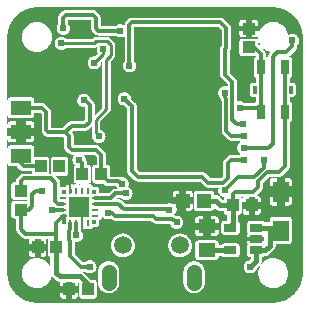
<source format=gbl>
G04 ---------------------------- Layer name :BOTTOM LAYER*
G04 EasyEDA v5.6.15, Thu, 26 Jul 2018 23:13:41 GMT*
G04 a350aba4d1a84c778ca10979b53d7052*
G04 Gerber Generator version 0.2*
G04 Scale: 100 percent, Rotated: No, Reflected: No *
G04 Dimensions in inches *
G04 leading zeros omitted , absolute positions ,2 integer and 4 decimal *
%FSLAX24Y24*%
%MOIN*%
G90*
G70D02*

%ADD11C,0.018000*%
%ADD12C,0.015000*%
%ADD13C,0.012000*%
%ADD14C,0.009000*%
%ADD16C,0.024400*%
%ADD18R,0.039370X0.043307*%
%ADD19R,0.043307X0.039370*%
%ADD30C,0.059055*%
%ADD31C,0.051181*%
%ADD32R,0.067500X0.067500*%
%ADD33R,0.024500X0.011500*%
%ADD34R,0.013500X0.013500*%
%ADD35R,0.011500X0.024500*%
%ADD36R,0.047244X0.047244*%
%ADD37R,0.041732X0.025591*%
%ADD38R,0.053500X0.071500*%
%ADD39R,0.057870X0.045670*%
%ADD40R,0.027560X0.051181*%
%ADD41R,0.011810X0.027560*%
%ADD42R,0.070000X0.050000*%

%LPD*%
G36*
G01X2070Y3629D02*
G01X2070Y3661D01*
G01X2067Y3661D01*
G01X2067Y3759D01*
G01X2066Y3764D01*
G01X2066Y3768D01*
G01X2066Y3772D01*
G01X2065Y3776D01*
G01X2064Y3780D01*
G01X2064Y3783D01*
G01X2070Y3783D01*
G01X2070Y3944D01*
G01X2042Y3944D01*
G01X2037Y3944D01*
G01X2033Y3944D01*
G01X2029Y3944D01*
G01X2025Y3943D01*
G01X2021Y3942D01*
G01X2017Y3941D01*
G01X2013Y3940D01*
G01X2009Y3939D01*
G01X2005Y3938D01*
G01X2001Y3936D01*
G01X1998Y3934D01*
G01X1994Y3932D01*
G01X1990Y3930D01*
G01X1987Y3928D01*
G01X1983Y3926D01*
G01X1980Y3923D01*
G01X1977Y3921D01*
G01X1974Y3918D01*
G01X1971Y3915D01*
G01X1968Y3912D01*
G01X1965Y3909D01*
G01X1963Y3906D01*
G01X1960Y3903D01*
G01X1958Y3899D01*
G01X1956Y3896D01*
G01X1954Y3892D01*
G01X1952Y3888D01*
G01X1950Y3885D01*
G01X1948Y3881D01*
G01X1947Y3877D01*
G01X1946Y3873D01*
G01X1945Y3869D01*
G01X1944Y3865D01*
G01X1943Y3861D01*
G01X1943Y3859D01*
G01X1832Y3859D01*
G01X1827Y3859D01*
G01X1823Y3859D01*
G01X1819Y3859D01*
G01X1815Y3858D01*
G01X1811Y3857D01*
G01X1807Y3856D01*
G01X1803Y3855D01*
G01X1799Y3854D01*
G01X1795Y3853D01*
G01X1791Y3851D01*
G01X1788Y3849D01*
G01X1784Y3847D01*
G01X1780Y3845D01*
G01X1777Y3843D01*
G01X1773Y3841D01*
G01X1770Y3838D01*
G01X1767Y3836D01*
G01X1764Y3833D01*
G01X1761Y3830D01*
G01X1759Y3829D01*
G01X1759Y3992D01*
G01X1759Y3998D01*
G01X1759Y4003D01*
G01X1759Y4009D01*
G01X1758Y4014D01*
G01X1757Y4020D01*
G01X1756Y4025D01*
G01X1755Y4030D01*
G01X1754Y4036D01*
G01X1752Y4041D01*
G01X1750Y4046D01*
G01X1748Y4051D01*
G01X1746Y4056D01*
G01X1744Y4061D01*
G01X1742Y4066D01*
G01X1739Y4071D01*
G01X1736Y4076D01*
G01X1733Y4080D01*
G01X1730Y4085D01*
G01X1727Y4089D01*
G01X1724Y4093D01*
G01X1720Y4098D01*
G01X1716Y4102D01*
G01X1713Y4106D01*
G01X1592Y4226D01*
G01X1932Y4226D01*
G01X1937Y4227D01*
G01X1941Y4227D01*
G01X1945Y4227D01*
G01X1949Y4228D01*
G01X1953Y4229D01*
G01X1957Y4230D01*
G01X1961Y4231D01*
G01X1965Y4232D01*
G01X1969Y4233D01*
G01X1973Y4235D01*
G01X1976Y4237D01*
G01X1980Y4239D01*
G01X1984Y4241D01*
G01X1987Y4243D01*
G01X1991Y4245D01*
G01X1994Y4248D01*
G01X1997Y4250D01*
G01X2000Y4253D01*
G01X2003Y4256D01*
G01X2006Y4259D01*
G01X2009Y4262D01*
G01X2011Y4265D01*
G01X2014Y4268D01*
G01X2016Y4272D01*
G01X2018Y4275D01*
G01X2020Y4279D01*
G01X2022Y4283D01*
G01X2024Y4286D01*
G01X2026Y4290D01*
G01X2027Y4294D01*
G01X2028Y4298D01*
G01X2029Y4302D01*
G01X2030Y4306D01*
G01X2031Y4310D01*
G01X2032Y4314D01*
G01X2032Y4318D01*
G01X2032Y4322D01*
G01X2032Y4326D01*
G01X2032Y4759D01*
G01X2032Y4764D01*
G01X2032Y4768D01*
G01X2032Y4772D01*
G01X2031Y4776D01*
G01X2030Y4780D01*
G01X2029Y4784D01*
G01X2028Y4788D01*
G01X2027Y4792D01*
G01X2026Y4796D01*
G01X2024Y4800D01*
G01X2022Y4803D01*
G01X2020Y4807D01*
G01X2018Y4811D01*
G01X2016Y4814D01*
G01X2014Y4818D01*
G01X2011Y4821D01*
G01X2009Y4824D01*
G01X2006Y4827D01*
G01X2003Y4830D01*
G01X2000Y4833D01*
G01X1997Y4836D01*
G01X1994Y4838D01*
G01X1991Y4841D01*
G01X1987Y4843D01*
G01X1984Y4845D01*
G01X1980Y4847D01*
G01X1976Y4849D01*
G01X1973Y4851D01*
G01X1969Y4853D01*
G01X1965Y4854D01*
G01X1961Y4855D01*
G01X1957Y4856D01*
G01X1953Y4857D01*
G01X1949Y4858D01*
G01X1945Y4859D01*
G01X1941Y4859D01*
G01X1937Y4859D01*
G01X1932Y4859D01*
G01X1538Y4859D01*
G01X1534Y4859D01*
G01X1530Y4859D01*
G01X1526Y4859D01*
G01X1522Y4858D01*
G01X1518Y4857D01*
G01X1514Y4856D01*
G01X1510Y4855D01*
G01X1506Y4854D01*
G01X1502Y4853D01*
G01X1498Y4851D01*
G01X1495Y4849D01*
G01X1491Y4847D01*
G01X1487Y4845D01*
G01X1484Y4843D01*
G01X1480Y4841D01*
G01X1477Y4838D01*
G01X1474Y4836D01*
G01X1471Y4833D01*
G01X1468Y4830D01*
G01X1465Y4827D01*
G01X1462Y4824D01*
G01X1460Y4821D01*
G01X1457Y4818D01*
G01X1455Y4814D01*
G01X1453Y4811D01*
G01X1451Y4807D01*
G01X1449Y4803D01*
G01X1447Y4800D01*
G01X1445Y4796D01*
G01X1444Y4792D01*
G01X1443Y4788D01*
G01X1442Y4784D01*
G01X1441Y4780D01*
G01X1440Y4776D01*
G01X1439Y4772D01*
G01X1439Y4768D01*
G01X1439Y4764D01*
G01X1438Y4759D01*
G01X1438Y4326D01*
G01X1439Y4322D01*
G01X1439Y4318D01*
G01X1439Y4314D01*
G01X1440Y4310D01*
G01X1441Y4306D01*
G01X1441Y4302D01*
G01X1400Y4302D01*
G01X1400Y4306D01*
G01X1401Y4310D01*
G01X1402Y4314D01*
G01X1402Y4318D01*
G01X1402Y4322D01*
G01X1403Y4326D01*
G01X1403Y4759D01*
G01X1402Y4764D01*
G01X1402Y4768D01*
G01X1402Y4772D01*
G01X1401Y4776D01*
G01X1400Y4780D01*
G01X1399Y4784D01*
G01X1398Y4788D01*
G01X1397Y4792D01*
G01X1396Y4796D01*
G01X1394Y4800D01*
G01X1392Y4803D01*
G01X1390Y4807D01*
G01X1388Y4811D01*
G01X1386Y4814D01*
G01X1384Y4818D01*
G01X1381Y4821D01*
G01X1379Y4824D01*
G01X1376Y4827D01*
G01X1373Y4830D01*
G01X1370Y4833D01*
G01X1367Y4836D01*
G01X1364Y4838D01*
G01X1361Y4841D01*
G01X1357Y4843D01*
G01X1354Y4845D01*
G01X1350Y4847D01*
G01X1346Y4849D01*
G01X1343Y4851D01*
G01X1339Y4853D01*
G01X1335Y4854D01*
G01X1331Y4855D01*
G01X1327Y4856D01*
G01X1323Y4857D01*
G01X1319Y4858D01*
G01X1315Y4859D01*
G01X1311Y4859D01*
G01X1307Y4859D01*
G01X1303Y4859D01*
G01X909Y4859D01*
G01X904Y4859D01*
G01X900Y4859D01*
G01X900Y4859D01*
G01X900Y5142D01*
G01X899Y5147D01*
G01X899Y5151D01*
G01X899Y5155D01*
G01X898Y5159D01*
G01X897Y5163D01*
G01X896Y5167D01*
G01X895Y5171D01*
G01X894Y5175D01*
G01X893Y5179D01*
G01X891Y5183D01*
G01X889Y5186D01*
G01X887Y5190D01*
G01X885Y5194D01*
G01X883Y5197D01*
G01X881Y5201D01*
G01X878Y5204D01*
G01X876Y5207D01*
G01X873Y5210D01*
G01X870Y5213D01*
G01X867Y5216D01*
G01X864Y5219D01*
G01X861Y5221D01*
G01X858Y5224D01*
G01X854Y5226D01*
G01X851Y5228D01*
G01X847Y5230D01*
G01X843Y5232D01*
G01X840Y5234D01*
G01X836Y5236D01*
G01X832Y5237D01*
G01X828Y5238D01*
G01X824Y5239D01*
G01X820Y5240D01*
G01X816Y5241D01*
G01X812Y5242D01*
G01X808Y5242D01*
G01X804Y5242D01*
G01X800Y5242D01*
G01X100Y5242D01*
G01X95Y5242D01*
G01X91Y5242D01*
G01X87Y5242D01*
G01X83Y5241D01*
G01X79Y5240D01*
G01X75Y5239D01*
G01X71Y5238D01*
G01X67Y5237D01*
G01X63Y5236D01*
G01X59Y5234D01*
G01X56Y5232D01*
G01X52Y5230D01*
G01X48Y5228D01*
G01X45Y5226D01*
G01X41Y5224D01*
G01X38Y5221D01*
G01X35Y5219D01*
G01X32Y5216D01*
G01X29Y5213D01*
G01X26Y5210D01*
G01X23Y5207D01*
G01X21Y5204D01*
G01X18Y5201D01*
G01X16Y5197D01*
G01X14Y5194D01*
G01X12Y5190D01*
G01X10Y5186D01*
G01X8Y5183D01*
G01X6Y5179D01*
G01X5Y5175D01*
G01X4Y5171D01*
G01X3Y5167D01*
G01X2Y5163D01*
G01X1Y5159D01*
G01X0Y5155D01*
G01X0Y5151D01*
G01X0Y5147D01*
G01X0Y5142D01*
G01X0Y5442D01*
G01X0Y5438D01*
G01X0Y5434D01*
G01X0Y5430D01*
G01X1Y5426D01*
G01X2Y5422D01*
G01X3Y5418D01*
G01X4Y5414D01*
G01X5Y5410D01*
G01X6Y5406D01*
G01X8Y5402D01*
G01X10Y5399D01*
G01X12Y5395D01*
G01X14Y5391D01*
G01X16Y5388D01*
G01X18Y5384D01*
G01X21Y5381D01*
G01X23Y5378D01*
G01X26Y5375D01*
G01X29Y5372D01*
G01X32Y5369D01*
G01X35Y5366D01*
G01X38Y5364D01*
G01X41Y5361D01*
G01X45Y5359D01*
G01X48Y5357D01*
G01X52Y5355D01*
G01X56Y5353D01*
G01X59Y5351D01*
G01X63Y5349D01*
G01X67Y5348D01*
G01X71Y5347D01*
G01X75Y5346D01*
G01X79Y5345D01*
G01X83Y5344D01*
G01X87Y5343D01*
G01X91Y5343D01*
G01X95Y5343D01*
G01X100Y5342D01*
G01X275Y5342D01*
G01X275Y5567D01*
G01X0Y5567D01*
G01X0Y5817D01*
G01X275Y5817D01*
G01X275Y6042D01*
G01X100Y6042D01*
G01X95Y6042D01*
G01X91Y6042D01*
G01X87Y6042D01*
G01X83Y6041D01*
G01X79Y6040D01*
G01X75Y6039D01*
G01X71Y6038D01*
G01X67Y6037D01*
G01X63Y6036D01*
G01X59Y6034D01*
G01X56Y6032D01*
G01X52Y6030D01*
G01X48Y6028D01*
G01X45Y6026D01*
G01X41Y6024D01*
G01X38Y6021D01*
G01X35Y6019D01*
G01X32Y6016D01*
G01X29Y6013D01*
G01X26Y6010D01*
G01X23Y6007D01*
G01X21Y6004D01*
G01X18Y6001D01*
G01X16Y5997D01*
G01X14Y5994D01*
G01X12Y5990D01*
G01X10Y5986D01*
G01X8Y5983D01*
G01X6Y5979D01*
G01X5Y5975D01*
G01X4Y5971D01*
G01X3Y5967D01*
G01X2Y5963D01*
G01X1Y5959D01*
G01X0Y5955D01*
G01X0Y5951D01*
G01X0Y5947D01*
G01X0Y5942D01*
G01X0Y6242D01*
G01X0Y6238D01*
G01X0Y6234D01*
G01X0Y6230D01*
G01X1Y6226D01*
G01X2Y6222D01*
G01X3Y6218D01*
G01X4Y6214D01*
G01X5Y6210D01*
G01X6Y6206D01*
G01X8Y6202D01*
G01X10Y6199D01*
G01X12Y6195D01*
G01X14Y6191D01*
G01X16Y6188D01*
G01X18Y6184D01*
G01X21Y6181D01*
G01X23Y6178D01*
G01X26Y6175D01*
G01X29Y6172D01*
G01X32Y6169D01*
G01X35Y6166D01*
G01X38Y6164D01*
G01X41Y6161D01*
G01X45Y6159D01*
G01X48Y6157D01*
G01X52Y6155D01*
G01X56Y6153D01*
G01X59Y6151D01*
G01X63Y6149D01*
G01X67Y6148D01*
G01X71Y6147D01*
G01X75Y6146D01*
G01X79Y6145D01*
G01X83Y6144D01*
G01X87Y6143D01*
G01X91Y6143D01*
G01X95Y6143D01*
G01X100Y6142D01*
G01X800Y6142D01*
G01X804Y6143D01*
G01X808Y6143D01*
G01X812Y6143D01*
G01X816Y6144D01*
G01X820Y6145D01*
G01X824Y6146D01*
G01X828Y6147D01*
G01X832Y6148D01*
G01X836Y6149D01*
G01X840Y6151D01*
G01X843Y6153D01*
G01X847Y6155D01*
G01X851Y6157D01*
G01X854Y6159D01*
G01X858Y6161D01*
G01X861Y6164D01*
G01X864Y6166D01*
G01X867Y6169D01*
G01X870Y6172D01*
G01X873Y6175D01*
G01X876Y6178D01*
G01X878Y6181D01*
G01X881Y6184D01*
G01X883Y6188D01*
G01X885Y6191D01*
G01X887Y6195D01*
G01X889Y6199D01*
G01X891Y6202D01*
G01X893Y6206D01*
G01X894Y6210D01*
G01X895Y6214D01*
G01X896Y6218D01*
G01X897Y6222D01*
G01X898Y6226D01*
G01X899Y6230D01*
G01X899Y6234D01*
G01X899Y6238D01*
G01X900Y6242D01*
G01X900Y6332D01*
G01X1083Y6332D01*
G01X1140Y6276D01*
G01X1140Y5742D01*
G01X1140Y5740D01*
G01X1140Y5737D01*
G01X1140Y5735D01*
G01X1140Y5735D01*
G01X1140Y5732D01*
G01X1140Y5729D01*
G01X1140Y5727D01*
G01X1140Y5727D01*
G01X1141Y5724D01*
G01X1141Y5721D01*
G01X1141Y5720D01*
G01X1141Y5719D01*
G01X1142Y5716D01*
G01X1142Y5713D01*
G01X1142Y5712D01*
G01X1143Y5711D01*
G01X1143Y5708D01*
G01X1144Y5705D01*
G01X1144Y5704D01*
G01X1144Y5703D01*
G01X1145Y5701D01*
G01X1146Y5697D01*
G01X1146Y5696D01*
G01X1147Y5695D01*
G01X1148Y5693D01*
G01X1148Y5690D01*
G01X1149Y5689D01*
G01X1149Y5688D01*
G01X1150Y5685D01*
G01X1151Y5682D01*
G01X1152Y5681D01*
G01X1152Y5680D01*
G01X1153Y5678D01*
G01X1154Y5675D01*
G01X1155Y5674D01*
G01X1155Y5673D01*
G01X1157Y5671D01*
G01X1158Y5668D01*
G01X1158Y5667D01*
G01X1159Y5666D01*
G01X1161Y5663D01*
G01X1162Y5661D01*
G01X1162Y5660D01*
G01X1163Y5659D01*
G01X1165Y5656D01*
G01X1166Y5654D01*
G01X1167Y5653D01*
G01X1167Y5652D01*
G01X1169Y5650D01*
G01X1171Y5647D01*
G01X1171Y5647D01*
G01X1172Y5646D01*
G01X1174Y5644D01*
G01X1176Y5641D01*
G01X1176Y5640D01*
G01X1177Y5640D01*
G01X1179Y5637D01*
G01X1181Y5635D01*
G01X1182Y5634D01*
G01X1182Y5634D01*
G01X1184Y5632D01*
G01X1186Y5629D01*
G01X1256Y5559D01*
G01X1260Y5556D01*
G01X1264Y5552D01*
G01X1269Y5548D01*
G01X1273Y5545D01*
G01X1277Y5542D01*
G01X1282Y5539D01*
G01X1286Y5536D01*
G01X1291Y5533D01*
G01X1296Y5530D01*
G01X1301Y5528D01*
G01X1306Y5526D01*
G01X1311Y5524D01*
G01X1316Y5522D01*
G01X1321Y5520D01*
G01X1326Y5518D01*
G01X1332Y5517D01*
G01X1337Y5516D01*
G01X1342Y5515D01*
G01X1348Y5514D01*
G01X1353Y5513D01*
G01X1359Y5513D01*
G01X1364Y5513D01*
G01X1369Y5512D01*
G01X1863Y5512D01*
G01X1890Y5486D01*
G01X1890Y5192D01*
G01X1890Y5190D01*
G01X1890Y5187D01*
G01X1890Y5185D01*
G01X1890Y5185D01*
G01X1890Y5182D01*
G01X1890Y5179D01*
G01X1890Y5177D01*
G01X1890Y5177D01*
G01X1891Y5174D01*
G01X1891Y5171D01*
G01X1891Y5170D01*
G01X1891Y5169D01*
G01X1892Y5166D01*
G01X1892Y5163D01*
G01X1892Y5162D01*
G01X1893Y5161D01*
G01X1893Y5158D01*
G01X1894Y5155D01*
G01X1894Y5154D01*
G01X1894Y5153D01*
G01X1895Y5151D01*
G01X1896Y5147D01*
G01X1896Y5146D01*
G01X1897Y5145D01*
G01X1898Y5143D01*
G01X1898Y5140D01*
G01X1899Y5139D01*
G01X1899Y5138D01*
G01X1900Y5135D01*
G01X1901Y5132D01*
G01X1902Y5131D01*
G01X1902Y5130D01*
G01X1903Y5127D01*
G01X1904Y5125D01*
G01X1905Y5124D01*
G01X1905Y5123D01*
G01X1907Y5120D01*
G01X1908Y5118D01*
G01X1908Y5117D01*
G01X1909Y5116D01*
G01X1911Y5113D01*
G01X1912Y5111D01*
G01X1912Y5110D01*
G01X1913Y5109D01*
G01X1915Y5106D01*
G01X1916Y5104D01*
G01X1917Y5103D01*
G01X1917Y5102D01*
G01X1919Y5100D01*
G01X1921Y5097D01*
G01X1921Y5097D01*
G01X1922Y5096D01*
G01X1924Y5094D01*
G01X1926Y5091D01*
G01X1926Y5090D01*
G01X1927Y5090D01*
G01X1929Y5087D01*
G01X1931Y5085D01*
G01X1932Y5084D01*
G01X1932Y5084D01*
G01X1934Y5082D01*
G01X1936Y5079D01*
G01X2036Y4979D01*
G01X2040Y4976D01*
G01X2044Y4972D01*
G01X2049Y4968D01*
G01X2053Y4965D01*
G01X2057Y4962D01*
G01X2062Y4959D01*
G01X2066Y4956D01*
G01X2071Y4953D01*
G01X2076Y4950D01*
G01X2081Y4948D01*
G01X2086Y4946D01*
G01X2091Y4944D01*
G01X2096Y4942D01*
G01X2101Y4940D01*
G01X2106Y4938D01*
G01X2112Y4937D01*
G01X2117Y4936D01*
G01X2122Y4935D01*
G01X2128Y4934D01*
G01X2133Y4933D01*
G01X2139Y4933D01*
G01X2144Y4933D01*
G01X2150Y4932D01*
G01X2247Y4932D01*
G01X2243Y4929D01*
G01X2227Y4913D01*
G01X2213Y4897D01*
G01X2200Y4878D01*
G01X2189Y4859D01*
G01X2181Y4838D01*
G01X2174Y4817D01*
G01X2170Y4796D01*
G01X2168Y4774D01*
G01X2168Y4751D01*
G01X2170Y4729D01*
G01X2174Y4708D01*
G01X2181Y4687D01*
G01X2189Y4666D01*
G01X2200Y4647D01*
G01X2213Y4628D01*
G01X2227Y4611D01*
G01X2243Y4596D01*
G01X2256Y4585D01*
G01X2255Y4584D01*
G01X2252Y4582D01*
G01X2248Y4580D01*
G01X2245Y4577D01*
G01X2242Y4575D01*
G01X2239Y4572D01*
G01X2236Y4569D01*
G01X2233Y4566D01*
G01X2230Y4563D01*
G01X2228Y4560D01*
G01X2225Y4557D01*
G01X2223Y4553D01*
G01X2221Y4550D01*
G01X2219Y4546D01*
G01X2217Y4542D01*
G01X2215Y4539D01*
G01X2213Y4535D01*
G01X2212Y4531D01*
G01X2211Y4527D01*
G01X2210Y4523D01*
G01X2209Y4519D01*
G01X2208Y4515D01*
G01X2207Y4511D01*
G01X2207Y4507D01*
G01X2207Y4503D01*
G01X2207Y4498D01*
G01X2207Y4065D01*
G01X2207Y4061D01*
G01X2207Y4057D01*
G01X2207Y4053D01*
G01X2208Y4049D01*
G01X2209Y4045D01*
G01X2210Y4041D01*
G01X2211Y4037D01*
G01X2212Y4033D01*
G01X2213Y4029D01*
G01X2215Y4025D01*
G01X2217Y4022D01*
G01X2219Y4018D01*
G01X2221Y4014D01*
G01X2223Y4011D01*
G01X2225Y4007D01*
G01X2228Y4004D01*
G01X2230Y4001D01*
G01X2233Y3998D01*
G01X2236Y3995D01*
G01X2239Y3992D01*
G01X2242Y3989D01*
G01X2245Y3987D01*
G01X2248Y3984D01*
G01X2252Y3982D01*
G01X2255Y3980D01*
G01X2259Y3978D01*
G01X2263Y3976D01*
G01X2266Y3974D01*
G01X2270Y3972D01*
G01X2274Y3971D01*
G01X2278Y3970D01*
G01X2282Y3969D01*
G01X2286Y3968D01*
G01X2290Y3967D01*
G01X2294Y3966D01*
G01X2298Y3966D01*
G01X2302Y3966D01*
G01X2307Y3965D01*
G01X2701Y3965D01*
G01X2705Y3966D01*
G01X2709Y3966D01*
G01X2713Y3966D01*
G01X2717Y3967D01*
G01X2721Y3968D01*
G01X2725Y3969D01*
G01X2729Y3970D01*
G01X2733Y3971D01*
G01X2737Y3972D01*
G01X2741Y3974D01*
G01X2744Y3976D01*
G01X2748Y3978D01*
G01X2752Y3980D01*
G01X2755Y3982D01*
G01X2759Y3984D01*
G01X2762Y3987D01*
G01X2765Y3989D01*
G01X2768Y3992D01*
G01X2771Y3995D01*
G01X2774Y3998D01*
G01X2777Y4001D01*
G01X2779Y4004D01*
G01X2782Y4007D01*
G01X2784Y4011D01*
G01X2786Y4014D01*
G01X2788Y4018D01*
G01X2790Y4022D01*
G01X2792Y4025D01*
G01X2794Y4029D01*
G01X2795Y4033D01*
G01X2796Y4037D01*
G01X2797Y4041D01*
G01X2798Y4045D01*
G01X2799Y4049D01*
G01X2800Y4053D01*
G01X2800Y4057D01*
G01X2800Y4061D01*
G01X2801Y4065D01*
G01X2801Y4498D01*
G01X2800Y4503D01*
G01X2800Y4507D01*
G01X2800Y4511D01*
G01X2799Y4515D01*
G01X2798Y4519D01*
G01X2797Y4523D01*
G01X2796Y4527D01*
G01X2795Y4531D01*
G01X2794Y4535D01*
G01X2792Y4539D01*
G01X2790Y4542D01*
G01X2788Y4546D01*
G01X2786Y4550D01*
G01X2784Y4553D01*
G01X2782Y4557D01*
G01X2779Y4560D01*
G01X2777Y4563D01*
G01X2774Y4566D01*
G01X2771Y4569D01*
G01X2768Y4572D01*
G01X2765Y4575D01*
G01X2762Y4577D01*
G01X2759Y4580D01*
G01X2755Y4582D01*
G01X2752Y4584D01*
G01X2748Y4586D01*
G01X2744Y4588D01*
G01X2741Y4590D01*
G01X2737Y4592D01*
G01X2733Y4593D01*
G01X2729Y4594D01*
G01X2725Y4595D01*
G01X2721Y4596D01*
G01X2717Y4597D01*
G01X2713Y4598D01*
G01X2709Y4598D01*
G01X2705Y4598D01*
G01X2701Y4598D01*
G01X2659Y4598D01*
G01X2659Y4652D01*
G01X2659Y4658D01*
G01X2659Y4663D01*
G01X2659Y4669D01*
G01X2658Y4674D01*
G01X2657Y4680D01*
G01X2656Y4685D01*
G01X2655Y4690D01*
G01X2654Y4696D01*
G01X2652Y4701D01*
G01X2650Y4706D01*
G01X2648Y4711D01*
G01X2646Y4716D01*
G01X2644Y4721D01*
G01X2642Y4726D01*
G01X2639Y4731D01*
G01X2636Y4736D01*
G01X2633Y4740D01*
G01X2630Y4745D01*
G01X2627Y4749D01*
G01X2624Y4753D01*
G01X2620Y4758D01*
G01X2616Y4762D01*
G01X2613Y4766D01*
G01X2611Y4767D01*
G01X2610Y4785D01*
G01X2607Y4806D01*
G01X2602Y4828D01*
G01X2594Y4849D01*
G01X2584Y4869D01*
G01X2573Y4888D01*
G01X2560Y4905D01*
G01X2545Y4921D01*
G01X2532Y4932D01*
G01X2883Y4932D01*
G01X2973Y4842D01*
G01X2973Y4598D01*
G01X2936Y4598D01*
G01X2932Y4598D01*
G01X2928Y4598D01*
G01X2924Y4598D01*
G01X2920Y4597D01*
G01X2916Y4596D01*
G01X2912Y4595D01*
G01X2908Y4594D01*
G01X2904Y4593D01*
G01X2900Y4592D01*
G01X2896Y4590D01*
G01X2893Y4588D01*
G01X2889Y4586D01*
G01X2885Y4584D01*
G01X2882Y4582D01*
G01X2878Y4580D01*
G01X2875Y4577D01*
G01X2872Y4575D01*
G01X2869Y4572D01*
G01X2866Y4569D01*
G01X2863Y4566D01*
G01X2860Y4563D01*
G01X2858Y4560D01*
G01X2855Y4557D01*
G01X2853Y4553D01*
G01X2851Y4550D01*
G01X2849Y4546D01*
G01X2847Y4542D01*
G01X2845Y4539D01*
G01X2843Y4535D01*
G01X2842Y4531D01*
G01X2841Y4527D01*
G01X2840Y4523D01*
G01X2839Y4519D01*
G01X2838Y4515D01*
G01X2837Y4511D01*
G01X2837Y4507D01*
G01X2837Y4503D01*
G01X2836Y4498D01*
G01X2836Y4065D01*
G01X2837Y4061D01*
G01X2837Y4057D01*
G01X2837Y4053D01*
G01X2838Y4049D01*
G01X2839Y4045D01*
G01X2840Y4041D01*
G01X2841Y4037D01*
G01X2842Y4033D01*
G01X2843Y4029D01*
G01X2845Y4025D01*
G01X2847Y4022D01*
G01X2849Y4018D01*
G01X2851Y4014D01*
G01X2853Y4011D01*
G01X2855Y4007D01*
G01X2858Y4004D01*
G01X2860Y4001D01*
G01X2863Y3998D01*
G01X2866Y3995D01*
G01X2869Y3992D01*
G01X2872Y3989D01*
G01X2875Y3987D01*
G01X2878Y3984D01*
G01X2882Y3982D01*
G01X2885Y3980D01*
G01X2889Y3978D01*
G01X2893Y3976D01*
G01X2896Y3974D01*
G01X2900Y3972D01*
G01X2904Y3971D01*
G01X2908Y3970D01*
G01X2912Y3969D01*
G01X2916Y3968D01*
G01X2920Y3967D01*
G01X2924Y3966D01*
G01X2928Y3966D01*
G01X2932Y3966D01*
G01X2936Y3965D01*
G01X3204Y3965D01*
G01X3231Y3935D01*
G01X3234Y3932D01*
G01X3238Y3928D01*
G01X3242Y3924D01*
G01X3246Y3921D01*
G01X3250Y3917D01*
G01X3254Y3914D01*
G01X3259Y3911D01*
G01X3263Y3908D01*
G01X3268Y3905D01*
G01X3272Y3902D01*
G01X3277Y3900D01*
G01X3282Y3897D01*
G01X3287Y3895D01*
G01X3292Y3893D01*
G01X3297Y3891D01*
G01X3302Y3890D01*
G01X3307Y3888D01*
G01X3312Y3887D01*
G01X3318Y3886D01*
G01X3323Y3885D01*
G01X3328Y3884D01*
G01X3333Y3883D01*
G01X3339Y3883D01*
G01X3344Y3883D01*
G01X3350Y3882D01*
G01X3623Y3882D01*
G01X3629Y3866D01*
G01X3640Y3847D01*
G01X3653Y3828D01*
G01X3667Y3811D01*
G01X3676Y3802D01*
G01X3601Y3802D01*
G01X3596Y3802D01*
G01X3591Y3802D01*
G01X3585Y3802D01*
G01X3580Y3801D01*
G01X3574Y3800D01*
G01X3569Y3799D01*
G01X3564Y3798D01*
G01X3558Y3797D01*
G01X3553Y3795D01*
G01X3548Y3793D01*
G01X3543Y3791D01*
G01X3538Y3789D01*
G01X3533Y3787D01*
G01X3528Y3785D01*
G01X3523Y3782D01*
G01X3518Y3779D01*
G01X3514Y3776D01*
G01X3509Y3773D01*
G01X3505Y3770D01*
G01X3501Y3767D01*
G01X3496Y3763D01*
G01X3492Y3759D01*
G01X3488Y3756D01*
G01X3384Y3651D01*
G01X3067Y3651D01*
G01X3067Y3759D01*
G01X3066Y3764D01*
G01X3066Y3768D01*
G01X3066Y3772D01*
G01X3065Y3776D01*
G01X3064Y3780D01*
G01X3063Y3784D01*
G01X3062Y3788D01*
G01X3061Y3792D01*
G01X3060Y3796D01*
G01X3058Y3800D01*
G01X3056Y3803D01*
G01X3054Y3807D01*
G01X3052Y3811D01*
G01X3050Y3814D01*
G01X3048Y3818D01*
G01X3045Y3821D01*
G01X3043Y3824D01*
G01X3040Y3827D01*
G01X3037Y3830D01*
G01X3034Y3833D01*
G01X3031Y3836D01*
G01X3028Y3838D01*
G01X3025Y3841D01*
G01X3021Y3843D01*
G01X3018Y3845D01*
G01X3014Y3847D01*
G01X3010Y3849D01*
G01X3007Y3851D01*
G01X3003Y3853D01*
G01X2999Y3854D01*
G01X2995Y3855D01*
G01X2991Y3856D01*
G01X2987Y3857D01*
G01X2983Y3858D01*
G01X2979Y3859D01*
G01X2975Y3859D01*
G01X2971Y3859D01*
G01X2967Y3859D01*
G01X2845Y3859D01*
G01X2845Y3861D01*
G01X2844Y3865D01*
G01X2843Y3869D01*
G01X2842Y3873D01*
G01X2841Y3877D01*
G01X2840Y3881D01*
G01X2838Y3885D01*
G01X2836Y3888D01*
G01X2834Y3892D01*
G01X2832Y3896D01*
G01X2830Y3899D01*
G01X2828Y3903D01*
G01X2825Y3906D01*
G01X2823Y3909D01*
G01X2820Y3912D01*
G01X2817Y3915D01*
G01X2814Y3918D01*
G01X2811Y3921D01*
G01X2808Y3923D01*
G01X2805Y3926D01*
G01X2801Y3928D01*
G01X2798Y3930D01*
G01X2794Y3932D01*
G01X2790Y3934D01*
G01X2787Y3936D01*
G01X2783Y3938D01*
G01X2779Y3939D01*
G01X2775Y3940D01*
G01X2771Y3941D01*
G01X2767Y3942D01*
G01X2763Y3943D01*
G01X2759Y3944D01*
G01X2755Y3944D01*
G01X2751Y3944D01*
G01X2746Y3944D01*
G01X2632Y3944D01*
G01X2627Y3944D01*
G01X2623Y3944D01*
G01X2619Y3944D01*
G01X2615Y3943D01*
G01X2611Y3942D01*
G01X2607Y3941D01*
G01X2603Y3940D01*
G01X2599Y3939D01*
G01X2595Y3938D01*
G01X2594Y3937D01*
G01X2593Y3938D01*
G01X2589Y3939D01*
G01X2585Y3940D01*
G01X2581Y3941D01*
G01X2577Y3942D01*
G01X2573Y3943D01*
G01X2569Y3944D01*
G01X2565Y3944D01*
G01X2561Y3944D01*
G01X2557Y3944D01*
G01X2442Y3944D01*
G01X2437Y3944D01*
G01X2433Y3944D01*
G01X2429Y3944D01*
G01X2425Y3943D01*
G01X2421Y3942D01*
G01X2417Y3941D01*
G01X2413Y3940D01*
G01X2409Y3939D01*
G01X2405Y3938D01*
G01X2401Y3936D01*
G01X2399Y3935D01*
G01X2397Y3936D01*
G01X2393Y3938D01*
G01X2389Y3939D01*
G01X2385Y3940D01*
G01X2381Y3941D01*
G01X2377Y3942D01*
G01X2373Y3943D01*
G01X2369Y3944D01*
G01X2365Y3944D01*
G01X2361Y3944D01*
G01X2357Y3944D01*
G01X2242Y3944D01*
G01X2237Y3944D01*
G01X2233Y3944D01*
G01X2229Y3944D01*
G01X2225Y3943D01*
G01X2221Y3942D01*
G01X2217Y3941D01*
G01X2213Y3940D01*
G01X2209Y3939D01*
G01X2205Y3938D01*
G01X2201Y3936D01*
G01X2199Y3935D01*
G01X2197Y3936D01*
G01X2193Y3938D01*
G01X2189Y3939D01*
G01X2185Y3940D01*
G01X2181Y3941D01*
G01X2177Y3942D01*
G01X2173Y3943D01*
G01X2169Y3944D01*
G01X2165Y3944D01*
G01X2161Y3944D01*
G01X2157Y3944D01*
G01X2128Y3944D01*
G01X2128Y3783D01*
G01X2142Y3783D01*
G01X2142Y3661D01*
G01X2128Y3661D01*
G01X2128Y3629D01*
G01X2070Y3629D01*
G37*

%LPC*%
G36*
G01X625Y5342D02*
G01X800Y5342D01*
G01X804Y5343D01*
G01X808Y5343D01*
G01X812Y5343D01*
G01X816Y5344D01*
G01X820Y5345D01*
G01X824Y5346D01*
G01X828Y5347D01*
G01X832Y5348D01*
G01X836Y5349D01*
G01X840Y5351D01*
G01X843Y5353D01*
G01X847Y5355D01*
G01X851Y5357D01*
G01X854Y5359D01*
G01X858Y5361D01*
G01X861Y5364D01*
G01X864Y5366D01*
G01X867Y5369D01*
G01X870Y5372D01*
G01X873Y5375D01*
G01X876Y5378D01*
G01X878Y5381D01*
G01X881Y5384D01*
G01X883Y5388D01*
G01X885Y5391D01*
G01X887Y5395D01*
G01X889Y5399D01*
G01X891Y5402D01*
G01X893Y5406D01*
G01X894Y5410D01*
G01X895Y5414D01*
G01X896Y5418D01*
G01X897Y5422D01*
G01X898Y5426D01*
G01X899Y5430D01*
G01X899Y5434D01*
G01X899Y5438D01*
G01X900Y5442D01*
G01X900Y5567D01*
G01X625Y5567D01*
G01X625Y5342D01*
G37*
G36*
G01X625Y5817D02*
G01X900Y5817D01*
G01X900Y5942D01*
G01X899Y5947D01*
G01X899Y5951D01*
G01X899Y5955D01*
G01X898Y5959D01*
G01X897Y5963D01*
G01X896Y5967D01*
G01X895Y5971D01*
G01X894Y5975D01*
G01X893Y5979D01*
G01X891Y5983D01*
G01X889Y5986D01*
G01X887Y5990D01*
G01X885Y5994D01*
G01X883Y5997D01*
G01X881Y6001D01*
G01X878Y6004D01*
G01X876Y6007D01*
G01X873Y6010D01*
G01X870Y6013D01*
G01X867Y6016D01*
G01X864Y6019D01*
G01X861Y6021D01*
G01X858Y6024D01*
G01X854Y6026D01*
G01X851Y6028D01*
G01X847Y6030D01*
G01X843Y6032D01*
G01X840Y6034D01*
G01X836Y6036D01*
G01X832Y6037D01*
G01X828Y6038D01*
G01X824Y6039D01*
G01X820Y6040D01*
G01X816Y6041D01*
G01X812Y6042D01*
G01X808Y6042D01*
G01X804Y6042D01*
G01X800Y6042D01*
G01X625Y6042D01*
G01X625Y5817D01*
G37*

%LPD*%
G36*
G01X984Y0D02*
G01X984Y0D01*
G01X981Y0D01*
G01X953Y0D01*
G01X925Y2D01*
G01X897Y4D01*
G01X869Y7D01*
G01X841Y10D01*
G01X813Y15D01*
G01X786Y20D01*
G01X759Y26D01*
G01X731Y33D01*
G01X704Y41D01*
G01X677Y49D01*
G01X651Y58D01*
G01X625Y68D01*
G01X599Y78D01*
G01X573Y90D01*
G01X548Y102D01*
G01X523Y115D01*
G01X498Y128D01*
G01X474Y142D01*
G01X450Y157D01*
G01X427Y173D01*
G01X404Y189D01*
G01X381Y206D01*
G01X359Y223D01*
G01X338Y241D01*
G01X317Y260D01*
G01X297Y279D01*
G01X277Y299D01*
G01X258Y320D01*
G01X239Y341D01*
G01X221Y362D01*
G01X204Y384D01*
G01X187Y407D01*
G01X171Y430D01*
G01X155Y453D01*
G01X140Y477D01*
G01X126Y501D01*
G01X113Y526D01*
G01X100Y551D01*
G01X88Y576D01*
G01X77Y602D01*
G01X66Y628D01*
G01X57Y654D01*
G01X48Y681D01*
G01X39Y707D01*
G01X32Y734D01*
G01X25Y762D01*
G01X19Y789D01*
G01X14Y817D01*
G01X9Y844D01*
G01X6Y872D01*
G01X3Y900D01*
G01X1Y928D01*
G01X0Y956D01*
G01X0Y984D01*
G01X0Y4642D01*
G01X0Y4638D01*
G01X0Y4634D01*
G01X0Y4630D01*
G01X1Y4626D01*
G01X2Y4622D01*
G01X3Y4618D01*
G01X4Y4614D01*
G01X5Y4610D01*
G01X6Y4606D01*
G01X8Y4602D01*
G01X10Y4599D01*
G01X12Y4595D01*
G01X14Y4591D01*
G01X16Y4588D01*
G01X18Y4584D01*
G01X21Y4581D01*
G01X23Y4578D01*
G01X26Y4575D01*
G01X29Y4572D01*
G01X32Y4569D01*
G01X35Y4566D01*
G01X38Y4564D01*
G01X41Y4561D01*
G01X45Y4559D01*
G01X48Y4557D01*
G01X52Y4555D01*
G01X56Y4553D01*
G01X59Y4551D01*
G01X63Y4549D01*
G01X67Y4548D01*
G01X71Y4547D01*
G01X75Y4546D01*
G01X79Y4545D01*
G01X83Y4544D01*
G01X87Y4543D01*
G01X91Y4543D01*
G01X95Y4543D01*
G01X100Y4542D01*
G01X325Y4542D01*
G01X325Y4542D01*
G01X329Y4537D01*
G01X333Y4533D01*
G01X336Y4529D01*
G01X436Y4429D01*
G01X440Y4426D01*
G01X444Y4422D01*
G01X449Y4418D01*
G01X453Y4415D01*
G01X457Y4412D01*
G01X462Y4409D01*
G01X466Y4406D01*
G01X471Y4403D01*
G01X476Y4400D01*
G01X481Y4398D01*
G01X486Y4396D01*
G01X491Y4394D01*
G01X496Y4392D01*
G01X501Y4390D01*
G01X506Y4388D01*
G01X512Y4387D01*
G01X517Y4386D01*
G01X522Y4385D01*
G01X528Y4384D01*
G01X533Y4383D01*
G01X539Y4383D01*
G01X544Y4383D01*
G01X550Y4382D01*
G01X809Y4382D01*
G01X809Y4326D01*
G01X809Y4322D01*
G01X809Y4318D01*
G01X809Y4314D01*
G01X810Y4310D01*
G01X811Y4306D01*
G01X811Y4302D01*
G01X550Y4302D01*
G01X544Y4302D01*
G01X539Y4302D01*
G01X533Y4302D01*
G01X528Y4301D01*
G01X522Y4300D01*
G01X517Y4299D01*
G01X512Y4298D01*
G01X506Y4297D01*
G01X501Y4295D01*
G01X496Y4293D01*
G01X491Y4291D01*
G01X486Y4289D01*
G01X481Y4287D01*
G01X476Y4285D01*
G01X471Y4282D01*
G01X466Y4279D01*
G01X462Y4276D01*
G01X457Y4273D01*
G01X453Y4270D01*
G01X449Y4267D01*
G01X444Y4263D01*
G01X440Y4259D01*
G01X436Y4256D01*
G01X336Y4155D01*
G01X332Y4151D01*
G01X328Y4147D01*
G01X325Y4143D01*
G01X322Y4139D01*
G01X318Y4134D01*
G01X315Y4130D01*
G01X312Y4125D01*
G01X310Y4120D01*
G01X307Y4116D01*
G01X305Y4111D01*
G01X302Y4106D01*
G01X300Y4101D01*
G01X298Y4096D01*
G01X296Y4090D01*
G01X295Y4085D01*
G01X294Y4080D01*
G01X292Y4075D01*
G01X291Y4069D01*
G01X290Y4064D01*
G01X290Y4058D01*
G01X289Y4053D01*
G01X289Y4047D01*
G01X289Y4042D01*
G01X289Y4025D01*
G01X232Y4025D01*
G01X228Y4025D01*
G01X224Y4025D01*
G01X220Y4025D01*
G01X216Y4024D01*
G01X212Y4023D01*
G01X208Y4022D01*
G01X204Y4021D01*
G01X200Y4020D01*
G01X196Y4019D01*
G01X192Y4017D01*
G01X189Y4015D01*
G01X185Y4013D01*
G01X181Y4011D01*
G01X178Y4009D01*
G01X174Y4007D01*
G01X171Y4004D01*
G01X168Y4002D01*
G01X165Y3999D01*
G01X162Y3996D01*
G01X159Y3993D01*
G01X156Y3990D01*
G01X154Y3987D01*
G01X151Y3984D01*
G01X149Y3980D01*
G01X147Y3977D01*
G01X145Y3973D01*
G01X143Y3969D01*
G01X141Y3966D01*
G01X139Y3962D01*
G01X138Y3958D01*
G01X137Y3954D01*
G01X136Y3950D01*
G01X135Y3946D01*
G01X134Y3942D01*
G01X133Y3938D01*
G01X133Y3934D01*
G01X133Y3930D01*
G01X132Y3925D01*
G01X132Y3531D01*
G01X133Y3527D01*
G01X133Y3523D01*
G01X133Y3519D01*
G01X134Y3515D01*
G01X135Y3511D01*
G01X136Y3507D01*
G01X137Y3503D01*
G01X138Y3499D01*
G01X139Y3495D01*
G01X141Y3491D01*
G01X143Y3488D01*
G01X145Y3484D01*
G01X147Y3480D01*
G01X149Y3477D01*
G01X151Y3473D01*
G01X154Y3470D01*
G01X156Y3467D01*
G01X159Y3464D01*
G01X162Y3461D01*
G01X165Y3458D01*
G01X168Y3455D01*
G01X171Y3453D01*
G01X174Y3450D01*
G01X178Y3448D01*
G01X181Y3446D01*
G01X185Y3444D01*
G01X189Y3442D01*
G01X192Y3440D01*
G01X196Y3438D01*
G01X200Y3437D01*
G01X204Y3436D01*
G01X208Y3435D01*
G01X212Y3434D01*
G01X216Y3433D01*
G01X220Y3432D01*
G01X224Y3432D01*
G01X228Y3432D01*
G01X232Y3431D01*
G01X665Y3431D01*
G01X669Y3432D01*
G01X669Y3395D01*
G01X665Y3396D01*
G01X232Y3396D01*
G01X228Y3395D01*
G01X224Y3395D01*
G01X220Y3395D01*
G01X216Y3394D01*
G01X212Y3393D01*
G01X208Y3392D01*
G01X204Y3391D01*
G01X200Y3390D01*
G01X196Y3389D01*
G01X192Y3387D01*
G01X189Y3385D01*
G01X185Y3383D01*
G01X181Y3381D01*
G01X178Y3379D01*
G01X174Y3377D01*
G01X171Y3374D01*
G01X168Y3372D01*
G01X165Y3369D01*
G01X162Y3366D01*
G01X159Y3363D01*
G01X156Y3360D01*
G01X154Y3357D01*
G01X151Y3354D01*
G01X149Y3350D01*
G01X147Y3347D01*
G01X145Y3343D01*
G01X143Y3339D01*
G01X141Y3336D01*
G01X139Y3332D01*
G01X138Y3328D01*
G01X137Y3324D01*
G01X136Y3320D01*
G01X135Y3316D01*
G01X134Y3312D01*
G01X133Y3308D01*
G01X133Y3304D01*
G01X133Y3300D01*
G01X132Y3296D01*
G01X132Y2901D01*
G01X133Y2897D01*
G01X133Y2893D01*
G01X133Y2889D01*
G01X134Y2885D01*
G01X135Y2881D01*
G01X136Y2877D01*
G01X137Y2873D01*
G01X138Y2869D01*
G01X139Y2865D01*
G01X141Y2861D01*
G01X143Y2858D01*
G01X145Y2854D01*
G01X147Y2850D01*
G01X149Y2847D01*
G01X151Y2843D01*
G01X154Y2840D01*
G01X156Y2837D01*
G01X159Y2834D01*
G01X162Y2831D01*
G01X165Y2828D01*
G01X168Y2825D01*
G01X171Y2823D01*
G01X174Y2820D01*
G01X178Y2818D01*
G01X181Y2816D01*
G01X185Y2814D01*
G01X189Y2812D01*
G01X192Y2810D01*
G01X196Y2808D01*
G01X200Y2807D01*
G01X204Y2806D01*
G01X208Y2805D01*
G01X212Y2804D01*
G01X216Y2803D01*
G01X220Y2802D01*
G01X224Y2802D01*
G01X228Y2802D01*
G01X232Y2801D01*
G01X289Y2801D01*
G01X289Y2443D01*
G01X289Y2438D01*
G01X289Y2432D01*
G01X290Y2427D01*
G01X290Y2421D01*
G01X291Y2416D01*
G01X292Y2410D01*
G01X294Y2405D01*
G01X295Y2400D01*
G01X296Y2395D01*
G01X298Y2389D01*
G01X300Y2384D01*
G01X302Y2379D01*
G01X305Y2374D01*
G01X307Y2369D01*
G01X310Y2365D01*
G01X312Y2360D01*
G01X315Y2355D01*
G01X318Y2351D01*
G01X322Y2346D01*
G01X325Y2342D01*
G01X328Y2338D01*
G01X332Y2334D01*
G01X336Y2330D01*
G01X486Y2179D01*
G01X490Y2176D01*
G01X494Y2172D01*
G01X499Y2168D01*
G01X503Y2165D01*
G01X507Y2162D01*
G01X512Y2159D01*
G01X516Y2156D01*
G01X521Y2153D01*
G01X526Y2150D01*
G01X531Y2148D01*
G01X536Y2146D01*
G01X541Y2144D01*
G01X546Y2142D01*
G01X551Y2140D01*
G01X556Y2138D01*
G01X562Y2137D01*
G01X567Y2136D01*
G01X572Y2135D01*
G01X578Y2134D01*
G01X583Y2133D01*
G01X589Y2133D01*
G01X594Y2133D01*
G01X600Y2132D01*
G01X740Y2132D01*
G01X738Y2130D01*
G01X735Y2127D01*
G01X732Y2124D01*
G01X730Y2121D01*
G01X727Y2118D01*
G01X725Y2114D01*
G01X723Y2111D01*
G01X721Y2107D01*
G01X719Y2103D01*
G01X717Y2100D01*
G01X715Y2096D01*
G01X714Y2092D01*
G01X713Y2088D01*
G01X712Y2084D01*
G01X711Y2080D01*
G01X710Y2076D01*
G01X709Y2072D01*
G01X709Y2068D01*
G01X709Y2064D01*
G01X709Y2059D01*
G01X709Y1951D01*
G01X907Y1951D01*
G01X907Y2132D01*
G01X1104Y2132D01*
G01X1104Y1951D01*
G01X1303Y1951D01*
G01X1303Y2059D01*
G01X1302Y2064D01*
G01X1302Y2068D01*
G01X1302Y2072D01*
G01X1301Y2076D01*
G01X1300Y2080D01*
G01X1299Y2084D01*
G01X1298Y2088D01*
G01X1297Y2092D01*
G01X1296Y2096D01*
G01X1294Y2100D01*
G01X1292Y2103D01*
G01X1290Y2107D01*
G01X1288Y2111D01*
G01X1286Y2114D01*
G01X1284Y2118D01*
G01X1281Y2121D01*
G01X1279Y2124D01*
G01X1276Y2127D01*
G01X1273Y2130D01*
G01X1271Y2132D01*
G01X1370Y2132D01*
G01X1368Y2130D01*
G01X1365Y2127D01*
G01X1362Y2124D01*
G01X1360Y2121D01*
G01X1357Y2118D01*
G01X1355Y2114D01*
G01X1353Y2111D01*
G01X1351Y2107D01*
G01X1349Y2103D01*
G01X1347Y2100D01*
G01X1345Y2096D01*
G01X1344Y2092D01*
G01X1343Y2088D01*
G01X1342Y2084D01*
G01X1341Y2080D01*
G01X1340Y2076D01*
G01X1339Y2072D01*
G01X1339Y2068D01*
G01X1339Y2064D01*
G01X1338Y2059D01*
G01X1338Y1626D01*
G01X1339Y1622D01*
G01X1339Y1618D01*
G01X1339Y1614D01*
G01X1340Y1610D01*
G01X1341Y1606D01*
G01X1342Y1602D01*
G01X1343Y1598D01*
G01X1344Y1594D01*
G01X1345Y1590D01*
G01X1347Y1586D01*
G01X1349Y1583D01*
G01X1351Y1579D01*
G01X1353Y1575D01*
G01X1355Y1572D01*
G01X1357Y1568D01*
G01X1360Y1565D01*
G01X1362Y1562D01*
G01X1365Y1559D01*
G01X1368Y1556D01*
G01X1371Y1553D01*
G01X1374Y1550D01*
G01X1377Y1548D01*
G01X1380Y1545D01*
G01X1384Y1543D01*
G01X1387Y1541D01*
G01X1391Y1539D01*
G01X1395Y1537D01*
G01X1398Y1535D01*
G01X1402Y1533D01*
G01X1406Y1532D01*
G01X1410Y1531D01*
G01X1414Y1530D01*
G01X1418Y1529D01*
G01X1422Y1528D01*
G01X1426Y1527D01*
G01X1430Y1527D01*
G01X1434Y1527D01*
G01X1434Y1527D01*
G01X1434Y1200D01*
G01X1424Y1223D01*
G01X1398Y1265D01*
G01X1368Y1305D01*
G01X1334Y1342D01*
G01X1296Y1375D01*
G01X1256Y1404D01*
G01X1213Y1429D01*
G01X1167Y1449D01*
G01X1120Y1465D01*
G01X1071Y1476D01*
G01X1022Y1482D01*
G01X972Y1483D01*
G01X922Y1480D01*
G01X873Y1471D01*
G01X825Y1458D01*
G01X779Y1439D01*
G01X735Y1417D01*
G01X693Y1390D01*
G01X654Y1358D01*
G01X618Y1324D01*
G01X586Y1285D01*
G01X558Y1244D01*
G01X534Y1201D01*
G01X515Y1155D01*
G01X500Y1107D01*
G01X490Y1058D01*
G01X485Y1009D01*
G01X485Y959D01*
G01X490Y909D01*
G01X500Y860D01*
G01X515Y813D01*
G01X534Y767D01*
G01X558Y723D01*
G01X586Y682D01*
G01X618Y644D01*
G01X654Y609D01*
G01X693Y578D01*
G01X735Y551D01*
G01X779Y528D01*
G01X825Y510D01*
G01X873Y496D01*
G01X922Y487D01*
G01X972Y484D01*
G01X1022Y485D01*
G01X1071Y491D01*
G01X1120Y502D01*
G01X1167Y518D01*
G01X1213Y539D01*
G01X1256Y564D01*
G01X1296Y593D01*
G01X1334Y626D01*
G01X1368Y662D01*
G01X1398Y702D01*
G01X1424Y744D01*
G01X1445Y789D01*
G01X1462Y836D01*
G01X1475Y885D01*
G01X1476Y890D01*
G01X1478Y887D01*
G01X1482Y883D01*
G01X1486Y879D01*
G01X1616Y749D01*
G01X1620Y745D01*
G01X1624Y741D01*
G01X1628Y737D01*
G01X1633Y734D01*
G01X1638Y730D01*
G01X1642Y727D01*
G01X1647Y724D01*
G01X1652Y721D01*
G01X1657Y718D01*
G01X1662Y716D01*
G01X1667Y713D01*
G01X1673Y711D01*
G01X1678Y709D01*
G01X1683Y707D01*
G01X1689Y705D01*
G01X1694Y703D01*
G01X1700Y702D01*
G01X1705Y701D01*
G01X1711Y700D01*
G01X1717Y699D01*
G01X1722Y698D01*
G01X1728Y698D01*
G01X1734Y698D01*
G01X1740Y698D01*
G01X1766Y698D01*
G01X1765Y696D01*
G01X1764Y692D01*
G01X1763Y688D01*
G01X1762Y684D01*
G01X1761Y680D01*
G01X1760Y676D01*
G01X1759Y672D01*
G01X1759Y668D01*
G01X1759Y664D01*
G01X1759Y659D01*
G01X1759Y551D01*
G01X1957Y551D01*
G01X1957Y698D01*
G01X2154Y698D01*
G01X2154Y551D01*
G01X2353Y551D01*
G01X2353Y659D01*
G01X2352Y664D01*
G01X2352Y668D01*
G01X2352Y672D01*
G01X2351Y676D01*
G01X2350Y680D01*
G01X2349Y684D01*
G01X2348Y688D01*
G01X2347Y692D01*
G01X2346Y696D01*
G01X2345Y698D01*
G01X2347Y698D01*
G01X2388Y656D01*
G01X2388Y226D01*
G01X2389Y222D01*
G01X2389Y218D01*
G01X2389Y214D01*
G01X2390Y210D01*
G01X2391Y206D01*
G01X2392Y202D01*
G01X2393Y198D01*
G01X2394Y194D01*
G01X2395Y190D01*
G01X2397Y186D01*
G01X2399Y183D01*
G01X2401Y179D01*
G01X2403Y175D01*
G01X2405Y172D01*
G01X2407Y168D01*
G01X2410Y165D01*
G01X2412Y162D01*
G01X2415Y159D01*
G01X2418Y156D01*
G01X2421Y153D01*
G01X2424Y150D01*
G01X2427Y148D01*
G01X2430Y145D01*
G01X2434Y143D01*
G01X2437Y141D01*
G01X2441Y139D01*
G01X2445Y137D01*
G01X2448Y135D01*
G01X2452Y133D01*
G01X2456Y132D01*
G01X2460Y131D01*
G01X2464Y130D01*
G01X2468Y129D01*
G01X2472Y128D01*
G01X2476Y127D01*
G01X2480Y127D01*
G01X2484Y127D01*
G01X2488Y126D01*
G01X2882Y126D01*
G01X2887Y127D01*
G01X2891Y127D01*
G01X2895Y127D01*
G01X2899Y128D01*
G01X2903Y129D01*
G01X2907Y130D01*
G01X2911Y131D01*
G01X2915Y132D01*
G01X2919Y133D01*
G01X2923Y135D01*
G01X2926Y137D01*
G01X2930Y139D01*
G01X2934Y141D01*
G01X2937Y143D01*
G01X2941Y145D01*
G01X2944Y148D01*
G01X2947Y150D01*
G01X2950Y153D01*
G01X2953Y156D01*
G01X2956Y159D01*
G01X2959Y162D01*
G01X2961Y165D01*
G01X2964Y168D01*
G01X2966Y172D01*
G01X2968Y175D01*
G01X2970Y179D01*
G01X2972Y183D01*
G01X2974Y186D01*
G01X2976Y190D01*
G01X2977Y194D01*
G01X2978Y198D01*
G01X2979Y202D01*
G01X2980Y206D01*
G01X2981Y210D01*
G01X2982Y214D01*
G01X2982Y218D01*
G01X2982Y222D01*
G01X2982Y226D01*
G01X2982Y659D01*
G01X2982Y664D01*
G01X2982Y668D01*
G01X2982Y672D01*
G01X2981Y676D01*
G01X2980Y680D01*
G01X2979Y684D01*
G01X2978Y688D01*
G01X2977Y692D01*
G01X2976Y696D01*
G01X2974Y700D01*
G01X2972Y703D01*
G01X2970Y707D01*
G01X2968Y711D01*
G01X2966Y714D01*
G01X2964Y718D01*
G01X2961Y721D01*
G01X2959Y724D01*
G01X2956Y727D01*
G01X2953Y730D01*
G01X2950Y733D01*
G01X2947Y736D01*
G01X2944Y738D01*
G01X2941Y741D01*
G01X2937Y743D01*
G01X2934Y745D01*
G01X2930Y747D01*
G01X2926Y749D01*
G01X2923Y751D01*
G01X2919Y753D01*
G01X2915Y754D01*
G01X2911Y755D01*
G01X2907Y756D01*
G01X2903Y757D01*
G01X2899Y758D01*
G01X2895Y759D01*
G01X2891Y759D01*
G01X2887Y759D01*
G01X2882Y759D01*
G01X2780Y759D01*
G01X2543Y996D01*
G01X2539Y1000D01*
G01X2535Y1004D01*
G01X2531Y1008D01*
G01X2526Y1011D01*
G01X2521Y1015D01*
G01X2517Y1018D01*
G01X2512Y1021D01*
G01X2507Y1024D01*
G01X2502Y1027D01*
G01X2497Y1029D01*
G01X2492Y1032D01*
G01X2490Y1032D01*
G01X2596Y1032D01*
G01X2603Y1026D01*
G01X2620Y1012D01*
G01X2638Y1000D01*
G01X2658Y990D01*
G01X2679Y982D01*
G01X2700Y976D01*
G01X2722Y972D01*
G01X2744Y971D01*
G01X2766Y971D01*
G01X2788Y974D01*
G01X2810Y979D01*
G01X2831Y986D01*
G01X2851Y995D01*
G01X2870Y1006D01*
G01X2888Y1019D01*
G01X2905Y1034D01*
G01X2920Y1050D01*
G01X2933Y1067D01*
G01X2944Y1086D01*
G01X2954Y1106D01*
G01X2962Y1127D01*
G01X2967Y1149D01*
G01X2970Y1170D01*
G01X2971Y1192D01*
G01X2970Y1215D01*
G01X2967Y1236D01*
G01X2962Y1258D01*
G01X2954Y1279D01*
G01X2944Y1299D01*
G01X2933Y1318D01*
G01X2920Y1335D01*
G01X2905Y1351D01*
G01X2888Y1366D01*
G01X2870Y1379D01*
G01X2851Y1390D01*
G01X2831Y1399D01*
G01X2810Y1406D01*
G01X2788Y1411D01*
G01X2766Y1414D01*
G01X2744Y1414D01*
G01X2722Y1413D01*
G01X2700Y1409D01*
G01X2679Y1403D01*
G01X2658Y1395D01*
G01X2638Y1385D01*
G01X2620Y1373D01*
G01X2603Y1359D01*
G01X2596Y1352D01*
G01X2516Y1352D01*
G01X2259Y1609D01*
G01X2259Y2024D01*
G01X2272Y2022D01*
G01X2294Y2021D01*
G01X2316Y2021D01*
G01X2338Y2024D01*
G01X2360Y2029D01*
G01X2381Y2036D01*
G01X2401Y2045D01*
G01X2420Y2056D01*
G01X2438Y2069D01*
G01X2455Y2084D01*
G01X2470Y2100D01*
G01X2483Y2117D01*
G01X2494Y2136D01*
G01X2504Y2156D01*
G01X2512Y2177D01*
G01X2517Y2199D01*
G01X2520Y2220D01*
G01X2521Y2242D01*
G01X2520Y2265D01*
G01X2517Y2286D01*
G01X2512Y2308D01*
G01X2504Y2329D01*
G01X2494Y2349D01*
G01X2483Y2368D01*
G01X2470Y2385D01*
G01X2459Y2396D01*
G01X2459Y2439D01*
G01X2470Y2439D01*
G01X2470Y2601D01*
G01X2459Y2601D01*
G01X2459Y2662D01*
G01X2459Y2670D01*
G01X2459Y2678D01*
G01X2458Y2686D01*
G01X2457Y2693D01*
G01X2457Y2723D01*
G01X2470Y2723D01*
G01X2470Y2884D01*
G01X2442Y2884D01*
G01X2437Y2884D01*
G01X2433Y2884D01*
G01X2429Y2884D01*
G01X2425Y2883D01*
G01X2421Y2882D01*
G01X2417Y2881D01*
G01X2413Y2880D01*
G01X2409Y2879D01*
G01X2405Y2878D01*
G01X2401Y2876D01*
G01X2399Y2875D01*
G01X2397Y2876D01*
G01X2393Y2878D01*
G01X2389Y2879D01*
G01X2385Y2880D01*
G01X2381Y2881D01*
G01X2377Y2882D01*
G01X2373Y2883D01*
G01X2369Y2884D01*
G01X2365Y2884D01*
G01X2361Y2884D01*
G01X2357Y2884D01*
G01X2242Y2884D01*
G01X2237Y2884D01*
G01X2233Y2884D01*
G01X2230Y2884D01*
G01X2230Y3023D01*
G01X2091Y3023D01*
G01X2091Y3026D01*
G01X2091Y3030D01*
G01X2092Y3034D01*
G01X2092Y3150D01*
G01X2091Y3154D01*
G01X2091Y3158D01*
G01X2091Y3162D01*
G01X2090Y3166D01*
G01X2089Y3170D01*
G01X2088Y3174D01*
G01X2087Y3178D01*
G01X2086Y3182D01*
G01X2085Y3186D01*
G01X2083Y3190D01*
G01X2082Y3192D01*
G01X2083Y3194D01*
G01X2085Y3198D01*
G01X2086Y3202D01*
G01X2087Y3206D01*
G01X2088Y3210D01*
G01X2089Y3214D01*
G01X2090Y3218D01*
G01X2091Y3222D01*
G01X2091Y3226D01*
G01X2091Y3230D01*
G01X2092Y3234D01*
G01X2092Y3350D01*
G01X2091Y3354D01*
G01X2091Y3358D01*
G01X2091Y3361D01*
G01X2230Y3361D01*
G01X2230Y3500D01*
G01X2233Y3500D01*
G01X2237Y3500D01*
G01X2242Y3500D01*
G01X2357Y3500D01*
G01X2361Y3500D01*
G01X2365Y3500D01*
G01X2369Y3500D01*
G01X2373Y3501D01*
G01X2377Y3502D01*
G01X2381Y3503D01*
G01X2385Y3504D01*
G01X2389Y3505D01*
G01X2393Y3506D01*
G01X2397Y3508D01*
G01X2399Y3509D01*
G01X2401Y3508D01*
G01X2405Y3506D01*
G01X2409Y3505D01*
G01X2413Y3504D01*
G01X2417Y3503D01*
G01X2421Y3502D01*
G01X2425Y3501D01*
G01X2429Y3500D01*
G01X2433Y3500D01*
G01X2437Y3500D01*
G01X2442Y3500D01*
G01X2557Y3500D01*
G01X2561Y3500D01*
G01X2565Y3500D01*
G01X2568Y3500D01*
G01X2568Y3361D01*
G01X2707Y3361D01*
G01X2707Y3358D01*
G01X2707Y3354D01*
G01X2707Y3350D01*
G01X2707Y3234D01*
G01X2707Y3230D01*
G01X2707Y3226D01*
G01X2707Y3222D01*
G01X2708Y3218D01*
G01X2709Y3214D01*
G01X2710Y3210D01*
G01X2711Y3206D01*
G01X2712Y3202D01*
G01X2713Y3198D01*
G01X2715Y3194D01*
G01X2716Y3192D01*
G01X2715Y3190D01*
G01X2713Y3186D01*
G01X2712Y3182D01*
G01X2711Y3178D01*
G01X2710Y3174D01*
G01X2709Y3170D01*
G01X2708Y3166D01*
G01X2707Y3162D01*
G01X2707Y3158D01*
G01X2707Y3154D01*
G01X2707Y3150D01*
G01X2707Y3034D01*
G01X2707Y3030D01*
G01X2707Y3026D01*
G01X2707Y3023D01*
G01X2568Y3023D01*
G01X2568Y2884D01*
G01X2565Y2884D01*
G01X2561Y2884D01*
G01X2557Y2884D01*
G01X2528Y2884D01*
G01X2528Y2723D01*
G01X2532Y2723D01*
G01X2532Y2601D01*
G01X2528Y2601D01*
G01X2528Y2439D01*
G01X2557Y2439D01*
G01X2561Y2440D01*
G01X2565Y2440D01*
G01X2569Y2440D01*
G01X2573Y2441D01*
G01X2577Y2442D01*
G01X2581Y2443D01*
G01X2585Y2444D01*
G01X2589Y2445D01*
G01X2593Y2446D01*
G01X2594Y2447D01*
G01X2595Y2446D01*
G01X2599Y2445D01*
G01X2603Y2444D01*
G01X2607Y2443D01*
G01X2611Y2442D01*
G01X2615Y2441D01*
G01X2619Y2440D01*
G01X2623Y2440D01*
G01X2627Y2440D01*
G01X2632Y2439D01*
G01X2746Y2439D01*
G01X2751Y2440D01*
G01X2755Y2440D01*
G01X2759Y2440D01*
G01X2763Y2441D01*
G01X2767Y2442D01*
G01X2771Y2443D01*
G01X2775Y2444D01*
G01X2779Y2445D01*
G01X2783Y2446D01*
G01X2787Y2448D01*
G01X2790Y2450D01*
G01X2794Y2452D01*
G01X2798Y2454D01*
G01X2801Y2456D01*
G01X2805Y2458D01*
G01X2808Y2461D01*
G01X2811Y2463D01*
G01X2814Y2466D01*
G01X2817Y2469D01*
G01X2820Y2472D01*
G01X2823Y2475D01*
G01X2825Y2478D01*
G01X2828Y2481D01*
G01X2830Y2485D01*
G01X2832Y2488D01*
G01X2834Y2492D01*
G01X2836Y2496D01*
G01X2838Y2499D01*
G01X2840Y2503D01*
G01X2841Y2507D01*
G01X2842Y2511D01*
G01X2843Y2515D01*
G01X2844Y2519D01*
G01X2845Y2523D01*
G01X2845Y2525D01*
G01X2967Y2525D01*
G01X2971Y2525D01*
G01X2975Y2525D01*
G01X2979Y2525D01*
G01X2983Y2526D01*
G01X2987Y2527D01*
G01X2991Y2528D01*
G01X2995Y2529D01*
G01X2999Y2530D01*
G01X3003Y2531D01*
G01X3007Y2533D01*
G01X3010Y2535D01*
G01X3014Y2537D01*
G01X3018Y2539D01*
G01X3021Y2541D01*
G01X3025Y2543D01*
G01X3028Y2546D01*
G01X3031Y2548D01*
G01X3034Y2551D01*
G01X3037Y2554D01*
G01X3040Y2557D01*
G01X3043Y2560D01*
G01X3045Y2563D01*
G01X3048Y2566D01*
G01X3050Y2570D01*
G01X3052Y2573D01*
G01X3054Y2577D01*
G01X3056Y2581D01*
G01X3058Y2584D01*
G01X3060Y2588D01*
G01X3061Y2592D01*
G01X3062Y2596D01*
G01X3063Y2600D01*
G01X3064Y2604D01*
G01X3065Y2608D01*
G01X3066Y2612D01*
G01X3066Y2616D01*
G01X3066Y2620D01*
G01X3067Y2625D01*
G01X3067Y2746D01*
G01X3068Y2746D01*
G01X3072Y2747D01*
G01X3076Y2748D01*
G01X3080Y2749D01*
G01X3084Y2750D01*
G01X3088Y2751D01*
G01X3092Y2753D01*
G01X3095Y2755D01*
G01X3099Y2757D01*
G01X3103Y2759D01*
G01X3106Y2761D01*
G01X3110Y2763D01*
G01X3113Y2766D01*
G01X3116Y2768D01*
G01X3119Y2771D01*
G01X3122Y2774D01*
G01X3125Y2777D01*
G01X3128Y2780D01*
G01X3130Y2783D01*
G01X3133Y2786D01*
G01X3135Y2790D01*
G01X3137Y2793D01*
G01X3139Y2797D01*
G01X3141Y2801D01*
G01X3143Y2804D01*
G01X3145Y2808D01*
G01X3146Y2812D01*
G01X3147Y2816D01*
G01X3148Y2820D01*
G01X3149Y2824D01*
G01X3150Y2828D01*
G01X3151Y2832D01*
G01X3151Y2836D01*
G01X3151Y2840D01*
G01X3151Y2844D01*
G01X3151Y2892D01*
G01X3160Y2877D01*
G01X3173Y2858D01*
G01X3187Y2841D01*
G01X3203Y2826D01*
G01X3220Y2812D01*
G01X3238Y2800D01*
G01X3258Y2790D01*
G01X3279Y2782D01*
G01X3300Y2776D01*
G01X3322Y2772D01*
G01X3344Y2771D01*
G01X3366Y2771D01*
G01X3388Y2774D01*
G01X3410Y2779D01*
G01X3431Y2786D01*
G01X3451Y2795D01*
G01X3463Y2802D01*
G01X3486Y2779D01*
G01X3490Y2776D01*
G01X3494Y2772D01*
G01X3499Y2768D01*
G01X3503Y2765D01*
G01X3507Y2762D01*
G01X3512Y2759D01*
G01X3516Y2756D01*
G01X3521Y2753D01*
G01X3526Y2750D01*
G01X3531Y2748D01*
G01X3536Y2746D01*
G01X3541Y2744D01*
G01X3546Y2742D01*
G01X3551Y2740D01*
G01X3556Y2738D01*
G01X3562Y2737D01*
G01X3567Y2736D01*
G01X3572Y2735D01*
G01X3578Y2734D01*
G01X3583Y2733D01*
G01X3589Y2733D01*
G01X3594Y2733D01*
G01X3600Y2732D01*
G01X4783Y2732D01*
G01X4836Y2679D01*
G01X4840Y2676D01*
G01X4844Y2672D01*
G01X4849Y2668D01*
G01X4853Y2665D01*
G01X4857Y2662D01*
G01X4862Y2659D01*
G01X4866Y2656D01*
G01X4871Y2653D01*
G01X4876Y2650D01*
G01X4881Y2648D01*
G01X4886Y2646D01*
G01X4891Y2644D01*
G01X4896Y2642D01*
G01X4901Y2640D01*
G01X4906Y2638D01*
G01X4912Y2637D01*
G01X4917Y2636D01*
G01X4922Y2635D01*
G01X4928Y2634D01*
G01X4933Y2633D01*
G01X4939Y2633D01*
G01X4944Y2633D01*
G01X4950Y2632D01*
G01X5423Y2632D01*
G01X5424Y2628D01*
G01X5431Y2607D01*
G01X5439Y2586D01*
G01X5450Y2567D01*
G01X5463Y2548D01*
G01X5477Y2531D01*
G01X5493Y2516D01*
G01X5510Y2502D01*
G01X5528Y2490D01*
G01X5548Y2480D01*
G01X5569Y2472D01*
G01X5590Y2466D01*
G01X5612Y2462D01*
G01X5634Y2461D01*
G01X5656Y2461D01*
G01X5678Y2464D01*
G01X5700Y2469D01*
G01X5721Y2476D01*
G01X5741Y2485D01*
G01X5760Y2496D01*
G01X5778Y2509D01*
G01X5795Y2524D01*
G01X5810Y2540D01*
G01X5823Y2557D01*
G01X5834Y2576D01*
G01X5844Y2596D01*
G01X5852Y2617D01*
G01X5857Y2639D01*
G01X5860Y2660D01*
G01X5861Y2682D01*
G01X5860Y2705D01*
G01X5857Y2726D01*
G01X5852Y2748D01*
G01X5844Y2769D01*
G01X5834Y2789D01*
G01X5823Y2808D01*
G01X5810Y2825D01*
G01X5795Y2841D01*
G01X5778Y2856D01*
G01X5760Y2869D01*
G01X5741Y2880D01*
G01X5721Y2889D01*
G01X5700Y2896D01*
G01X5678Y2901D01*
G01X5656Y2904D01*
G01X5634Y2904D01*
G01X5618Y2903D01*
G01X5598Y2918D01*
G01X5597Y2919D01*
G01X5596Y2920D01*
G01X5594Y2922D01*
G01X5592Y2923D01*
G01X5591Y2924D01*
G01X5590Y2925D01*
G01X5587Y2926D01*
G01X5585Y2928D01*
G01X5584Y2928D01*
G01X5583Y2929D01*
G01X5581Y2930D01*
G01X5578Y2932D01*
G01X5577Y2932D01*
G01X5576Y2933D01*
G01X5573Y2934D01*
G01X5571Y2935D01*
G01X5570Y2936D01*
G01X5569Y2937D01*
G01X5566Y2938D01*
G01X5564Y2939D01*
G01X5563Y2939D01*
G01X5562Y2940D01*
G01X5561Y2940D01*
G01X5570Y2950D01*
G01X5583Y2967D01*
G01X5594Y2986D01*
G01X5604Y3006D01*
G01X5612Y3027D01*
G01X5617Y3049D01*
G01X5618Y3056D01*
G01X5723Y3056D01*
G01X5723Y3274D01*
G01X5526Y3274D01*
G01X5520Y3279D01*
G01X5501Y3290D01*
G01X5481Y3299D01*
G01X5460Y3306D01*
G01X5438Y3311D01*
G01X5416Y3314D01*
G01X5394Y3314D01*
G01X5372Y3313D01*
G01X5350Y3309D01*
G01X5329Y3303D01*
G01X5308Y3295D01*
G01X5288Y3285D01*
G01X5270Y3273D01*
G01X5270Y3273D01*
G01X3946Y3273D01*
G01X3813Y3406D01*
G01X3809Y3409D01*
G01X3805Y3413D01*
G01X3800Y3417D01*
G01X3796Y3420D01*
G01X3792Y3423D01*
G01X3787Y3426D01*
G01X3783Y3429D01*
G01X3778Y3432D01*
G01X3773Y3435D01*
G01X3768Y3437D01*
G01X3763Y3439D01*
G01X3758Y3441D01*
G01X3753Y3443D01*
G01X3748Y3445D01*
G01X3743Y3447D01*
G01X3737Y3448D01*
G01X3732Y3449D01*
G01X3727Y3450D01*
G01X3721Y3451D01*
G01X3716Y3452D01*
G01X3710Y3452D01*
G01X3705Y3452D01*
G01X3700Y3452D01*
G01X3638Y3452D01*
G01X3668Y3482D01*
G01X3796Y3482D01*
G01X3803Y3476D01*
G01X3820Y3462D01*
G01X3838Y3450D01*
G01X3858Y3440D01*
G01X3879Y3432D01*
G01X3900Y3426D01*
G01X3922Y3422D01*
G01X3944Y3421D01*
G01X3966Y3421D01*
G01X3988Y3424D01*
G01X4010Y3429D01*
G01X4031Y3436D01*
G01X4051Y3445D01*
G01X4070Y3456D01*
G01X4088Y3469D01*
G01X4105Y3484D01*
G01X4120Y3500D01*
G01X4133Y3517D01*
G01X4144Y3536D01*
G01X4154Y3556D01*
G01X4162Y3577D01*
G01X4167Y3599D01*
G01X4170Y3620D01*
G01X4171Y3642D01*
G01X4170Y3665D01*
G01X4167Y3686D01*
G01X4162Y3708D01*
G01X4154Y3729D01*
G01X4144Y3749D01*
G01X4133Y3768D01*
G01X4120Y3785D01*
G01X4105Y3801D01*
G01X4088Y3816D01*
G01X4070Y3829D01*
G01X4051Y3840D01*
G01X4031Y3849D01*
G01X4022Y3852D01*
G01X4024Y3856D01*
G01X4034Y3876D01*
G01X4042Y3897D01*
G01X4047Y3919D01*
G01X4050Y3940D01*
G01X4051Y3962D01*
G01X4050Y3985D01*
G01X4047Y4006D01*
G01X4042Y4028D01*
G01X4034Y4049D01*
G01X4024Y4069D01*
G01X4013Y4088D01*
G01X4000Y4105D01*
G01X3985Y4121D01*
G01X3968Y4136D01*
G01X3950Y4149D01*
G01X3931Y4160D01*
G01X3911Y4169D01*
G01X3890Y4176D01*
G01X3868Y4181D01*
G01X3846Y4184D01*
G01X3824Y4184D01*
G01X3802Y4183D01*
G01X3782Y4179D01*
G01X3779Y4182D01*
G01X3774Y4184D01*
G01X3769Y4187D01*
G01X3764Y4189D01*
G01X3759Y4191D01*
G01X3754Y4193D01*
G01X3748Y4195D01*
G01X3743Y4196D01*
G01X3738Y4198D01*
G01X3732Y4199D01*
G01X3727Y4200D01*
G01X3721Y4201D01*
G01X3716Y4202D01*
G01X3711Y4202D01*
G01X3705Y4202D01*
G01X3700Y4202D01*
G01X3430Y4202D01*
G01X3430Y4498D01*
G01X3430Y4503D01*
G01X3430Y4507D01*
G01X3430Y4511D01*
G01X3429Y4515D01*
G01X3428Y4519D01*
G01X3427Y4523D01*
G01X3426Y4527D01*
G01X3425Y4531D01*
G01X3424Y4535D01*
G01X3422Y4539D01*
G01X3420Y4542D01*
G01X3418Y4546D01*
G01X3416Y4550D01*
G01X3414Y4553D01*
G01X3412Y4557D01*
G01X3409Y4560D01*
G01X3407Y4563D01*
G01X3404Y4566D01*
G01X3401Y4569D01*
G01X3398Y4572D01*
G01X3395Y4575D01*
G01X3392Y4577D01*
G01X3389Y4580D01*
G01X3385Y4582D01*
G01X3382Y4584D01*
G01X3378Y4586D01*
G01X3374Y4588D01*
G01X3371Y4590D01*
G01X3367Y4592D01*
G01X3363Y4593D01*
G01X3359Y4594D01*
G01X3355Y4595D01*
G01X3351Y4596D01*
G01X3347Y4597D01*
G01X3343Y4598D01*
G01X3339Y4598D01*
G01X3335Y4598D01*
G01X3330Y4598D01*
G01X3294Y4598D01*
G01X3294Y4908D01*
G01X3293Y4914D01*
G01X3293Y4919D01*
G01X3293Y4925D01*
G01X3292Y4930D01*
G01X3291Y4936D01*
G01X3290Y4941D01*
G01X3289Y4946D01*
G01X3288Y4952D01*
G01X3286Y4957D01*
G01X3284Y4962D01*
G01X3282Y4967D01*
G01X3280Y4972D01*
G01X3278Y4977D01*
G01X3276Y4982D01*
G01X3273Y4987D01*
G01X3270Y4992D01*
G01X3267Y4996D01*
G01X3264Y5001D01*
G01X3261Y5005D01*
G01X3258Y5009D01*
G01X3254Y5014D01*
G01X3250Y5018D01*
G01X3247Y5022D01*
G01X3063Y5206D01*
G01X3059Y5209D01*
G01X3055Y5213D01*
G01X3050Y5217D01*
G01X3046Y5220D01*
G01X3042Y5223D01*
G01X3037Y5226D01*
G01X3033Y5229D01*
G01X3028Y5232D01*
G01X3023Y5235D01*
G01X3018Y5237D01*
G01X3013Y5239D01*
G01X3008Y5241D01*
G01X3003Y5243D01*
G01X2998Y5245D01*
G01X2993Y5247D01*
G01X2987Y5248D01*
G01X2982Y5249D01*
G01X2977Y5250D01*
G01X2971Y5251D01*
G01X2966Y5252D01*
G01X2960Y5252D01*
G01X2955Y5252D01*
G01X2950Y5252D01*
G01X2216Y5252D01*
G01X2209Y5259D01*
G01X2209Y5552D01*
G01X2209Y5558D01*
G01X2209Y5563D01*
G01X2209Y5569D01*
G01X2208Y5574D01*
G01X2207Y5580D01*
G01X2206Y5585D01*
G01X2205Y5590D01*
G01X2204Y5596D01*
G01X2202Y5601D01*
G01X2200Y5606D01*
G01X2198Y5611D01*
G01X2196Y5616D01*
G01X2194Y5621D01*
G01X2192Y5626D01*
G01X2189Y5631D01*
G01X2186Y5636D01*
G01X2183Y5640D01*
G01X2180Y5645D01*
G01X2177Y5649D01*
G01X2174Y5653D01*
G01X2170Y5658D01*
G01X2166Y5662D01*
G01X2163Y5666D01*
G01X2156Y5673D01*
G01X2216Y5732D01*
G01X2600Y5732D01*
G01X2605Y5733D01*
G01X2610Y5733D01*
G01X2616Y5733D01*
G01X2621Y5734D01*
G01X2627Y5735D01*
G01X2632Y5736D01*
G01X2637Y5737D01*
G01X2643Y5738D01*
G01X2648Y5740D01*
G01X2653Y5742D01*
G01X2658Y5744D01*
G01X2663Y5746D01*
G01X2668Y5748D01*
G01X2673Y5750D01*
G01X2678Y5753D01*
G01X2683Y5756D01*
G01X2687Y5759D01*
G01X2692Y5762D01*
G01X2696Y5765D01*
G01X2700Y5768D01*
G01X2705Y5772D01*
G01X2709Y5776D01*
G01X2713Y5779D01*
G01X2805Y5871D01*
G01X2805Y5642D01*
G01X2805Y5637D01*
G01X2805Y5632D01*
G01X2805Y5627D01*
G01X2806Y5622D01*
G01X2807Y5617D01*
G01X2808Y5612D01*
G01X2809Y5607D01*
G01X2810Y5602D01*
G01X2812Y5597D01*
G01X2814Y5592D01*
G01X2816Y5587D01*
G01X2818Y5582D01*
G01X2820Y5578D01*
G01X2822Y5573D01*
G01X2825Y5569D01*
G01X2828Y5564D01*
G01X2829Y5562D01*
G01X2828Y5554D01*
G01X2828Y5531D01*
G01X2830Y5509D01*
G01X2834Y5488D01*
G01X2841Y5467D01*
G01X2849Y5446D01*
G01X2860Y5427D01*
G01X2873Y5408D01*
G01X2887Y5391D01*
G01X2903Y5376D01*
G01X2920Y5362D01*
G01X2938Y5350D01*
G01X2958Y5340D01*
G01X2979Y5332D01*
G01X3000Y5326D01*
G01X3022Y5322D01*
G01X3044Y5321D01*
G01X3066Y5321D01*
G01X3088Y5324D01*
G01X3110Y5329D01*
G01X3131Y5336D01*
G01X3151Y5345D01*
G01X3170Y5356D01*
G01X3188Y5369D01*
G01X3205Y5384D01*
G01X3220Y5400D01*
G01X3233Y5417D01*
G01X3244Y5436D01*
G01X3254Y5456D01*
G01X3262Y5477D01*
G01X3267Y5499D01*
G01X3270Y5520D01*
G01X3271Y5542D01*
G01X3270Y5565D01*
G01X3267Y5586D01*
G01X3262Y5608D01*
G01X3254Y5629D01*
G01X3244Y5649D01*
G01X3233Y5668D01*
G01X3220Y5685D01*
G01X3205Y5701D01*
G01X3188Y5716D01*
G01X3170Y5729D01*
G01X3151Y5740D01*
G01X3131Y5749D01*
G01X3110Y5756D01*
G01X3094Y5760D01*
G01X3094Y6032D01*
G01X3402Y6340D01*
G01X3406Y6344D01*
G01X3409Y6348D01*
G01X3412Y6352D01*
G01X3416Y6356D01*
G01X3419Y6360D01*
G01X3421Y6364D01*
G01X3424Y6369D01*
G01X3427Y6373D01*
G01X3429Y6378D01*
G01X3431Y6382D01*
G01X3433Y6387D01*
G01X3435Y6392D01*
G01X3437Y6397D01*
G01X3439Y6402D01*
G01X3440Y6407D01*
G01X3441Y6412D01*
G01X3442Y6417D01*
G01X3443Y6422D01*
G01X3444Y6427D01*
G01X3444Y6432D01*
G01X3444Y6437D01*
G01X3444Y6442D01*
G01X3444Y8041D01*
G01X3558Y8168D01*
G01X3561Y8172D01*
G01X3564Y8176D01*
G01X3568Y8180D01*
G01X3571Y8185D01*
G01X3573Y8189D01*
G01X3576Y8194D01*
G01X3579Y8198D01*
G01X3581Y8203D01*
G01X3583Y8208D01*
G01X3585Y8213D01*
G01X3587Y8218D01*
G01X3588Y8223D01*
G01X3590Y8228D01*
G01X3591Y8233D01*
G01X3592Y8238D01*
G01X3593Y8243D01*
G01X3594Y8249D01*
G01X3594Y8254D01*
G01X3594Y8259D01*
G01X3594Y8264D01*
G01X3594Y8582D01*
G01X3594Y8588D01*
G01X3594Y8593D01*
G01X3594Y8598D01*
G01X3593Y8603D01*
G01X3592Y8608D01*
G01X3591Y8613D01*
G01X3590Y8618D01*
G01X3589Y8623D01*
G01X3587Y8628D01*
G01X3585Y8633D01*
G01X3583Y8638D01*
G01X3581Y8643D01*
G01X3579Y8647D01*
G01X3577Y8652D01*
G01X3574Y8656D01*
G01X3571Y8661D01*
G01X3569Y8665D01*
G01X3566Y8669D01*
G01X3562Y8673D01*
G01X3559Y8677D01*
G01X3556Y8681D01*
G01X3552Y8685D01*
G01X3422Y8815D01*
G01X3418Y8819D01*
G01X3414Y8822D01*
G01X3410Y8825D01*
G01X3406Y8829D01*
G01X3402Y8832D01*
G01X3398Y8834D01*
G01X3393Y8837D01*
G01X3389Y8840D01*
G01X3384Y8842D01*
G01X3380Y8844D01*
G01X3375Y8846D01*
G01X3370Y8848D01*
G01X3365Y8850D01*
G01X3360Y8852D01*
G01X3355Y8853D01*
G01X3350Y8854D01*
G01X3345Y8855D01*
G01X3340Y8856D01*
G01X3335Y8857D01*
G01X3330Y8857D01*
G01X3325Y8857D01*
G01X3319Y8857D01*
G01X2969Y8857D01*
G01X2964Y8857D01*
G01X2959Y8857D01*
G01X2954Y8857D01*
G01X2949Y8856D01*
G01X2944Y8855D01*
G01X2939Y8854D01*
G01X2934Y8853D01*
G01X2929Y8852D01*
G01X2924Y8850D01*
G01X2919Y8848D01*
G01X2914Y8846D01*
G01X2909Y8844D01*
G01X2905Y8842D01*
G01X2900Y8840D01*
G01X2896Y8837D01*
G01X2891Y8834D01*
G01X2887Y8832D01*
G01X2883Y8829D01*
G01X2879Y8825D01*
G01X2875Y8822D01*
G01X2871Y8819D01*
G01X2867Y8815D01*
G01X2839Y8787D01*
G01X1967Y8787D01*
G01X1955Y8801D01*
G01X1938Y8816D01*
G01X1920Y8829D01*
G01X1901Y8840D01*
G01X1881Y8849D01*
G01X1860Y8856D01*
G01X1838Y8861D01*
G01X1816Y8864D01*
G01X1794Y8864D01*
G01X1772Y8863D01*
G01X1750Y8859D01*
G01X1729Y8853D01*
G01X1708Y8845D01*
G01X1688Y8835D01*
G01X1670Y8823D01*
G01X1653Y8809D01*
G01X1637Y8794D01*
G01X1623Y8777D01*
G01X1610Y8758D01*
G01X1599Y8739D01*
G01X1591Y8718D01*
G01X1584Y8697D01*
G01X1580Y8676D01*
G01X1578Y8654D01*
G01X1578Y8631D01*
G01X1580Y8609D01*
G01X1584Y8588D01*
G01X1591Y8567D01*
G01X1599Y8546D01*
G01X1610Y8527D01*
G01X1623Y8508D01*
G01X1637Y8491D01*
G01X1653Y8476D01*
G01X1670Y8462D01*
G01X1688Y8450D01*
G01X1708Y8440D01*
G01X1729Y8432D01*
G01X1750Y8426D01*
G01X1772Y8422D01*
G01X1794Y8421D01*
G01X1816Y8421D01*
G01X1838Y8424D01*
G01X1860Y8429D01*
G01X1881Y8436D01*
G01X1901Y8445D01*
G01X1920Y8456D01*
G01X1938Y8469D01*
G01X1955Y8484D01*
G01X1967Y8498D01*
G01X2900Y8498D01*
G01X2905Y8498D01*
G01X2910Y8498D01*
G01X2915Y8498D01*
G01X2920Y8499D01*
G01X2925Y8500D01*
G01X2930Y8501D01*
G01X2935Y8502D01*
G01X2940Y8503D01*
G01X2945Y8505D01*
G01X2950Y8507D01*
G01X2955Y8509D01*
G01X2960Y8511D01*
G01X2964Y8513D01*
G01X2969Y8515D01*
G01X2973Y8518D01*
G01X2978Y8521D01*
G01X2982Y8523D01*
G01X2986Y8526D01*
G01X2990Y8530D01*
G01X2994Y8533D01*
G01X2998Y8536D01*
G01X2999Y8537D01*
G01X2991Y8518D01*
G01X2984Y8497D01*
G01X2980Y8476D01*
G01X2978Y8454D01*
G01X2978Y8431D01*
G01X2980Y8409D01*
G01X2984Y8388D01*
G01X2991Y8367D01*
G01X2999Y8346D01*
G01X3010Y8327D01*
G01X3018Y8316D01*
G01X2916Y8214D01*
G01X2894Y8214D01*
G01X2872Y8213D01*
G01X2850Y8209D01*
G01X2829Y8203D01*
G01X2808Y8195D01*
G01X2788Y8185D01*
G01X2770Y8173D01*
G01X2753Y8159D01*
G01X2737Y8144D01*
G01X2723Y8127D01*
G01X2710Y8108D01*
G01X2699Y8089D01*
G01X2691Y8068D01*
G01X2684Y8047D01*
G01X2680Y8026D01*
G01X2678Y8004D01*
G01X2678Y7981D01*
G01X2680Y7959D01*
G01X2684Y7938D01*
G01X2691Y7917D01*
G01X2699Y7896D01*
G01X2710Y7877D01*
G01X2723Y7858D01*
G01X2737Y7841D01*
G01X2753Y7826D01*
G01X2770Y7812D01*
G01X2788Y7800D01*
G01X2808Y7790D01*
G01X2829Y7782D01*
G01X2850Y7776D01*
G01X2872Y7772D01*
G01X2894Y7771D01*
G01X2916Y7771D01*
G01X2938Y7774D01*
G01X2960Y7779D01*
G01X2981Y7786D01*
G01X3001Y7795D01*
G01X3020Y7806D01*
G01X3038Y7819D01*
G01X3055Y7834D01*
G01X3070Y7850D01*
G01X3083Y7867D01*
G01X3094Y7886D01*
G01X3104Y7906D01*
G01X3112Y7927D01*
G01X3117Y7949D01*
G01X3120Y7970D01*
G01X3121Y7992D01*
G01X3121Y8009D01*
G01X3155Y8042D01*
G01X3155Y6503D01*
G01X2909Y6258D01*
G01X2909Y6592D01*
G01X2909Y6598D01*
G01X2909Y6603D01*
G01X2909Y6609D01*
G01X2908Y6614D01*
G01X2907Y6620D01*
G01X2906Y6625D01*
G01X2905Y6630D01*
G01X2904Y6636D01*
G01X2902Y6641D01*
G01X2900Y6646D01*
G01X2898Y6651D01*
G01X2896Y6656D01*
G01X2894Y6661D01*
G01X2892Y6666D01*
G01X2889Y6671D01*
G01X2886Y6676D01*
G01X2883Y6680D01*
G01X2880Y6685D01*
G01X2877Y6689D01*
G01X2874Y6693D01*
G01X2870Y6698D01*
G01X2866Y6702D01*
G01X2863Y6706D01*
G01X2762Y6806D01*
G01X2762Y6808D01*
G01X2754Y6829D01*
G01X2744Y6849D01*
G01X2733Y6868D01*
G01X2720Y6885D01*
G01X2705Y6901D01*
G01X2688Y6916D01*
G01X2670Y6929D01*
G01X2651Y6940D01*
G01X2631Y6949D01*
G01X2610Y6956D01*
G01X2588Y6961D01*
G01X2566Y6964D01*
G01X2544Y6964D01*
G01X2522Y6963D01*
G01X2500Y6959D01*
G01X2479Y6953D01*
G01X2458Y6945D01*
G01X2438Y6935D01*
G01X2420Y6923D01*
G01X2403Y6909D01*
G01X2387Y6894D01*
G01X2373Y6877D01*
G01X2360Y6858D01*
G01X2349Y6839D01*
G01X2341Y6818D01*
G01X2334Y6797D01*
G01X2330Y6776D01*
G01X2328Y6754D01*
G01X2328Y6731D01*
G01X2330Y6709D01*
G01X2334Y6688D01*
G01X2341Y6667D01*
G01X2349Y6646D01*
G01X2360Y6627D01*
G01X2373Y6608D01*
G01X2387Y6591D01*
G01X2403Y6576D01*
G01X2420Y6562D01*
G01X2438Y6550D01*
G01X2458Y6540D01*
G01X2479Y6532D01*
G01X2500Y6526D01*
G01X2522Y6522D01*
G01X2544Y6521D01*
G01X2566Y6521D01*
G01X2588Y6524D01*
G01X2590Y6524D01*
G01X2590Y6109D01*
G01X2533Y6052D01*
G01X2150Y6052D01*
G01X2144Y6052D01*
G01X2139Y6052D01*
G01X2133Y6052D01*
G01X2128Y6051D01*
G01X2122Y6050D01*
G01X2117Y6049D01*
G01X2112Y6048D01*
G01X2106Y6047D01*
G01X2101Y6045D01*
G01X2096Y6043D01*
G01X2091Y6041D01*
G01X2086Y6039D01*
G01X2081Y6037D01*
G01X2076Y6035D01*
G01X2071Y6032D01*
G01X2066Y6029D01*
G01X2062Y6026D01*
G01X2057Y6023D01*
G01X2053Y6020D01*
G01X2049Y6017D01*
G01X2044Y6013D01*
G01X2040Y6009D01*
G01X2036Y6006D01*
G01X1863Y5832D01*
G01X1459Y5832D01*
G01X1459Y6342D01*
G01X1459Y6348D01*
G01X1459Y6353D01*
G01X1459Y6359D01*
G01X1458Y6364D01*
G01X1457Y6370D01*
G01X1456Y6375D01*
G01X1455Y6380D01*
G01X1454Y6386D01*
G01X1452Y6391D01*
G01X1450Y6396D01*
G01X1448Y6401D01*
G01X1446Y6406D01*
G01X1444Y6411D01*
G01X1442Y6416D01*
G01X1439Y6421D01*
G01X1436Y6426D01*
G01X1433Y6430D01*
G01X1430Y6435D01*
G01X1427Y6439D01*
G01X1424Y6443D01*
G01X1420Y6448D01*
G01X1416Y6452D01*
G01X1413Y6456D01*
G01X1263Y6606D01*
G01X1259Y6609D01*
G01X1255Y6613D01*
G01X1250Y6617D01*
G01X1246Y6620D01*
G01X1242Y6623D01*
G01X1237Y6626D01*
G01X1233Y6629D01*
G01X1228Y6632D01*
G01X1223Y6635D01*
G01X1218Y6637D01*
G01X1213Y6639D01*
G01X1208Y6641D01*
G01X1203Y6643D01*
G01X1198Y6645D01*
G01X1193Y6647D01*
G01X1187Y6648D01*
G01X1182Y6649D01*
G01X1177Y6650D01*
G01X1171Y6651D01*
G01X1166Y6652D01*
G01X1160Y6652D01*
G01X1155Y6652D01*
G01X1150Y6652D01*
G01X900Y6652D01*
G01X900Y6742D01*
G01X899Y6747D01*
G01X899Y6751D01*
G01X899Y6755D01*
G01X898Y6759D01*
G01X897Y6763D01*
G01X896Y6767D01*
G01X895Y6771D01*
G01X894Y6775D01*
G01X893Y6779D01*
G01X891Y6783D01*
G01X889Y6786D01*
G01X887Y6790D01*
G01X885Y6794D01*
G01X883Y6797D01*
G01X881Y6801D01*
G01X878Y6804D01*
G01X876Y6807D01*
G01X873Y6810D01*
G01X870Y6813D01*
G01X867Y6816D01*
G01X864Y6819D01*
G01X861Y6821D01*
G01X858Y6824D01*
G01X854Y6826D01*
G01X851Y6828D01*
G01X847Y6830D01*
G01X843Y6832D01*
G01X840Y6834D01*
G01X836Y6836D01*
G01X832Y6837D01*
G01X828Y6838D01*
G01X824Y6839D01*
G01X820Y6840D01*
G01X816Y6841D01*
G01X812Y6842D01*
G01X808Y6842D01*
G01X804Y6842D01*
G01X800Y6842D01*
G01X100Y6842D01*
G01X95Y6842D01*
G01X91Y6842D01*
G01X87Y6842D01*
G01X83Y6841D01*
G01X79Y6840D01*
G01X75Y6839D01*
G01X71Y6838D01*
G01X67Y6837D01*
G01X63Y6836D01*
G01X59Y6834D01*
G01X56Y6832D01*
G01X52Y6830D01*
G01X48Y6828D01*
G01X45Y6826D01*
G01X41Y6824D01*
G01X38Y6821D01*
G01X35Y6819D01*
G01X32Y6816D01*
G01X29Y6813D01*
G01X26Y6810D01*
G01X23Y6807D01*
G01X21Y6804D01*
G01X18Y6801D01*
G01X16Y6797D01*
G01X14Y6794D01*
G01X12Y6790D01*
G01X10Y6786D01*
G01X8Y6783D01*
G01X6Y6779D01*
G01X5Y6775D01*
G01X4Y6771D01*
G01X3Y6767D01*
G01X2Y6763D01*
G01X1Y6759D01*
G01X0Y6755D01*
G01X0Y6751D01*
G01X0Y6747D01*
G01X0Y6742D01*
G01X0Y8861D01*
G01X0Y8889D01*
G01X1Y8917D01*
G01X3Y8945D01*
G01X6Y8973D01*
G01X10Y9001D01*
G01X14Y9029D01*
G01X20Y9056D01*
G01X26Y9083D01*
G01X32Y9111D01*
G01X40Y9138D01*
G01X48Y9165D01*
G01X57Y9191D01*
G01X67Y9217D01*
G01X78Y9243D01*
G01X89Y9269D01*
G01X101Y9294D01*
G01X114Y9319D01*
G01X128Y9344D01*
G01X142Y9368D01*
G01X157Y9392D01*
G01X172Y9415D01*
G01X188Y9438D01*
G01X205Y9461D01*
G01X223Y9483D01*
G01X241Y9504D01*
G01X260Y9525D01*
G01X279Y9545D01*
G01X299Y9565D01*
G01X319Y9584D01*
G01X340Y9603D01*
G01X362Y9621D01*
G01X384Y9638D01*
G01X406Y9655D01*
G01X429Y9671D01*
G01X452Y9687D01*
G01X476Y9702D01*
G01X501Y9716D01*
G01X525Y9729D01*
G01X550Y9742D01*
G01X576Y9754D01*
G01X601Y9765D01*
G01X627Y9776D01*
G01X654Y9785D01*
G01X680Y9794D01*
G01X707Y9803D01*
G01X734Y9810D01*
G01X761Y9817D01*
G01X789Y9823D01*
G01X816Y9828D01*
G01X844Y9833D01*
G01X872Y9836D01*
G01X900Y9839D01*
G01X928Y9841D01*
G01X956Y9842D01*
G01X984Y9842D01*
G01X8861Y9842D01*
G01X8889Y9842D01*
G01X8917Y9841D01*
G01X8945Y9839D01*
G01X8973Y9836D01*
G01X9000Y9832D01*
G01X9028Y9828D01*
G01X9056Y9822D01*
G01X9083Y9816D01*
G01X9110Y9810D01*
G01X9137Y9802D01*
G01X9164Y9794D01*
G01X9191Y9785D01*
G01X9217Y9775D01*
G01X9243Y9764D01*
G01X9268Y9753D01*
G01X9294Y9741D01*
G01X9319Y9728D01*
G01X9343Y9714D01*
G01X9368Y9700D01*
G01X9391Y9685D01*
G01X9415Y9670D01*
G01X9438Y9654D01*
G01X9460Y9637D01*
G01X9482Y9619D01*
G01X9503Y9601D01*
G01X9524Y9582D01*
G01X9545Y9563D01*
G01X9565Y9543D01*
G01X9584Y9523D01*
G01X9602Y9502D01*
G01X9620Y9480D01*
G01X9638Y9458D01*
G01X9655Y9436D01*
G01X9671Y9413D01*
G01X9686Y9390D01*
G01X9701Y9366D01*
G01X9715Y9341D01*
G01X9729Y9317D01*
G01X9741Y9292D01*
G01X9753Y9266D01*
G01X9765Y9241D01*
G01X9775Y9215D01*
G01X9785Y9188D01*
G01X9794Y9162D01*
G01X9802Y9135D01*
G01X9810Y9108D01*
G01X9817Y9081D01*
G01X9822Y9053D01*
G01X9828Y9026D01*
G01X9832Y8998D01*
G01X9836Y8970D01*
G01X9838Y8942D01*
G01X9840Y8914D01*
G01X9842Y8886D01*
G01X9842Y8858D01*
G01X9843Y8858D01*
G01X9843Y984D01*
G01X9842Y984D01*
G01X9842Y981D01*
G01X9842Y953D01*
G01X9840Y925D01*
G01X9838Y897D01*
G01X9835Y869D01*
G01X9832Y842D01*
G01X9827Y814D01*
G01X9822Y786D01*
G01X9816Y759D01*
G01X9809Y732D01*
G01X9801Y705D01*
G01X9793Y678D01*
G01X9784Y651D01*
G01X9774Y625D01*
G01X9764Y599D01*
G01X9752Y574D01*
G01X9740Y548D01*
G01X9727Y523D01*
G01X9714Y499D01*
G01X9700Y474D01*
G01X9685Y451D01*
G01X9669Y427D01*
G01X9653Y404D01*
G01X9636Y382D01*
G01X9619Y360D01*
G01X9601Y339D01*
G01X9582Y318D01*
G01X9563Y297D01*
G01X9543Y277D01*
G01X9522Y258D01*
G01X9501Y240D01*
G01X9480Y222D01*
G01X9458Y204D01*
G01X9435Y187D01*
G01X9412Y171D01*
G01X9389Y156D01*
G01X9365Y141D01*
G01X9341Y127D01*
G01X9316Y113D01*
G01X9291Y101D01*
G01X9266Y89D01*
G01X9240Y77D01*
G01X9214Y67D01*
G01X9188Y57D01*
G01X9161Y48D01*
G01X9135Y40D01*
G01X9108Y32D01*
G01X9080Y25D01*
G01X9053Y20D01*
G01X9025Y14D01*
G01X8998Y10D01*
G01X8970Y6D01*
G01X8942Y4D01*
G01X8914Y2D01*
G01X8886Y0D01*
G01X8858Y0D01*
G01X8857Y0D01*
G01X984Y0D01*
G37*

%LPC*%
G36*
G01X3368Y313D02*
G01X3381Y313D01*
G01X3386Y314D01*
G01X3399Y314D01*
G01X3404Y315D01*
G01X3416Y316D01*
G01X3421Y317D01*
G01X3434Y318D01*
G01X3439Y319D01*
G01X3451Y322D01*
G01X3456Y323D01*
G01X3468Y326D01*
G01X3473Y327D01*
G01X3486Y331D01*
G01X3490Y333D01*
G01X3502Y337D01*
G01X3507Y339D01*
G01X3519Y344D01*
G01X3523Y346D01*
G01X3535Y351D01*
G01X3539Y354D01*
G01X3550Y360D01*
G01X3555Y362D01*
G01X3565Y369D01*
G01X3570Y372D01*
G01X3580Y379D01*
G01X3584Y382D01*
G01X3594Y390D01*
G01X3598Y393D01*
G01X3608Y401D01*
G01X3612Y404D01*
G01X3621Y413D01*
G01X3625Y416D01*
G01X3634Y425D01*
G01X3637Y429D01*
G01X3646Y439D01*
G01X3649Y443D01*
G01X3657Y452D01*
G01X3660Y456D01*
G01X3667Y467D01*
G01X3670Y471D01*
G01X3677Y482D01*
G01X3679Y486D01*
G01X3686Y497D01*
G01X3688Y501D01*
G01X3694Y513D01*
G01X3696Y517D01*
G01X3701Y529D01*
G01X3703Y533D01*
G01X3708Y545D01*
G01X3710Y550D01*
G01X3714Y562D01*
G01X3715Y567D01*
G01X3719Y579D01*
G01X3720Y584D01*
G01X3723Y596D01*
G01X3724Y601D01*
G01X3726Y614D01*
G01X3727Y619D01*
G01X3728Y631D01*
G01X3729Y636D01*
G01X3730Y649D01*
G01X3730Y654D01*
G01X3730Y667D01*
G01X3730Y669D01*
G01X3730Y1024D01*
G01X3730Y1026D01*
G01X3730Y1039D01*
G01X3730Y1044D01*
G01X3729Y1057D01*
G01X3728Y1062D01*
G01X3727Y1074D01*
G01X3726Y1079D01*
G01X3724Y1092D01*
G01X3723Y1097D01*
G01X3720Y1109D01*
G01X3719Y1114D01*
G01X3715Y1126D01*
G01X3714Y1131D01*
G01X3710Y1143D01*
G01X3708Y1148D01*
G01X3703Y1160D01*
G01X3701Y1164D01*
G01X3696Y1176D01*
G01X3694Y1180D01*
G01X3688Y1192D01*
G01X3686Y1196D01*
G01X3679Y1207D01*
G01X3677Y1211D01*
G01X3670Y1222D01*
G01X3667Y1226D01*
G01X3660Y1237D01*
G01X3657Y1240D01*
G01X3649Y1250D01*
G01X3646Y1254D01*
G01X3637Y1264D01*
G01X3634Y1268D01*
G01X3625Y1277D01*
G01X3621Y1280D01*
G01X3612Y1289D01*
G01X3608Y1292D01*
G01X3598Y1300D01*
G01X3594Y1303D01*
G01X3584Y1311D01*
G01X3580Y1314D01*
G01X3570Y1321D01*
G01X3565Y1324D01*
G01X3555Y1331D01*
G01X3550Y1333D01*
G01X3539Y1339D01*
G01X3535Y1342D01*
G01X3523Y1347D01*
G01X3519Y1349D01*
G01X3507Y1354D01*
G01X3502Y1356D01*
G01X3490Y1360D01*
G01X3486Y1362D01*
G01X3473Y1366D01*
G01X3468Y1367D01*
G01X3456Y1370D01*
G01X3451Y1371D01*
G01X3439Y1374D01*
G01X3434Y1375D01*
G01X3421Y1376D01*
G01X3416Y1377D01*
G01X3404Y1378D01*
G01X3399Y1379D01*
G01X3386Y1379D01*
G01X3381Y1379D01*
G01X3368Y1379D01*
G01X3363Y1379D01*
G01X3350Y1379D01*
G01X3345Y1378D01*
G01X3333Y1377D01*
G01X3328Y1376D01*
G01X3315Y1375D01*
G01X3310Y1374D01*
G01X3298Y1371D01*
G01X3293Y1370D01*
G01X3281Y1367D01*
G01X3276Y1366D01*
G01X3263Y1362D01*
G01X3259Y1360D01*
G01X3247Y1356D01*
G01X3242Y1354D01*
G01X3230Y1349D01*
G01X3226Y1347D01*
G01X3214Y1342D01*
G01X3210Y1339D01*
G01X3199Y1333D01*
G01X3194Y1331D01*
G01X3184Y1324D01*
G01X3179Y1321D01*
G01X3169Y1314D01*
G01X3165Y1311D01*
G01X3155Y1303D01*
G01X3151Y1300D01*
G01X3141Y1292D01*
G01X3137Y1289D01*
G01X3128Y1280D01*
G01X3124Y1277D01*
G01X3115Y1268D01*
G01X3112Y1264D01*
G01X3103Y1254D01*
G01X3100Y1250D01*
G01X3092Y1240D01*
G01X3089Y1237D01*
G01X3082Y1226D01*
G01X3079Y1222D01*
G01X3072Y1211D01*
G01X3070Y1207D01*
G01X3063Y1196D01*
G01X3061Y1192D01*
G01X3055Y1180D01*
G01X3053Y1176D01*
G01X3048Y1164D01*
G01X3046Y1160D01*
G01X3041Y1148D01*
G01X3039Y1143D01*
G01X3035Y1131D01*
G01X3034Y1126D01*
G01X3030Y1114D01*
G01X3029Y1109D01*
G01X3026Y1097D01*
G01X3025Y1092D01*
G01X3023Y1079D01*
G01X3022Y1074D01*
G01X3021Y1062D01*
G01X3020Y1057D01*
G01X3019Y1044D01*
G01X3019Y1039D01*
G01X3019Y1026D01*
G01X3019Y1024D01*
G01X3019Y669D01*
G01X3019Y667D01*
G01X3019Y654D01*
G01X3019Y649D01*
G01X3020Y636D01*
G01X3021Y631D01*
G01X3022Y619D01*
G01X3023Y614D01*
G01X3025Y601D01*
G01X3026Y596D01*
G01X3029Y584D01*
G01X3030Y579D01*
G01X3034Y567D01*
G01X3035Y562D01*
G01X3039Y550D01*
G01X3041Y545D01*
G01X3046Y533D01*
G01X3048Y529D01*
G01X3053Y517D01*
G01X3055Y513D01*
G01X3061Y501D01*
G01X3063Y497D01*
G01X3070Y486D01*
G01X3072Y482D01*
G01X3079Y471D01*
G01X3082Y467D01*
G01X3089Y456D01*
G01X3092Y452D01*
G01X3100Y443D01*
G01X3103Y439D01*
G01X3112Y429D01*
G01X3115Y425D01*
G01X3124Y416D01*
G01X3128Y413D01*
G01X3137Y404D01*
G01X3141Y401D01*
G01X3151Y393D01*
G01X3155Y390D01*
G01X3165Y382D01*
G01X3169Y379D01*
G01X3179Y372D01*
G01X3184Y369D01*
G01X3194Y362D01*
G01X3199Y360D01*
G01X3210Y354D01*
G01X3214Y351D01*
G01X3226Y346D01*
G01X3230Y344D01*
G01X3242Y339D01*
G01X3247Y337D01*
G01X3259Y333D01*
G01X3263Y331D01*
G01X3276Y327D01*
G01X3281Y326D01*
G01X3293Y323D01*
G01X3298Y322D01*
G01X3310Y319D01*
G01X3315Y318D01*
G01X3328Y317D01*
G01X3333Y316D01*
G01X3345Y315D01*
G01X3350Y314D01*
G01X3363Y314D01*
G01X3368Y313D01*
G37*
G36*
G01X6794Y2657D02*
G01X7038Y2657D01*
G01X7038Y2771D01*
G01X7038Y2775D01*
G01X7038Y2779D01*
G01X7038Y2783D01*
G01X7037Y2787D01*
G01X7036Y2791D01*
G01X7035Y2795D01*
G01X7034Y2799D01*
G01X7033Y2803D01*
G01X7032Y2807D01*
G01X7030Y2811D01*
G01X7028Y2814D01*
G01X7026Y2818D01*
G01X7024Y2822D01*
G01X7022Y2825D01*
G01X7020Y2829D01*
G01X7017Y2832D01*
G01X7015Y2835D01*
G01X7012Y2838D01*
G01X7009Y2841D01*
G01X7006Y2844D01*
G01X7003Y2847D01*
G01X7000Y2849D01*
G01X6997Y2852D01*
G01X6993Y2854D01*
G01X6990Y2856D01*
G01X6986Y2858D01*
G01X6982Y2860D01*
G01X6979Y2862D01*
G01X6975Y2864D01*
G01X6971Y2865D01*
G01X6967Y2866D01*
G01X6963Y2867D01*
G01X6959Y2868D01*
G01X6955Y2869D01*
G01X6951Y2870D01*
G01X6947Y2870D01*
G01X6943Y2870D01*
G01X6938Y2871D01*
G01X6794Y2871D01*
G01X6794Y2657D01*
G37*
G36*
G01X6261Y2657D02*
G01X6505Y2657D01*
G01X6505Y2871D01*
G01X6361Y2871D01*
G01X6356Y2870D01*
G01X6352Y2870D01*
G01X6348Y2870D01*
G01X6344Y2869D01*
G01X6340Y2868D01*
G01X6336Y2867D01*
G01X6332Y2866D01*
G01X6328Y2865D01*
G01X6324Y2864D01*
G01X6320Y2862D01*
G01X6317Y2860D01*
G01X6313Y2858D01*
G01X6309Y2856D01*
G01X6306Y2854D01*
G01X6302Y2852D01*
G01X6299Y2849D01*
G01X6296Y2847D01*
G01X6293Y2844D01*
G01X6290Y2841D01*
G01X6287Y2838D01*
G01X6284Y2835D01*
G01X6282Y2832D01*
G01X6279Y2829D01*
G01X6277Y2825D01*
G01X6275Y2822D01*
G01X6273Y2818D01*
G01X6271Y2814D01*
G01X6269Y2811D01*
G01X6267Y2807D01*
G01X6266Y2803D01*
G01X6265Y2799D01*
G01X6264Y2795D01*
G01X6263Y2791D01*
G01X6262Y2787D01*
G01X6261Y2783D01*
G01X6261Y2779D01*
G01X6261Y2775D01*
G01X6261Y2771D01*
G01X6261Y2657D01*
G37*
G36*
G01X8242Y2925D02*
G01X8340Y2925D01*
G01X8345Y2926D01*
G01X8349Y2926D01*
G01X8353Y2926D01*
G01X8357Y2927D01*
G01X8361Y2928D01*
G01X8365Y2929D01*
G01X8369Y2930D01*
G01X8373Y2931D01*
G01X8377Y2932D01*
G01X8381Y2934D01*
G01X8384Y2936D01*
G01X8388Y2938D01*
G01X8392Y2940D01*
G01X8395Y2942D01*
G01X8399Y2944D01*
G01X8402Y2947D01*
G01X8405Y2949D01*
G01X8408Y2952D01*
G01X8411Y2955D01*
G01X8414Y2958D01*
G01X8417Y2961D01*
G01X8419Y2964D01*
G01X8422Y2967D01*
G01X8424Y2971D01*
G01X8426Y2974D01*
G01X8428Y2978D01*
G01X8430Y2982D01*
G01X8432Y2985D01*
G01X8434Y2989D01*
G01X8435Y2993D01*
G01X8436Y2997D01*
G01X8437Y3001D01*
G01X8438Y3005D01*
G01X8439Y3009D01*
G01X8440Y3013D01*
G01X8440Y3017D01*
G01X8440Y3021D01*
G01X8440Y3025D01*
G01X8440Y3134D01*
G01X8242Y3134D01*
G01X8242Y2925D01*
G37*
G36*
G01X7946Y2925D02*
G01X8045Y2925D01*
G01X8045Y3134D01*
G01X7846Y3134D01*
G01X7846Y3025D01*
G01X7847Y3021D01*
G01X7847Y3017D01*
G01X7847Y3013D01*
G01X7848Y3009D01*
G01X7849Y3005D01*
G01X7850Y3001D01*
G01X7851Y2997D01*
G01X7852Y2993D01*
G01X7853Y2989D01*
G01X7855Y2985D01*
G01X7857Y2982D01*
G01X7859Y2978D01*
G01X7861Y2974D01*
G01X7863Y2971D01*
G01X7865Y2967D01*
G01X7868Y2964D01*
G01X7870Y2961D01*
G01X7873Y2958D01*
G01X7876Y2955D01*
G01X7879Y2952D01*
G01X7882Y2949D01*
G01X7885Y2947D01*
G01X7888Y2944D01*
G01X7892Y2942D01*
G01X7895Y2940D01*
G01X7899Y2938D01*
G01X7903Y2936D01*
G01X7906Y2934D01*
G01X7910Y2932D01*
G01X7914Y2931D01*
G01X7918Y2930D01*
G01X7922Y2929D01*
G01X7926Y2928D01*
G01X7930Y2927D01*
G01X7934Y2926D01*
G01X7938Y2926D01*
G01X7942Y2926D01*
G01X7946Y2925D01*
G37*
G36*
G01X6218Y313D02*
G01X6231Y313D01*
G01X6236Y314D01*
G01X6249Y314D01*
G01X6254Y315D01*
G01X6266Y316D01*
G01X6271Y317D01*
G01X6284Y318D01*
G01X6289Y319D01*
G01X6301Y322D01*
G01X6306Y323D01*
G01X6318Y326D01*
G01X6323Y327D01*
G01X6336Y331D01*
G01X6340Y333D01*
G01X6352Y337D01*
G01X6357Y339D01*
G01X6369Y344D01*
G01X6373Y346D01*
G01X6385Y351D01*
G01X6389Y354D01*
G01X6400Y360D01*
G01X6405Y362D01*
G01X6415Y369D01*
G01X6420Y372D01*
G01X6430Y379D01*
G01X6434Y382D01*
G01X6444Y390D01*
G01X6448Y393D01*
G01X6458Y401D01*
G01X6462Y404D01*
G01X6471Y413D01*
G01X6475Y416D01*
G01X6484Y425D01*
G01X6487Y429D01*
G01X6496Y439D01*
G01X6499Y443D01*
G01X6507Y452D01*
G01X6510Y456D01*
G01X6517Y467D01*
G01X6520Y471D01*
G01X6527Y482D01*
G01X6529Y486D01*
G01X6536Y497D01*
G01X6538Y501D01*
G01X6544Y513D01*
G01X6546Y517D01*
G01X6551Y529D01*
G01X6553Y533D01*
G01X6558Y545D01*
G01X6560Y550D01*
G01X6564Y562D01*
G01X6565Y567D01*
G01X6569Y579D01*
G01X6570Y584D01*
G01X6573Y596D01*
G01X6574Y601D01*
G01X6576Y614D01*
G01X6577Y619D01*
G01X6578Y631D01*
G01X6579Y636D01*
G01X6580Y649D01*
G01X6580Y654D01*
G01X6580Y667D01*
G01X6580Y669D01*
G01X6580Y1024D01*
G01X6580Y1026D01*
G01X6580Y1039D01*
G01X6580Y1044D01*
G01X6579Y1057D01*
G01X6578Y1062D01*
G01X6577Y1074D01*
G01X6576Y1079D01*
G01X6574Y1092D01*
G01X6573Y1097D01*
G01X6570Y1109D01*
G01X6569Y1114D01*
G01X6565Y1126D01*
G01X6564Y1131D01*
G01X6560Y1143D01*
G01X6558Y1148D01*
G01X6553Y1160D01*
G01X6551Y1164D01*
G01X6546Y1176D01*
G01X6544Y1180D01*
G01X6538Y1192D01*
G01X6536Y1196D01*
G01X6529Y1207D01*
G01X6527Y1211D01*
G01X6520Y1222D01*
G01X6517Y1226D01*
G01X6510Y1237D01*
G01X6507Y1240D01*
G01X6499Y1250D01*
G01X6496Y1254D01*
G01X6487Y1264D01*
G01X6484Y1268D01*
G01X6475Y1277D01*
G01X6471Y1280D01*
G01X6462Y1289D01*
G01X6458Y1292D01*
G01X6448Y1300D01*
G01X6444Y1303D01*
G01X6434Y1311D01*
G01X6430Y1314D01*
G01X6420Y1321D01*
G01X6415Y1324D01*
G01X6405Y1331D01*
G01X6400Y1333D01*
G01X6389Y1339D01*
G01X6385Y1342D01*
G01X6373Y1347D01*
G01X6369Y1349D01*
G01X6357Y1354D01*
G01X6352Y1356D01*
G01X6340Y1360D01*
G01X6336Y1362D01*
G01X6323Y1366D01*
G01X6318Y1367D01*
G01X6306Y1370D01*
G01X6301Y1371D01*
G01X6289Y1374D01*
G01X6284Y1375D01*
G01X6271Y1376D01*
G01X6266Y1377D01*
G01X6254Y1378D01*
G01X6249Y1379D01*
G01X6236Y1379D01*
G01X6231Y1379D01*
G01X6218Y1379D01*
G01X6213Y1379D01*
G01X6200Y1379D01*
G01X6195Y1378D01*
G01X6183Y1377D01*
G01X6178Y1376D01*
G01X6165Y1375D01*
G01X6160Y1374D01*
G01X6148Y1371D01*
G01X6143Y1370D01*
G01X6131Y1367D01*
G01X6126Y1366D01*
G01X6113Y1362D01*
G01X6109Y1360D01*
G01X6097Y1356D01*
G01X6092Y1354D01*
G01X6080Y1349D01*
G01X6076Y1347D01*
G01X6064Y1342D01*
G01X6060Y1339D01*
G01X6049Y1333D01*
G01X6044Y1331D01*
G01X6034Y1324D01*
G01X6029Y1321D01*
G01X6019Y1314D01*
G01X6015Y1311D01*
G01X6005Y1303D01*
G01X6001Y1300D01*
G01X5991Y1292D01*
G01X5987Y1289D01*
G01X5978Y1280D01*
G01X5974Y1277D01*
G01X5965Y1268D01*
G01X5962Y1264D01*
G01X5953Y1254D01*
G01X5950Y1250D01*
G01X5942Y1240D01*
G01X5939Y1237D01*
G01X5932Y1226D01*
G01X5929Y1222D01*
G01X5922Y1211D01*
G01X5920Y1207D01*
G01X5913Y1196D01*
G01X5911Y1192D01*
G01X5905Y1180D01*
G01X5903Y1176D01*
G01X5898Y1164D01*
G01X5896Y1160D01*
G01X5891Y1148D01*
G01X5889Y1143D01*
G01X5885Y1131D01*
G01X5884Y1126D01*
G01X5880Y1114D01*
G01X5879Y1109D01*
G01X5876Y1097D01*
G01X5875Y1092D01*
G01X5873Y1079D01*
G01X5872Y1074D01*
G01X5871Y1062D01*
G01X5870Y1057D01*
G01X5869Y1044D01*
G01X5869Y1039D01*
G01X5869Y1026D01*
G01X5869Y1024D01*
G01X5869Y669D01*
G01X5869Y667D01*
G01X5869Y654D01*
G01X5869Y649D01*
G01X5870Y636D01*
G01X5871Y631D01*
G01X5872Y619D01*
G01X5873Y614D01*
G01X5875Y601D01*
G01X5876Y596D01*
G01X5879Y584D01*
G01X5880Y579D01*
G01X5884Y567D01*
G01X5885Y562D01*
G01X5889Y550D01*
G01X5891Y545D01*
G01X5896Y533D01*
G01X5898Y529D01*
G01X5903Y517D01*
G01X5905Y513D01*
G01X5911Y501D01*
G01X5913Y497D01*
G01X5920Y486D01*
G01X5922Y482D01*
G01X5929Y471D01*
G01X5932Y467D01*
G01X5939Y456D01*
G01X5942Y452D01*
G01X5950Y443D01*
G01X5953Y439D01*
G01X5962Y429D01*
G01X5965Y425D01*
G01X5974Y416D01*
G01X5978Y413D01*
G01X5987Y404D01*
G01X5991Y401D01*
G01X6001Y393D01*
G01X6005Y390D01*
G01X6015Y382D01*
G01X6019Y379D01*
G01X6029Y372D01*
G01X6034Y369D01*
G01X6044Y362D01*
G01X6049Y360D01*
G01X6060Y354D01*
G01X6064Y351D01*
G01X6076Y346D01*
G01X6080Y344D01*
G01X6092Y339D01*
G01X6097Y337D01*
G01X6109Y333D01*
G01X6113Y331D01*
G01X6126Y327D01*
G01X6131Y326D01*
G01X6143Y323D01*
G01X6148Y322D01*
G01X6160Y319D01*
G01X6165Y318D01*
G01X6178Y317D01*
G01X6183Y316D01*
G01X6195Y315D01*
G01X6200Y314D01*
G01X6213Y314D01*
G01X6218Y313D01*
G37*
G36*
G01X2154Y126D02*
G01X2253Y126D01*
G01X2257Y127D01*
G01X2261Y127D01*
G01X2265Y127D01*
G01X2269Y128D01*
G01X2273Y129D01*
G01X2277Y130D01*
G01X2281Y131D01*
G01X2285Y132D01*
G01X2289Y133D01*
G01X2293Y135D01*
G01X2296Y137D01*
G01X2300Y139D01*
G01X2304Y141D01*
G01X2307Y143D01*
G01X2311Y145D01*
G01X2314Y148D01*
G01X2317Y150D01*
G01X2320Y153D01*
G01X2323Y156D01*
G01X2326Y159D01*
G01X2329Y162D01*
G01X2331Y165D01*
G01X2334Y168D01*
G01X2336Y172D01*
G01X2338Y175D01*
G01X2340Y179D01*
G01X2342Y183D01*
G01X2344Y186D01*
G01X2346Y190D01*
G01X2347Y194D01*
G01X2348Y198D01*
G01X2349Y202D01*
G01X2350Y206D01*
G01X2351Y210D01*
G01X2352Y214D01*
G01X2352Y218D01*
G01X2352Y222D01*
G01X2353Y226D01*
G01X2353Y335D01*
G01X2154Y335D01*
G01X2154Y126D01*
G37*
G36*
G01X8846Y484D02*
G01X8896Y485D01*
G01X8945Y491D01*
G01X8994Y502D01*
G01X9041Y518D01*
G01X9087Y539D01*
G01X9130Y564D01*
G01X9170Y593D01*
G01X9208Y626D01*
G01X9242Y662D01*
G01X9272Y702D01*
G01X9298Y744D01*
G01X9319Y789D01*
G01X9336Y836D01*
G01X9349Y885D01*
G01X9356Y934D01*
G01X9359Y984D01*
G01X9356Y1033D01*
G01X9349Y1083D01*
G01X9336Y1131D01*
G01X9319Y1178D01*
G01X9298Y1223D01*
G01X9272Y1265D01*
G01X9242Y1305D01*
G01X9208Y1342D01*
G01X9170Y1375D01*
G01X9130Y1404D01*
G01X9087Y1429D01*
G01X9041Y1449D01*
G01X8994Y1465D01*
G01X8945Y1476D01*
G01X8896Y1482D01*
G01X8846Y1483D01*
G01X8796Y1480D01*
G01X8747Y1471D01*
G01X8699Y1458D01*
G01X8653Y1439D01*
G01X8609Y1417D01*
G01X8567Y1390D01*
G01X8528Y1358D01*
G01X8492Y1324D01*
G01X8460Y1285D01*
G01X8432Y1244D01*
G01X8408Y1201D01*
G01X8389Y1155D01*
G01X8374Y1107D01*
G01X8364Y1058D01*
G01X8359Y1009D01*
G01X8359Y959D01*
G01X8364Y909D01*
G01X8374Y860D01*
G01X8389Y813D01*
G01X8408Y767D01*
G01X8432Y723D01*
G01X8460Y682D01*
G01X8492Y644D01*
G01X8528Y609D01*
G01X8567Y578D01*
G01X8609Y551D01*
G01X8653Y528D01*
G01X8699Y510D01*
G01X8747Y496D01*
G01X8796Y487D01*
G01X8846Y484D01*
G37*
G36*
G01X9244Y3234D02*
G01X9378Y3234D01*
G01X9382Y3235D01*
G01X9386Y3235D01*
G01X9390Y3235D01*
G01X9394Y3236D01*
G01X9398Y3237D01*
G01X9402Y3238D01*
G01X9406Y3239D01*
G01X9410Y3240D01*
G01X9414Y3241D01*
G01X9418Y3243D01*
G01X9421Y3245D01*
G01X9425Y3247D01*
G01X9429Y3249D01*
G01X9432Y3251D01*
G01X9436Y3253D01*
G01X9439Y3256D01*
G01X9442Y3258D01*
G01X9445Y3261D01*
G01X9448Y3264D01*
G01X9451Y3267D01*
G01X9454Y3270D01*
G01X9456Y3273D01*
G01X9459Y3276D01*
G01X9461Y3280D01*
G01X9463Y3283D01*
G01X9465Y3287D01*
G01X9467Y3291D01*
G01X9469Y3294D01*
G01X9471Y3298D01*
G01X9472Y3302D01*
G01X9473Y3306D01*
G01X9474Y3310D01*
G01X9475Y3314D01*
G01X9476Y3318D01*
G01X9477Y3322D01*
G01X9477Y3326D01*
G01X9477Y3330D01*
G01X9478Y3334D01*
G01X9478Y3513D01*
G01X9244Y3513D01*
G01X9244Y3234D01*
G37*
G36*
G01X8842Y3234D02*
G01X8976Y3234D01*
G01X8976Y3513D01*
G01X8742Y3513D01*
G01X8742Y3334D01*
G01X8743Y3330D01*
G01X8743Y3326D01*
G01X8743Y3322D01*
G01X8744Y3318D01*
G01X8745Y3314D01*
G01X8746Y3310D01*
G01X8747Y3306D01*
G01X8748Y3302D01*
G01X8749Y3298D01*
G01X8751Y3294D01*
G01X8753Y3291D01*
G01X8755Y3287D01*
G01X8757Y3283D01*
G01X8759Y3280D01*
G01X8761Y3276D01*
G01X8764Y3273D01*
G01X8766Y3270D01*
G01X8769Y3267D01*
G01X8772Y3264D01*
G01X8775Y3261D01*
G01X8778Y3258D01*
G01X8781Y3256D01*
G01X8784Y3253D01*
G01X8788Y3251D01*
G01X8791Y3249D01*
G01X8795Y3247D01*
G01X8799Y3245D01*
G01X8802Y3243D01*
G01X8806Y3241D01*
G01X8810Y3240D01*
G01X8814Y3239D01*
G01X8818Y3238D01*
G01X8822Y3237D01*
G01X8826Y3236D01*
G01X8830Y3235D01*
G01X8834Y3235D01*
G01X8838Y3235D01*
G01X8842Y3234D01*
G37*
G36*
G01X5960Y3511D02*
G01X6178Y3511D01*
G01X6178Y3628D01*
G01X6177Y3633D01*
G01X6177Y3637D01*
G01X6177Y3641D01*
G01X6176Y3645D01*
G01X6175Y3649D01*
G01X6174Y3653D01*
G01X6173Y3657D01*
G01X6172Y3661D01*
G01X6171Y3665D01*
G01X6169Y3669D01*
G01X6167Y3672D01*
G01X6165Y3676D01*
G01X6163Y3680D01*
G01X6161Y3683D01*
G01X6159Y3687D01*
G01X6156Y3690D01*
G01X6154Y3693D01*
G01X6151Y3696D01*
G01X6148Y3699D01*
G01X6145Y3702D01*
G01X6142Y3705D01*
G01X6139Y3707D01*
G01X6136Y3710D01*
G01X6132Y3712D01*
G01X6129Y3714D01*
G01X6125Y3716D01*
G01X6121Y3718D01*
G01X6118Y3720D01*
G01X6114Y3722D01*
G01X6110Y3723D01*
G01X6106Y3724D01*
G01X6102Y3725D01*
G01X6098Y3726D01*
G01X6094Y3727D01*
G01X6090Y3728D01*
G01X6086Y3728D01*
G01X6082Y3728D01*
G01X6078Y3728D01*
G01X5960Y3728D01*
G01X5960Y3511D01*
G37*
G36*
G01X5505Y3511D02*
G01X5723Y3511D01*
G01X5723Y3728D01*
G01X5605Y3728D01*
G01X5601Y3728D01*
G01X5597Y3728D01*
G01X5593Y3728D01*
G01X5589Y3727D01*
G01X5585Y3726D01*
G01X5581Y3725D01*
G01X5577Y3724D01*
G01X5573Y3723D01*
G01X5569Y3722D01*
G01X5565Y3720D01*
G01X5562Y3718D01*
G01X5558Y3716D01*
G01X5554Y3714D01*
G01X5551Y3712D01*
G01X5547Y3710D01*
G01X5544Y3707D01*
G01X5541Y3705D01*
G01X5538Y3702D01*
G01X5535Y3699D01*
G01X5532Y3696D01*
G01X5529Y3693D01*
G01X5527Y3690D01*
G01X5524Y3687D01*
G01X5522Y3683D01*
G01X5520Y3680D01*
G01X5518Y3676D01*
G01X5516Y3672D01*
G01X5514Y3669D01*
G01X5512Y3665D01*
G01X5511Y3661D01*
G01X5510Y3657D01*
G01X5509Y3653D01*
G01X5508Y3649D01*
G01X5507Y3645D01*
G01X5506Y3641D01*
G01X5506Y3637D01*
G01X5506Y3633D01*
G01X5505Y3628D01*
G01X5505Y3511D01*
G37*
G36*
G01X8094Y971D02*
G01X8116Y971D01*
G01X8138Y974D01*
G01X8160Y979D01*
G01X8181Y986D01*
G01X8201Y995D01*
G01X8220Y1006D01*
G01X8238Y1019D01*
G01X8255Y1034D01*
G01X8270Y1050D01*
G01X8283Y1067D01*
G01X8294Y1086D01*
G01X8304Y1106D01*
G01X8312Y1127D01*
G01X8315Y1139D01*
G01X8434Y1258D01*
G01X8438Y1262D01*
G01X8442Y1267D01*
G01X8445Y1271D01*
G01X8449Y1275D01*
G01X8453Y1280D01*
G01X8456Y1285D01*
G01X8459Y1289D01*
G01X8462Y1294D01*
G01X8465Y1299D01*
G01X8468Y1304D01*
G01X8470Y1309D01*
G01X8473Y1315D01*
G01X8475Y1320D01*
G01X8477Y1325D01*
G01X8479Y1331D01*
G01X8481Y1336D01*
G01X8483Y1341D01*
G01X8484Y1347D01*
G01X8485Y1353D01*
G01X8486Y1358D01*
G01X8487Y1364D01*
G01X8488Y1370D01*
G01X8489Y1375D01*
G01X8489Y1381D01*
G01X8489Y1387D01*
G01X8490Y1392D01*
G01X8490Y1516D01*
G01X8509Y1516D01*
G01X8513Y1517D01*
G01X8517Y1517D01*
G01X8521Y1517D01*
G01X8525Y1518D01*
G01X8529Y1519D01*
G01X8533Y1520D01*
G01X8537Y1521D01*
G01X8541Y1522D01*
G01X8545Y1523D01*
G01X8549Y1525D01*
G01X8552Y1527D01*
G01X8556Y1529D01*
G01X8560Y1531D01*
G01X8563Y1533D01*
G01X8567Y1535D01*
G01X8570Y1538D01*
G01X8573Y1540D01*
G01X8576Y1543D01*
G01X8579Y1546D01*
G01X8582Y1549D01*
G01X8585Y1552D01*
G01X8587Y1554D01*
G01X8601Y1554D01*
G01X8607Y1555D01*
G01X8613Y1555D01*
G01X8619Y1555D01*
G01X8624Y1556D01*
G01X8630Y1557D01*
G01X8636Y1558D01*
G01X8641Y1559D01*
G01X8647Y1560D01*
G01X8653Y1561D01*
G01X8658Y1563D01*
G01X8663Y1565D01*
G01X8669Y1567D01*
G01X8674Y1569D01*
G01X8679Y1571D01*
G01X8685Y1574D01*
G01X8690Y1576D01*
G01X8695Y1579D01*
G01X8700Y1582D01*
G01X8705Y1585D01*
G01X8709Y1588D01*
G01X8714Y1591D01*
G01X8719Y1595D01*
G01X8723Y1599D01*
G01X8727Y1602D01*
G01X8732Y1606D01*
G01X8736Y1610D01*
G01X8884Y1758D01*
G01X8888Y1762D01*
G01X8892Y1767D01*
G01X8895Y1771D01*
G01X8899Y1775D01*
G01X8903Y1780D01*
G01X8906Y1785D01*
G01X8909Y1789D01*
G01X8912Y1794D01*
G01X8915Y1799D01*
G01X8918Y1804D01*
G01X8920Y1809D01*
G01X8923Y1815D01*
G01X8925Y1820D01*
G01X8927Y1825D01*
G01X8929Y1831D01*
G01X8931Y1836D01*
G01X8933Y1841D01*
G01X8934Y1847D01*
G01X8935Y1853D01*
G01X8936Y1858D01*
G01X8937Y1864D01*
G01X8938Y1870D01*
G01X8939Y1875D01*
G01X8939Y1881D01*
G01X8939Y1887D01*
G01X8940Y1892D01*
G01X8940Y1944D01*
G01X9378Y1944D01*
G01X9382Y1945D01*
G01X9386Y1945D01*
G01X9390Y1945D01*
G01X9394Y1946D01*
G01X9398Y1947D01*
G01X9402Y1948D01*
G01X9406Y1949D01*
G01X9410Y1950D01*
G01X9414Y1951D01*
G01X9418Y1953D01*
G01X9421Y1955D01*
G01X9425Y1957D01*
G01X9429Y1959D01*
G01X9432Y1961D01*
G01X9436Y1963D01*
G01X9439Y1966D01*
G01X9442Y1968D01*
G01X9445Y1971D01*
G01X9448Y1974D01*
G01X9451Y1977D01*
G01X9454Y1980D01*
G01X9456Y1983D01*
G01X9459Y1986D01*
G01X9461Y1990D01*
G01X9463Y1993D01*
G01X9465Y1997D01*
G01X9467Y2001D01*
G01X9469Y2004D01*
G01X9471Y2008D01*
G01X9472Y2012D01*
G01X9473Y2016D01*
G01X9474Y2020D01*
G01X9475Y2024D01*
G01X9476Y2028D01*
G01X9477Y2032D01*
G01X9477Y2036D01*
G01X9477Y2040D01*
G01X9478Y2044D01*
G01X9478Y2759D01*
G01X9477Y2764D01*
G01X9477Y2768D01*
G01X9477Y2772D01*
G01X9476Y2776D01*
G01X9475Y2780D01*
G01X9474Y2784D01*
G01X9473Y2788D01*
G01X9472Y2792D01*
G01X9471Y2796D01*
G01X9469Y2800D01*
G01X9467Y2803D01*
G01X9465Y2807D01*
G01X9463Y2811D01*
G01X9461Y2814D01*
G01X9459Y2818D01*
G01X9456Y2821D01*
G01X9454Y2824D01*
G01X9451Y2827D01*
G01X9448Y2830D01*
G01X9445Y2833D01*
G01X9442Y2836D01*
G01X9439Y2838D01*
G01X9436Y2841D01*
G01X9432Y2843D01*
G01X9429Y2845D01*
G01X9425Y2847D01*
G01X9421Y2849D01*
G01X9418Y2851D01*
G01X9414Y2853D01*
G01X9410Y2854D01*
G01X9406Y2855D01*
G01X9402Y2856D01*
G01X9398Y2857D01*
G01X9394Y2858D01*
G01X9390Y2859D01*
G01X9386Y2859D01*
G01X9382Y2859D01*
G01X9378Y2859D01*
G01X8842Y2859D01*
G01X8838Y2859D01*
G01X8834Y2859D01*
G01X8830Y2859D01*
G01X8826Y2858D01*
G01X8822Y2857D01*
G01X8818Y2856D01*
G01X8814Y2855D01*
G01X8810Y2854D01*
G01X8806Y2853D01*
G01X8802Y2851D01*
G01X8799Y2849D01*
G01X8795Y2847D01*
G01X8791Y2845D01*
G01X8788Y2843D01*
G01X8784Y2841D01*
G01X8781Y2838D01*
G01X8778Y2836D01*
G01X8775Y2833D01*
G01X8772Y2830D01*
G01X8769Y2827D01*
G01X8766Y2824D01*
G01X8764Y2821D01*
G01X8761Y2818D01*
G01X8759Y2814D01*
G01X8757Y2811D01*
G01X8755Y2807D01*
G01X8753Y2803D01*
G01X8751Y2800D01*
G01X8749Y2796D01*
G01X8748Y2792D01*
G01X8747Y2788D01*
G01X8746Y2784D01*
G01X8745Y2780D01*
G01X8744Y2776D01*
G01X8743Y2772D01*
G01X8743Y2768D01*
G01X8743Y2764D01*
G01X8742Y2759D01*
G01X8742Y2682D01*
G01X8587Y2682D01*
G01X8585Y2685D01*
G01X8582Y2688D01*
G01X8579Y2691D01*
G01X8576Y2694D01*
G01X8573Y2697D01*
G01X8570Y2699D01*
G01X8567Y2702D01*
G01X8563Y2704D01*
G01X8560Y2706D01*
G01X8556Y2708D01*
G01X8552Y2710D01*
G01X8549Y2712D01*
G01X8545Y2714D01*
G01X8541Y2715D01*
G01X8537Y2716D01*
G01X8533Y2717D01*
G01X8529Y2718D01*
G01X8525Y2719D01*
G01X8521Y2720D01*
G01X8517Y2720D01*
G01X8513Y2720D01*
G01X8509Y2721D01*
G01X8090Y2721D01*
G01X8086Y2720D01*
G01X8082Y2720D01*
G01X8078Y2720D01*
G01X8074Y2719D01*
G01X8070Y2718D01*
G01X8066Y2717D01*
G01X8062Y2716D01*
G01X8058Y2715D01*
G01X8054Y2714D01*
G01X8050Y2712D01*
G01X8047Y2710D01*
G01X8043Y2708D01*
G01X8039Y2706D01*
G01X8036Y2704D01*
G01X8032Y2702D01*
G01X8029Y2699D01*
G01X8026Y2697D01*
G01X8023Y2694D01*
G01X8020Y2691D01*
G01X8017Y2688D01*
G01X8014Y2685D01*
G01X8012Y2682D01*
G01X8009Y2679D01*
G01X8007Y2675D01*
G01X8005Y2672D01*
G01X8003Y2668D01*
G01X8001Y2664D01*
G01X7999Y2661D01*
G01X7997Y2657D01*
G01X7996Y2653D01*
G01X7995Y2649D01*
G01X7994Y2645D01*
G01X7993Y2641D01*
G01X7992Y2637D01*
G01X7991Y2633D01*
G01X7991Y2629D01*
G01X7991Y2625D01*
G01X7990Y2621D01*
G01X7990Y2364D01*
G01X7991Y2360D01*
G01X7991Y2356D01*
G01X7991Y2352D01*
G01X7992Y2348D01*
G01X7993Y2344D01*
G01X7994Y2340D01*
G01X7995Y2336D01*
G01X7996Y2332D01*
G01X7997Y2328D01*
G01X7999Y2324D01*
G01X8001Y2321D01*
G01X8003Y2317D01*
G01X8005Y2313D01*
G01X8007Y2310D01*
G01X8009Y2306D01*
G01X8010Y2305D01*
G01X8009Y2305D01*
G01X8007Y2301D01*
G01X8005Y2298D01*
G01X8003Y2294D01*
G01X8001Y2290D01*
G01X7999Y2287D01*
G01X7997Y2283D01*
G01X7996Y2279D01*
G01X7995Y2275D01*
G01X7994Y2271D01*
G01X7993Y2267D01*
G01X7992Y2263D01*
G01X7991Y2259D01*
G01X7991Y2255D01*
G01X7991Y2251D01*
G01X7990Y2246D01*
G01X7990Y2182D01*
G01X7991Y2182D01*
G01X8195Y2182D01*
G01X8195Y2264D01*
G01X8404Y2264D01*
G01X8404Y2182D01*
G01X8559Y2182D01*
G01X8559Y2055D01*
G01X8404Y2055D01*
G01X8404Y1973D01*
G01X8195Y1973D01*
G01X8195Y2055D01*
G01X7991Y2055D01*
G01X7990Y2055D01*
G01X7990Y1990D01*
G01X7991Y1986D01*
G01X7991Y1982D01*
G01X7991Y1978D01*
G01X7992Y1974D01*
G01X7993Y1970D01*
G01X7994Y1966D01*
G01X7995Y1962D01*
G01X7996Y1958D01*
G01X7997Y1954D01*
G01X7999Y1950D01*
G01X8001Y1947D01*
G01X8003Y1943D01*
G01X8005Y1939D01*
G01X8007Y1936D01*
G01X8009Y1932D01*
G01X8010Y1931D01*
G01X8009Y1931D01*
G01X8007Y1927D01*
G01X8005Y1924D01*
G01X8003Y1920D01*
G01X8001Y1916D01*
G01X7999Y1913D01*
G01X7997Y1909D01*
G01X7996Y1905D01*
G01X7995Y1901D01*
G01X7994Y1897D01*
G01X7993Y1893D01*
G01X7992Y1889D01*
G01X7991Y1885D01*
G01X7991Y1881D01*
G01X7991Y1877D01*
G01X7990Y1873D01*
G01X7990Y1616D01*
G01X7991Y1612D01*
G01X7991Y1608D01*
G01X7991Y1604D01*
G01X7992Y1600D01*
G01X7993Y1596D01*
G01X7994Y1592D01*
G01X7995Y1588D01*
G01X7996Y1584D01*
G01X7997Y1580D01*
G01X7999Y1576D01*
G01X8001Y1573D01*
G01X8003Y1569D01*
G01X8005Y1565D01*
G01X8007Y1562D01*
G01X8009Y1558D01*
G01X8012Y1555D01*
G01X8014Y1552D01*
G01X8017Y1549D01*
G01X8020Y1546D01*
G01X8023Y1543D01*
G01X8026Y1540D01*
G01X8029Y1538D01*
G01X8032Y1535D01*
G01X8036Y1533D01*
G01X8039Y1531D01*
G01X8043Y1529D01*
G01X8047Y1527D01*
G01X8050Y1525D01*
G01X8054Y1523D01*
G01X8058Y1522D01*
G01X8062Y1521D01*
G01X8066Y1520D01*
G01X8070Y1519D01*
G01X8074Y1518D01*
G01X8078Y1517D01*
G01X8082Y1517D01*
G01X8086Y1517D01*
G01X8090Y1516D01*
G01X8109Y1516D01*
G01X8109Y1471D01*
G01X8046Y1408D01*
G01X8029Y1403D01*
G01X8008Y1395D01*
G01X7988Y1385D01*
G01X7970Y1373D01*
G01X7953Y1359D01*
G01X7937Y1344D01*
G01X7923Y1327D01*
G01X7910Y1308D01*
G01X7899Y1289D01*
G01X7891Y1268D01*
G01X7884Y1247D01*
G01X7880Y1226D01*
G01X7878Y1204D01*
G01X7878Y1181D01*
G01X7880Y1159D01*
G01X7884Y1138D01*
G01X7891Y1117D01*
G01X7899Y1096D01*
G01X7910Y1077D01*
G01X7923Y1058D01*
G01X7937Y1041D01*
G01X7953Y1026D01*
G01X7970Y1012D01*
G01X7988Y1000D01*
G01X8008Y990D01*
G01X8029Y982D01*
G01X8050Y976D01*
G01X8072Y972D01*
G01X8094Y971D01*
G37*
G36*
G01X9244Y3871D02*
G01X9478Y3871D01*
G01X9478Y4050D01*
G01X9477Y4054D01*
G01X9477Y4058D01*
G01X9477Y4062D01*
G01X9476Y4066D01*
G01X9475Y4070D01*
G01X9474Y4074D01*
G01X9473Y4078D01*
G01X9472Y4082D01*
G01X9471Y4086D01*
G01X9469Y4090D01*
G01X9467Y4093D01*
G01X9465Y4097D01*
G01X9463Y4101D01*
G01X9461Y4104D01*
G01X9459Y4108D01*
G01X9456Y4111D01*
G01X9454Y4114D01*
G01X9451Y4117D01*
G01X9448Y4120D01*
G01X9445Y4123D01*
G01X9442Y4126D01*
G01X9439Y4128D01*
G01X9436Y4131D01*
G01X9432Y4133D01*
G01X9429Y4135D01*
G01X9425Y4137D01*
G01X9421Y4139D01*
G01X9418Y4141D01*
G01X9414Y4143D01*
G01X9410Y4144D01*
G01X9406Y4145D01*
G01X9402Y4146D01*
G01X9398Y4147D01*
G01X9394Y4148D01*
G01X9390Y4149D01*
G01X9386Y4149D01*
G01X9382Y4149D01*
G01X9378Y4150D01*
G01X9244Y4150D01*
G01X9244Y3871D01*
G37*
G36*
G01X8742Y3871D02*
G01X8976Y3871D01*
G01X8976Y4150D01*
G01X8842Y4150D01*
G01X8838Y4149D01*
G01X8834Y4149D01*
G01X8830Y4149D01*
G01X8826Y4148D01*
G01X8822Y4147D01*
G01X8818Y4146D01*
G01X8814Y4145D01*
G01X8810Y4144D01*
G01X8806Y4143D01*
G01X8802Y4141D01*
G01X8799Y4139D01*
G01X8795Y4137D01*
G01X8791Y4135D01*
G01X8788Y4133D01*
G01X8784Y4131D01*
G01X8781Y4128D01*
G01X8778Y4126D01*
G01X8775Y4123D01*
G01X8772Y4120D01*
G01X8769Y4117D01*
G01X8766Y4114D01*
G01X8764Y4111D01*
G01X8761Y4108D01*
G01X8759Y4104D01*
G01X8757Y4101D01*
G01X8755Y4097D01*
G01X8753Y4093D01*
G01X8751Y4090D01*
G01X8749Y4086D01*
G01X8748Y4082D01*
G01X8747Y4078D01*
G01X8746Y4074D01*
G01X8745Y4070D01*
G01X8744Y4066D01*
G01X8743Y4062D01*
G01X8743Y4058D01*
G01X8743Y4054D01*
G01X8742Y4050D01*
G01X8742Y3871D01*
G37*
G36*
G01X7734Y9235D02*
G01X7942Y9235D01*
G01X7942Y9433D01*
G01X7834Y9433D01*
G01X7829Y9433D01*
G01X7825Y9433D01*
G01X7821Y9433D01*
G01X7817Y9432D01*
G01X7813Y9431D01*
G01X7809Y9430D01*
G01X7805Y9429D01*
G01X7801Y9428D01*
G01X7797Y9427D01*
G01X7793Y9425D01*
G01X7790Y9423D01*
G01X7786Y9421D01*
G01X7782Y9419D01*
G01X7779Y9417D01*
G01X7775Y9415D01*
G01X7772Y9412D01*
G01X7769Y9410D01*
G01X7766Y9407D01*
G01X7763Y9404D01*
G01X7760Y9401D01*
G01X7757Y9398D01*
G01X7755Y9395D01*
G01X7752Y9392D01*
G01X7750Y9388D01*
G01X7748Y9385D01*
G01X7746Y9381D01*
G01X7744Y9377D01*
G01X7742Y9374D01*
G01X7740Y9370D01*
G01X7739Y9366D01*
G01X7738Y9362D01*
G01X7737Y9358D01*
G01X7736Y9354D01*
G01X7735Y9350D01*
G01X7734Y9346D01*
G01X7734Y9342D01*
G01X7734Y9338D01*
G01X7734Y9333D01*
G01X7734Y9235D01*
G37*
G36*
G01X6361Y1414D02*
G01X6938Y1414D01*
G01X6943Y1415D01*
G01X6947Y1415D01*
G01X6951Y1415D01*
G01X6955Y1416D01*
G01X6959Y1417D01*
G01X6963Y1418D01*
G01X6967Y1419D01*
G01X6971Y1420D01*
G01X6975Y1421D01*
G01X6979Y1423D01*
G01X6982Y1425D01*
G01X6986Y1427D01*
G01X6990Y1429D01*
G01X6993Y1431D01*
G01X6997Y1433D01*
G01X7000Y1436D01*
G01X7003Y1438D01*
G01X7006Y1441D01*
G01X7009Y1444D01*
G01X7012Y1447D01*
G01X7015Y1450D01*
G01X7017Y1453D01*
G01X7020Y1456D01*
G01X7022Y1460D01*
G01X7024Y1463D01*
G01X7026Y1467D01*
G01X7028Y1471D01*
G01X7030Y1474D01*
G01X7032Y1478D01*
G01X7033Y1482D01*
G01X7034Y1486D01*
G01X7035Y1490D01*
G01X7036Y1494D01*
G01X7037Y1498D01*
G01X7038Y1502D01*
G01X7038Y1506D01*
G01X7038Y1510D01*
G01X7038Y1514D01*
G01X7038Y1552D01*
G01X7148Y1552D01*
G01X7148Y1552D01*
G01X7151Y1549D01*
G01X7154Y1546D01*
G01X7157Y1543D01*
G01X7160Y1540D01*
G01X7163Y1538D01*
G01X7166Y1535D01*
G01X7170Y1533D01*
G01X7173Y1531D01*
G01X7177Y1529D01*
G01X7181Y1527D01*
G01X7184Y1525D01*
G01X7188Y1523D01*
G01X7192Y1522D01*
G01X7196Y1521D01*
G01X7200Y1520D01*
G01X7204Y1519D01*
G01X7208Y1518D01*
G01X7212Y1517D01*
G01X7216Y1517D01*
G01X7220Y1517D01*
G01X7225Y1516D01*
G01X7642Y1516D01*
G01X7647Y1517D01*
G01X7651Y1517D01*
G01X7655Y1517D01*
G01X7659Y1518D01*
G01X7663Y1519D01*
G01X7667Y1520D01*
G01X7671Y1521D01*
G01X7675Y1522D01*
G01X7679Y1523D01*
G01X7683Y1525D01*
G01X7686Y1527D01*
G01X7690Y1529D01*
G01X7694Y1531D01*
G01X7697Y1533D01*
G01X7701Y1535D01*
G01X7704Y1538D01*
G01X7707Y1540D01*
G01X7710Y1543D01*
G01X7713Y1546D01*
G01X7716Y1549D01*
G01X7719Y1552D01*
G01X7721Y1555D01*
G01X7724Y1558D01*
G01X7726Y1562D01*
G01X7728Y1565D01*
G01X7730Y1569D01*
G01X7732Y1573D01*
G01X7734Y1576D01*
G01X7736Y1580D01*
G01X7737Y1584D01*
G01X7738Y1588D01*
G01X7739Y1592D01*
G01X7740Y1596D01*
G01X7741Y1600D01*
G01X7742Y1604D01*
G01X7742Y1608D01*
G01X7742Y1612D01*
G01X7742Y1616D01*
G01X7742Y1873D01*
G01X7742Y1877D01*
G01X7742Y1881D01*
G01X7742Y1885D01*
G01X7741Y1889D01*
G01X7740Y1893D01*
G01X7739Y1897D01*
G01X7738Y1901D01*
G01X7737Y1905D01*
G01X7736Y1909D01*
G01X7734Y1913D01*
G01X7732Y1916D01*
G01X7730Y1920D01*
G01X7728Y1924D01*
G01X7726Y1927D01*
G01X7724Y1931D01*
G01X7721Y1934D01*
G01X7719Y1937D01*
G01X7716Y1940D01*
G01X7713Y1943D01*
G01X7710Y1946D01*
G01X7707Y1949D01*
G01X7704Y1951D01*
G01X7701Y1954D01*
G01X7697Y1956D01*
G01X7694Y1958D01*
G01X7690Y1960D01*
G01X7686Y1962D01*
G01X7683Y1964D01*
G01X7679Y1966D01*
G01X7675Y1967D01*
G01X7671Y1968D01*
G01X7667Y1969D01*
G01X7663Y1970D01*
G01X7659Y1971D01*
G01X7655Y1972D01*
G01X7651Y1972D01*
G01X7647Y1972D01*
G01X7642Y1973D01*
G01X7225Y1973D01*
G01X7220Y1972D01*
G01X7216Y1972D01*
G01X7212Y1972D01*
G01X7208Y1971D01*
G01X7204Y1970D01*
G01X7200Y1969D01*
G01X7196Y1968D01*
G01X7192Y1967D01*
G01X7188Y1966D01*
G01X7184Y1964D01*
G01X7181Y1962D01*
G01X7177Y1960D01*
G01X7173Y1958D01*
G01X7170Y1956D01*
G01X7166Y1954D01*
G01X7163Y1951D01*
G01X7160Y1949D01*
G01X7157Y1946D01*
G01X7154Y1943D01*
G01X7151Y1940D01*
G01X7148Y1937D01*
G01X7146Y1934D01*
G01X7145Y1932D01*
G01X7038Y1932D01*
G01X7038Y1971D01*
G01X7038Y1975D01*
G01X7038Y1979D01*
G01X7038Y1983D01*
G01X7037Y1987D01*
G01X7036Y1991D01*
G01X7035Y1995D01*
G01X7034Y1999D01*
G01X7033Y2003D01*
G01X7032Y2007D01*
G01X7030Y2011D01*
G01X7028Y2014D01*
G01X7026Y2018D01*
G01X7024Y2022D01*
G01X7022Y2025D01*
G01X7020Y2029D01*
G01X7017Y2032D01*
G01X7015Y2035D01*
G01X7012Y2038D01*
G01X7009Y2041D01*
G01X7006Y2044D01*
G01X7003Y2047D01*
G01X7000Y2049D01*
G01X6997Y2052D01*
G01X6993Y2054D01*
G01X6990Y2056D01*
G01X6986Y2058D01*
G01X6982Y2060D01*
G01X6979Y2062D01*
G01X6975Y2064D01*
G01X6971Y2065D01*
G01X6967Y2066D01*
G01X6963Y2067D01*
G01X6959Y2068D01*
G01X6955Y2069D01*
G01X6951Y2070D01*
G01X6947Y2070D01*
G01X6943Y2070D01*
G01X6938Y2071D01*
G01X6361Y2071D01*
G01X6356Y2070D01*
G01X6352Y2070D01*
G01X6348Y2070D01*
G01X6344Y2069D01*
G01X6340Y2068D01*
G01X6336Y2067D01*
G01X6332Y2066D01*
G01X6328Y2065D01*
G01X6324Y2064D01*
G01X6320Y2062D01*
G01X6317Y2060D01*
G01X6313Y2058D01*
G01X6309Y2056D01*
G01X6306Y2054D01*
G01X6302Y2052D01*
G01X6299Y2049D01*
G01X6296Y2047D01*
G01X6293Y2044D01*
G01X6290Y2041D01*
G01X6287Y2038D01*
G01X6284Y2035D01*
G01X6282Y2032D01*
G01X6279Y2029D01*
G01X6277Y2025D01*
G01X6275Y2022D01*
G01X6273Y2018D01*
G01X6271Y2014D01*
G01X6269Y2011D01*
G01X6267Y2007D01*
G01X6266Y2003D01*
G01X6265Y1999D01*
G01X6264Y1995D01*
G01X6263Y1991D01*
G01X6262Y1987D01*
G01X6261Y1983D01*
G01X6261Y1979D01*
G01X6261Y1975D01*
G01X6261Y1971D01*
G01X6261Y1514D01*
G01X6261Y1510D01*
G01X6261Y1506D01*
G01X6261Y1502D01*
G01X6262Y1498D01*
G01X6263Y1494D01*
G01X6264Y1490D01*
G01X6265Y1486D01*
G01X6266Y1482D01*
G01X6267Y1478D01*
G01X6269Y1474D01*
G01X6271Y1471D01*
G01X6273Y1467D01*
G01X6275Y1463D01*
G01X6277Y1460D01*
G01X6279Y1456D01*
G01X6282Y1453D01*
G01X6284Y1450D01*
G01X6287Y1447D01*
G01X6290Y1444D01*
G01X6293Y1441D01*
G01X6296Y1438D01*
G01X6299Y1436D01*
G01X6302Y1433D01*
G01X6306Y1431D01*
G01X6309Y1429D01*
G01X6313Y1427D01*
G01X6317Y1425D01*
G01X6320Y1423D01*
G01X6324Y1421D01*
G01X6328Y1420D01*
G01X6332Y1419D01*
G01X6336Y1418D01*
G01X6340Y1417D01*
G01X6344Y1416D01*
G01X6348Y1415D01*
G01X6352Y1415D01*
G01X6356Y1415D01*
G01X6361Y1414D01*
G37*
G36*
G01X5747Y1514D02*
G01X5786Y1515D01*
G01X5825Y1520D01*
G01X5864Y1529D01*
G01X5901Y1542D01*
G01X5937Y1558D01*
G01X5971Y1577D01*
G01X6003Y1600D01*
G01X6032Y1627D01*
G01X6059Y1655D01*
G01X6083Y1687D01*
G01X6104Y1720D01*
G01X6121Y1756D01*
G01X6134Y1793D01*
G01X6144Y1831D01*
G01X6150Y1870D01*
G01X6152Y1909D01*
G01X6150Y1949D01*
G01X6144Y1988D01*
G01X6134Y2026D01*
G01X6121Y2063D01*
G01X6104Y2099D01*
G01X6083Y2132D01*
G01X6059Y2164D01*
G01X6032Y2192D01*
G01X6003Y2219D01*
G01X5971Y2242D01*
G01X5937Y2261D01*
G01X5901Y2277D01*
G01X5864Y2290D01*
G01X5825Y2299D01*
G01X5786Y2304D01*
G01X5747Y2305D01*
G01X5707Y2302D01*
G01X5669Y2295D01*
G01X5631Y2284D01*
G01X5594Y2270D01*
G01X5559Y2252D01*
G01X5526Y2230D01*
G01X5495Y2206D01*
G01X5467Y2178D01*
G01X5441Y2148D01*
G01X5419Y2116D01*
G01X5400Y2081D01*
G01X5385Y2045D01*
G01X5373Y2007D01*
G01X5366Y1968D01*
G01X5362Y1929D01*
G01X5362Y1890D01*
G01X5366Y1851D01*
G01X5373Y1812D01*
G01X5385Y1774D01*
G01X5400Y1738D01*
G01X5419Y1703D01*
G01X5441Y1671D01*
G01X5467Y1641D01*
G01X5495Y1613D01*
G01X5526Y1589D01*
G01X5559Y1567D01*
G01X5594Y1549D01*
G01X5631Y1535D01*
G01X5669Y1524D01*
G01X5707Y1517D01*
G01X5747Y1514D01*
G37*
G36*
G01X3841Y1514D02*
G01X3880Y1515D01*
G01X3919Y1520D01*
G01X3958Y1529D01*
G01X3995Y1542D01*
G01X4031Y1558D01*
G01X4065Y1577D01*
G01X4097Y1600D01*
G01X4126Y1627D01*
G01X4153Y1655D01*
G01X4177Y1687D01*
G01X4198Y1720D01*
G01X4215Y1756D01*
G01X4228Y1793D01*
G01X4238Y1831D01*
G01X4244Y1870D01*
G01X4246Y1909D01*
G01X4244Y1949D01*
G01X4238Y1988D01*
G01X4228Y2026D01*
G01X4215Y2063D01*
G01X4198Y2099D01*
G01X4177Y2132D01*
G01X4153Y2164D01*
G01X4126Y2192D01*
G01X4097Y2219D01*
G01X4065Y2242D01*
G01X4031Y2261D01*
G01X3995Y2277D01*
G01X3958Y2290D01*
G01X3919Y2299D01*
G01X3880Y2304D01*
G01X3841Y2305D01*
G01X3801Y2302D01*
G01X3763Y2295D01*
G01X3725Y2284D01*
G01X3688Y2270D01*
G01X3653Y2252D01*
G01X3620Y2230D01*
G01X3589Y2206D01*
G01X3561Y2178D01*
G01X3535Y2148D01*
G01X3513Y2116D01*
G01X3494Y2081D01*
G01X3479Y2045D01*
G01X3467Y2007D01*
G01X3460Y1968D01*
G01X3456Y1929D01*
G01X3456Y1890D01*
G01X3460Y1851D01*
G01X3467Y1812D01*
G01X3479Y1774D01*
G01X3494Y1738D01*
G01X3513Y1703D01*
G01X3535Y1671D01*
G01X3561Y1641D01*
G01X3589Y1613D01*
G01X3620Y1589D01*
G01X3653Y1567D01*
G01X3688Y1549D01*
G01X3725Y1535D01*
G01X3763Y1524D01*
G01X3801Y1517D01*
G01X3841Y1514D01*
G37*
G36*
G01X1104Y1526D02*
G01X1203Y1526D01*
G01X1207Y1527D01*
G01X1211Y1527D01*
G01X1215Y1527D01*
G01X1219Y1528D01*
G01X1223Y1529D01*
G01X1227Y1530D01*
G01X1231Y1531D01*
G01X1235Y1532D01*
G01X1239Y1533D01*
G01X1243Y1535D01*
G01X1246Y1537D01*
G01X1250Y1539D01*
G01X1254Y1541D01*
G01X1257Y1543D01*
G01X1261Y1545D01*
G01X1264Y1548D01*
G01X1267Y1550D01*
G01X1270Y1553D01*
G01X1273Y1556D01*
G01X1276Y1559D01*
G01X1279Y1562D01*
G01X1281Y1565D01*
G01X1284Y1568D01*
G01X1286Y1572D01*
G01X1288Y1575D01*
G01X1290Y1579D01*
G01X1292Y1583D01*
G01X1294Y1586D01*
G01X1296Y1590D01*
G01X1297Y1594D01*
G01X1298Y1598D01*
G01X1299Y1602D01*
G01X1300Y1606D01*
G01X1301Y1610D01*
G01X1302Y1614D01*
G01X1302Y1618D01*
G01X1302Y1622D01*
G01X1303Y1626D01*
G01X1303Y1735D01*
G01X1104Y1735D01*
G01X1104Y1526D01*
G37*
G36*
G01X809Y1526D02*
G01X907Y1526D01*
G01X907Y1735D01*
G01X709Y1735D01*
G01X709Y1626D01*
G01X709Y1622D01*
G01X709Y1618D01*
G01X709Y1614D01*
G01X710Y1610D01*
G01X711Y1606D01*
G01X712Y1602D01*
G01X713Y1598D01*
G01X714Y1594D01*
G01X715Y1590D01*
G01X717Y1586D01*
G01X719Y1583D01*
G01X721Y1579D01*
G01X723Y1575D01*
G01X725Y1572D01*
G01X727Y1568D01*
G01X730Y1565D01*
G01X732Y1562D01*
G01X735Y1559D01*
G01X738Y1556D01*
G01X741Y1553D01*
G01X744Y1550D01*
G01X747Y1548D01*
G01X750Y1545D01*
G01X754Y1543D01*
G01X757Y1541D01*
G01X761Y1539D01*
G01X765Y1537D01*
G01X768Y1535D01*
G01X772Y1533D01*
G01X776Y1532D01*
G01X780Y1531D01*
G01X784Y1530D01*
G01X788Y1529D01*
G01X792Y1528D01*
G01X796Y1527D01*
G01X800Y1527D01*
G01X804Y1527D01*
G01X809Y1526D01*
G37*
G36*
G01X1859Y126D02*
G01X1957Y126D01*
G01X1957Y335D01*
G01X1759Y335D01*
G01X1759Y226D01*
G01X1759Y222D01*
G01X1759Y218D01*
G01X1759Y214D01*
G01X1760Y210D01*
G01X1761Y206D01*
G01X1762Y202D01*
G01X1763Y198D01*
G01X1764Y194D01*
G01X1765Y190D01*
G01X1767Y186D01*
G01X1769Y183D01*
G01X1771Y179D01*
G01X1773Y175D01*
G01X1775Y172D01*
G01X1777Y168D01*
G01X1780Y165D01*
G01X1782Y162D01*
G01X1785Y159D01*
G01X1788Y156D01*
G01X1791Y153D01*
G01X1794Y150D01*
G01X1797Y148D01*
G01X1800Y145D01*
G01X1804Y143D01*
G01X1807Y141D01*
G01X1811Y139D01*
G01X1815Y137D01*
G01X1818Y135D01*
G01X1822Y133D01*
G01X1826Y132D01*
G01X1830Y131D01*
G01X1834Y130D01*
G01X1838Y129D01*
G01X1842Y128D01*
G01X1846Y127D01*
G01X1850Y127D01*
G01X1854Y127D01*
G01X1859Y126D01*
G37*
G36*
G01X6794Y2214D02*
G01X6938Y2214D01*
G01X6943Y2215D01*
G01X6947Y2215D01*
G01X6951Y2215D01*
G01X6955Y2216D01*
G01X6959Y2217D01*
G01X6963Y2218D01*
G01X6967Y2219D01*
G01X6971Y2220D01*
G01X6975Y2221D01*
G01X6979Y2223D01*
G01X6982Y2225D01*
G01X6986Y2227D01*
G01X6990Y2229D01*
G01X6993Y2231D01*
G01X6997Y2233D01*
G01X7000Y2236D01*
G01X7003Y2238D01*
G01X7006Y2241D01*
G01X7009Y2244D01*
G01X7012Y2247D01*
G01X7015Y2250D01*
G01X7017Y2253D01*
G01X7020Y2256D01*
G01X7022Y2260D01*
G01X7024Y2263D01*
G01X7026Y2267D01*
G01X7028Y2271D01*
G01X7030Y2274D01*
G01X7032Y2278D01*
G01X7033Y2282D01*
G01X7034Y2286D01*
G01X7035Y2290D01*
G01X7036Y2294D01*
G01X7037Y2298D01*
G01X7038Y2302D01*
G01X7038Y2306D01*
G01X7038Y2310D01*
G01X7038Y2314D01*
G01X7038Y2428D01*
G01X6794Y2428D01*
G01X6794Y2214D01*
G37*
G36*
G01X6361Y2214D02*
G01X6505Y2214D01*
G01X6505Y2428D01*
G01X6261Y2428D01*
G01X6261Y2314D01*
G01X6261Y2310D01*
G01X6261Y2306D01*
G01X6261Y2302D01*
G01X6262Y2298D01*
G01X6263Y2294D01*
G01X6264Y2290D01*
G01X6265Y2286D01*
G01X6266Y2282D01*
G01X6267Y2278D01*
G01X6269Y2274D01*
G01X6271Y2271D01*
G01X6273Y2267D01*
G01X6275Y2263D01*
G01X6277Y2260D01*
G01X6279Y2256D01*
G01X6282Y2253D01*
G01X6284Y2250D01*
G01X6287Y2247D01*
G01X6290Y2244D01*
G01X6293Y2241D01*
G01X6296Y2238D01*
G01X6299Y2236D01*
G01X6302Y2233D01*
G01X6306Y2231D01*
G01X6309Y2229D01*
G01X6313Y2227D01*
G01X6317Y2225D01*
G01X6320Y2223D01*
G01X6324Y2221D01*
G01X6328Y2220D01*
G01X6332Y2219D01*
G01X6336Y2218D01*
G01X6340Y2217D01*
G01X6344Y2216D01*
G01X6348Y2215D01*
G01X6352Y2215D01*
G01X6356Y2215D01*
G01X6361Y2214D01*
G37*
G36*
G01X972Y8358D02*
G01X1022Y8359D01*
G01X1071Y8365D01*
G01X1120Y8376D01*
G01X1167Y8392D01*
G01X1213Y8413D01*
G01X1256Y8438D01*
G01X1296Y8467D01*
G01X1334Y8500D01*
G01X1368Y8536D01*
G01X1398Y8576D01*
G01X1424Y8618D01*
G01X1445Y8663D01*
G01X1462Y8710D01*
G01X1475Y8759D01*
G01X1482Y8808D01*
G01X1485Y8858D01*
G01X1482Y8907D01*
G01X1475Y8957D01*
G01X1462Y9005D01*
G01X1445Y9052D01*
G01X1424Y9097D01*
G01X1398Y9139D01*
G01X1368Y9179D01*
G01X1334Y9216D01*
G01X1296Y9249D01*
G01X1256Y9278D01*
G01X1213Y9303D01*
G01X1167Y9323D01*
G01X1120Y9339D01*
G01X1071Y9350D01*
G01X1022Y9356D01*
G01X972Y9357D01*
G01X922Y9354D01*
G01X873Y9345D01*
G01X825Y9332D01*
G01X779Y9313D01*
G01X735Y9291D01*
G01X693Y9264D01*
G01X654Y9232D01*
G01X618Y9198D01*
G01X586Y9159D01*
G01X558Y9118D01*
G01X534Y9075D01*
G01X515Y9029D01*
G01X500Y8981D01*
G01X490Y8932D01*
G01X485Y8883D01*
G01X485Y8833D01*
G01X490Y8783D01*
G01X500Y8734D01*
G01X515Y8687D01*
G01X534Y8641D01*
G01X558Y8597D01*
G01X586Y8556D01*
G01X618Y8518D01*
G01X654Y8483D01*
G01X693Y8452D01*
G01X735Y8425D01*
G01X779Y8402D01*
G01X825Y8384D01*
G01X873Y8370D01*
G01X922Y8361D01*
G01X972Y8358D01*
G37*
G36*
G01X7225Y2264D02*
G01X7642Y2264D01*
G01X7647Y2265D01*
G01X7651Y2265D01*
G01X7655Y2265D01*
G01X7659Y2266D01*
G01X7663Y2267D01*
G01X7667Y2268D01*
G01X7671Y2269D01*
G01X7675Y2270D01*
G01X7679Y2271D01*
G01X7683Y2273D01*
G01X7686Y2275D01*
G01X7690Y2277D01*
G01X7694Y2279D01*
G01X7697Y2281D01*
G01X7701Y2283D01*
G01X7704Y2286D01*
G01X7707Y2288D01*
G01X7710Y2291D01*
G01X7713Y2294D01*
G01X7716Y2297D01*
G01X7719Y2300D01*
G01X7721Y2303D01*
G01X7724Y2306D01*
G01X7726Y2310D01*
G01X7728Y2313D01*
G01X7730Y2317D01*
G01X7732Y2321D01*
G01X7734Y2324D01*
G01X7736Y2328D01*
G01X7737Y2332D01*
G01X7738Y2336D01*
G01X7739Y2340D01*
G01X7740Y2344D01*
G01X7741Y2348D01*
G01X7742Y2352D01*
G01X7742Y2356D01*
G01X7742Y2360D01*
G01X7742Y2364D01*
G01X7742Y2621D01*
G01X7742Y2625D01*
G01X7742Y2629D01*
G01X7742Y2633D01*
G01X7741Y2637D01*
G01X7740Y2641D01*
G01X7739Y2645D01*
G01X7738Y2649D01*
G01X7737Y2653D01*
G01X7736Y2657D01*
G01X7734Y2661D01*
G01X7732Y2664D01*
G01X7730Y2668D01*
G01X7728Y2672D01*
G01X7726Y2675D01*
G01X7724Y2679D01*
G01X7721Y2682D01*
G01X7719Y2685D01*
G01X7716Y2688D01*
G01X7713Y2691D01*
G01X7710Y2694D01*
G01X7707Y2697D01*
G01X7704Y2699D01*
G01X7703Y2700D01*
G01X7703Y2925D01*
G01X7711Y2925D01*
G01X7715Y2926D01*
G01X7719Y2926D01*
G01X7723Y2926D01*
G01X7727Y2927D01*
G01X7731Y2928D01*
G01X7735Y2929D01*
G01X7739Y2930D01*
G01X7743Y2931D01*
G01X7747Y2932D01*
G01X7751Y2934D01*
G01X7754Y2936D01*
G01X7758Y2938D01*
G01X7762Y2940D01*
G01X7765Y2942D01*
G01X7769Y2944D01*
G01X7772Y2947D01*
G01X7775Y2949D01*
G01X7778Y2952D01*
G01X7781Y2955D01*
G01X7784Y2958D01*
G01X7787Y2961D01*
G01X7789Y2964D01*
G01X7792Y2967D01*
G01X7794Y2971D01*
G01X7796Y2974D01*
G01X7798Y2978D01*
G01X7800Y2982D01*
G01X7802Y2985D01*
G01X7804Y2989D01*
G01X7805Y2993D01*
G01X7806Y2997D01*
G01X7807Y3001D01*
G01X7808Y3005D01*
G01X7809Y3009D01*
G01X7810Y3013D01*
G01X7810Y3017D01*
G01X7810Y3021D01*
G01X7811Y3025D01*
G01X7811Y3458D01*
G01X7810Y3463D01*
G01X7810Y3467D01*
G01X7810Y3471D01*
G01X7809Y3475D01*
G01X7808Y3479D01*
G01X7807Y3483D01*
G01X7806Y3487D01*
G01X7805Y3491D01*
G01X7804Y3495D01*
G01X7802Y3499D01*
G01X7800Y3502D01*
G01X7798Y3506D01*
G01X7796Y3510D01*
G01X7794Y3513D01*
G01X7792Y3517D01*
G01X7789Y3520D01*
G01X7787Y3523D01*
G01X7784Y3526D01*
G01X7781Y3529D01*
G01X7778Y3532D01*
G01X7778Y3532D01*
G01X7879Y3532D01*
G01X7879Y3532D01*
G01X7876Y3529D01*
G01X7873Y3526D01*
G01X7870Y3523D01*
G01X7868Y3520D01*
G01X7865Y3517D01*
G01X7863Y3513D01*
G01X7861Y3510D01*
G01X7859Y3506D01*
G01X7857Y3502D01*
G01X7855Y3499D01*
G01X7853Y3495D01*
G01X7852Y3491D01*
G01X7851Y3487D01*
G01X7850Y3483D01*
G01X7849Y3479D01*
G01X7848Y3475D01*
G01X7847Y3471D01*
G01X7847Y3467D01*
G01X7847Y3463D01*
G01X7846Y3458D01*
G01X7846Y3350D01*
G01X8045Y3350D01*
G01X8045Y3532D01*
G01X8200Y3532D01*
G01X8205Y3533D01*
G01X8210Y3533D01*
G01X8216Y3533D01*
G01X8221Y3534D01*
G01X8227Y3535D01*
G01X8232Y3536D01*
G01X8237Y3537D01*
G01X8242Y3538D01*
G01X8242Y3350D01*
G01X8440Y3350D01*
G01X8440Y3458D01*
G01X8440Y3463D01*
G01X8440Y3467D01*
G01X8440Y3471D01*
G01X8439Y3475D01*
G01X8438Y3479D01*
G01X8437Y3483D01*
G01X8436Y3487D01*
G01X8435Y3491D01*
G01X8434Y3495D01*
G01X8432Y3499D01*
G01X8430Y3502D01*
G01X8428Y3506D01*
G01X8426Y3510D01*
G01X8424Y3513D01*
G01X8422Y3517D01*
G01X8419Y3520D01*
G01X8417Y3523D01*
G01X8414Y3526D01*
G01X8411Y3529D01*
G01X8408Y3532D01*
G01X8405Y3535D01*
G01X8402Y3537D01*
G01X8399Y3540D01*
G01X8395Y3542D01*
G01X8392Y3544D01*
G01X8388Y3546D01*
G01X8384Y3548D01*
G01X8381Y3550D01*
G01X8377Y3552D01*
G01X8373Y3553D01*
G01X8369Y3554D01*
G01X8365Y3555D01*
G01X8361Y3556D01*
G01X8357Y3557D01*
G01X8353Y3558D01*
G01X8349Y3558D01*
G01X8345Y3558D01*
G01X8340Y3558D01*
G01X8287Y3558D01*
G01X8287Y3559D01*
G01X8292Y3562D01*
G01X8296Y3565D01*
G01X8300Y3568D01*
G01X8305Y3572D01*
G01X8309Y3576D01*
G01X8313Y3579D01*
G01X8463Y3729D01*
G01X8466Y3733D01*
G01X8470Y3737D01*
G01X8474Y3742D01*
G01X8477Y3746D01*
G01X8480Y3750D01*
G01X8483Y3755D01*
G01X8486Y3759D01*
G01X8489Y3764D01*
G01X8492Y3769D01*
G01X8494Y3774D01*
G01X8496Y3779D01*
G01X8498Y3784D01*
G01X8500Y3789D01*
G01X8502Y3794D01*
G01X8504Y3799D01*
G01X8505Y3805D01*
G01X8506Y3810D01*
G01X8507Y3815D01*
G01X8508Y3821D01*
G01X8509Y3826D01*
G01X8509Y3832D01*
G01X8509Y3837D01*
G01X8509Y3842D01*
G01X8509Y3976D01*
G01X8716Y4182D01*
G01X9050Y4182D01*
G01X9055Y4183D01*
G01X9060Y4183D01*
G01X9066Y4183D01*
G01X9071Y4184D01*
G01X9077Y4185D01*
G01X9082Y4186D01*
G01X9087Y4187D01*
G01X9093Y4188D01*
G01X9098Y4190D01*
G01X9103Y4192D01*
G01X9108Y4194D01*
G01X9113Y4196D01*
G01X9118Y4198D01*
G01X9123Y4200D01*
G01X9128Y4203D01*
G01X9133Y4206D01*
G01X9137Y4209D01*
G01X9142Y4212D01*
G01X9146Y4215D01*
G01X9150Y4218D01*
G01X9155Y4222D01*
G01X9159Y4226D01*
G01X9163Y4229D01*
G01X9363Y4429D01*
G01X9366Y4433D01*
G01X9370Y4437D01*
G01X9374Y4442D01*
G01X9377Y4446D01*
G01X9380Y4450D01*
G01X9383Y4455D01*
G01X9386Y4460D01*
G01X9389Y4464D01*
G01X9392Y4469D01*
G01X9394Y4474D01*
G01X9396Y4479D01*
G01X9398Y4484D01*
G01X9400Y4489D01*
G01X9402Y4494D01*
G01X9404Y4500D01*
G01X9405Y4505D01*
G01X9406Y4510D01*
G01X9407Y4516D01*
G01X9408Y4521D01*
G01X9409Y4527D01*
G01X9409Y4532D01*
G01X9409Y4538D01*
G01X9409Y4543D01*
G01X9405Y5991D01*
G01X9406Y5992D01*
G01X9410Y5993D01*
G01X9414Y5994D01*
G01X9418Y5995D01*
G01X9422Y5997D01*
G01X9425Y5999D01*
G01X9429Y6001D01*
G01X9433Y6003D01*
G01X9436Y6005D01*
G01X9440Y6007D01*
G01X9443Y6010D01*
G01X9446Y6012D01*
G01X9449Y6015D01*
G01X9452Y6018D01*
G01X9455Y6021D01*
G01X9458Y6024D01*
G01X9460Y6027D01*
G01X9463Y6030D01*
G01X9465Y6034D01*
G01X9467Y6037D01*
G01X9469Y6041D01*
G01X9471Y6045D01*
G01X9473Y6048D01*
G01X9475Y6052D01*
G01X9476Y6056D01*
G01X9477Y6060D01*
G01X9478Y6064D01*
G01X9479Y6068D01*
G01X9480Y6072D01*
G01X9481Y6076D01*
G01X9481Y6080D01*
G01X9481Y6084D01*
G01X9482Y6088D01*
G01X9482Y6600D01*
G01X9481Y6605D01*
G01X9481Y6609D01*
G01X9481Y6613D01*
G01X9480Y6617D01*
G01X9479Y6621D01*
G01X9478Y6625D01*
G01X9477Y6629D01*
G01X9476Y6633D01*
G01X9475Y6637D01*
G01X9473Y6641D01*
G01X9471Y6644D01*
G01X9469Y6648D01*
G01X9467Y6652D01*
G01X9465Y6655D01*
G01X9463Y6659D01*
G01X9460Y6662D01*
G01X9458Y6665D01*
G01X9455Y6668D01*
G01X9452Y6671D01*
G01X9449Y6674D01*
G01X9446Y6677D01*
G01X9443Y6679D01*
G01X9440Y6682D01*
G01X9436Y6684D01*
G01X9433Y6686D01*
G01X9429Y6688D01*
G01X9425Y6690D01*
G01X9422Y6692D01*
G01X9418Y6694D01*
G01X9414Y6695D01*
G01X9410Y6696D01*
G01X9408Y6697D01*
G01X9407Y6854D01*
G01X9509Y6854D01*
G01X9513Y6855D01*
G01X9517Y6855D01*
G01X9521Y6855D01*
G01X9525Y6856D01*
G01X9529Y6857D01*
G01X9533Y6858D01*
G01X9537Y6859D01*
G01X9541Y6860D01*
G01X9545Y6861D01*
G01X9549Y6863D01*
G01X9552Y6865D01*
G01X9556Y6867D01*
G01X9560Y6869D01*
G01X9563Y6871D01*
G01X9567Y6873D01*
G01X9570Y6876D01*
G01X9573Y6878D01*
G01X9576Y6881D01*
G01X9579Y6884D01*
G01X9582Y6887D01*
G01X9585Y6890D01*
G01X9587Y6893D01*
G01X9590Y6896D01*
G01X9592Y6900D01*
G01X9594Y6903D01*
G01X9596Y6907D01*
G01X9598Y6911D01*
G01X9600Y6914D01*
G01X9602Y6918D01*
G01X9603Y6922D01*
G01X9604Y6926D01*
G01X9605Y6930D01*
G01X9606Y6934D01*
G01X9607Y6938D01*
G01X9608Y6942D01*
G01X9608Y6946D01*
G01X9608Y6950D01*
G01X9609Y6954D01*
G01X9609Y7230D01*
G01X9608Y7235D01*
G01X9608Y7239D01*
G01X9608Y7243D01*
G01X9607Y7247D01*
G01X9606Y7251D01*
G01X9605Y7255D01*
G01X9604Y7259D01*
G01X9603Y7263D01*
G01X9602Y7267D01*
G01X9600Y7271D01*
G01X9598Y7274D01*
G01X9596Y7278D01*
G01X9594Y7282D01*
G01X9592Y7285D01*
G01X9590Y7289D01*
G01X9587Y7292D01*
G01X9585Y7295D01*
G01X9582Y7298D01*
G01X9579Y7301D01*
G01X9576Y7304D01*
G01X9573Y7307D01*
G01X9570Y7309D01*
G01X9567Y7312D01*
G01X9563Y7314D01*
G01X9560Y7316D01*
G01X9556Y7318D01*
G01X9552Y7320D01*
G01X9549Y7322D01*
G01X9545Y7324D01*
G01X9541Y7325D01*
G01X9537Y7326D01*
G01X9533Y7327D01*
G01X9529Y7328D01*
G01X9525Y7329D01*
G01X9521Y7330D01*
G01X9517Y7330D01*
G01X9513Y7330D01*
G01X9509Y7330D01*
G01X9405Y7330D01*
G01X9405Y7487D01*
G01X9406Y7488D01*
G01X9410Y7489D01*
G01X9414Y7490D01*
G01X9418Y7491D01*
G01X9422Y7493D01*
G01X9425Y7495D01*
G01X9429Y7497D01*
G01X9433Y7499D01*
G01X9436Y7501D01*
G01X9440Y7503D01*
G01X9443Y7506D01*
G01X9446Y7508D01*
G01X9449Y7511D01*
G01X9452Y7514D01*
G01X9455Y7517D01*
G01X9458Y7520D01*
G01X9460Y7523D01*
G01X9463Y7526D01*
G01X9465Y7530D01*
G01X9467Y7533D01*
G01X9469Y7537D01*
G01X9471Y7541D01*
G01X9473Y7544D01*
G01X9475Y7548D01*
G01X9476Y7552D01*
G01X9477Y7556D01*
G01X9478Y7560D01*
G01X9479Y7564D01*
G01X9480Y7568D01*
G01X9481Y7572D01*
G01X9481Y7576D01*
G01X9481Y7580D01*
G01X9482Y7584D01*
G01X9482Y8096D01*
G01X9481Y8101D01*
G01X9481Y8105D01*
G01X9481Y8109D01*
G01X9480Y8113D01*
G01X9479Y8117D01*
G01X9478Y8121D01*
G01X9477Y8125D01*
G01X9476Y8129D01*
G01X9475Y8133D01*
G01X9473Y8137D01*
G01X9471Y8140D01*
G01X9469Y8144D01*
G01X9467Y8148D01*
G01X9465Y8151D01*
G01X9463Y8155D01*
G01X9460Y8158D01*
G01X9458Y8161D01*
G01X9455Y8164D01*
G01X9452Y8167D01*
G01X9449Y8170D01*
G01X9446Y8173D01*
G01X9443Y8175D01*
G01X9440Y8178D01*
G01X9436Y8180D01*
G01X9433Y8182D01*
G01X9429Y8184D01*
G01X9425Y8186D01*
G01X9422Y8188D01*
G01X9418Y8190D01*
G01X9414Y8191D01*
G01X9410Y8192D01*
G01X9406Y8193D01*
G01X9402Y8194D01*
G01X9398Y8195D01*
G01X9394Y8196D01*
G01X9390Y8196D01*
G01X9386Y8196D01*
G01X9382Y8196D01*
G01X9365Y8196D01*
G01X9368Y8198D01*
G01X9373Y8200D01*
G01X9378Y8203D01*
G01X9383Y8206D01*
G01X9387Y8209D01*
G01X9392Y8212D01*
G01X9396Y8215D01*
G01X9400Y8218D01*
G01X9405Y8222D01*
G01X9409Y8226D01*
G01X9413Y8229D01*
G01X9613Y8429D01*
G01X9616Y8433D01*
G01X9620Y8437D01*
G01X9624Y8442D01*
G01X9627Y8446D01*
G01X9630Y8450D01*
G01X9633Y8455D01*
G01X9636Y8459D01*
G01X9639Y8464D01*
G01X9642Y8469D01*
G01X9644Y8474D01*
G01X9646Y8479D01*
G01X9648Y8484D01*
G01X9650Y8489D01*
G01X9652Y8494D01*
G01X9654Y8499D01*
G01X9655Y8505D01*
G01X9656Y8510D01*
G01X9657Y8515D01*
G01X9658Y8521D01*
G01X9659Y8526D01*
G01X9659Y8532D01*
G01X9659Y8537D01*
G01X9660Y8542D01*
G01X9660Y8589D01*
G01X9670Y8600D01*
G01X9683Y8617D01*
G01X9694Y8636D01*
G01X9704Y8656D01*
G01X9712Y8677D01*
G01X9717Y8699D01*
G01X9720Y8720D01*
G01X9722Y8742D01*
G01X9720Y8765D01*
G01X9717Y8786D01*
G01X9712Y8808D01*
G01X9704Y8829D01*
G01X9694Y8849D01*
G01X9683Y8868D01*
G01X9670Y8885D01*
G01X9655Y8901D01*
G01X9638Y8916D01*
G01X9620Y8929D01*
G01X9601Y8940D01*
G01X9581Y8949D01*
G01X9560Y8956D01*
G01X9538Y8961D01*
G01X9516Y8964D01*
G01X9494Y8964D01*
G01X9472Y8963D01*
G01X9450Y8959D01*
G01X9429Y8953D01*
G01X9408Y8945D01*
G01X9388Y8935D01*
G01X9370Y8923D01*
G01X9356Y8911D01*
G01X9349Y8957D01*
G01X9336Y9005D01*
G01X9319Y9052D01*
G01X9298Y9097D01*
G01X9272Y9139D01*
G01X9242Y9179D01*
G01X9208Y9216D01*
G01X9170Y9249D01*
G01X9130Y9278D01*
G01X9087Y9303D01*
G01X9041Y9323D01*
G01X8994Y9339D01*
G01X8945Y9350D01*
G01X8896Y9356D01*
G01X8846Y9357D01*
G01X8796Y9354D01*
G01X8747Y9345D01*
G01X8699Y9332D01*
G01X8653Y9313D01*
G01X8609Y9291D01*
G01X8567Y9264D01*
G01X8528Y9232D01*
G01X8492Y9198D01*
G01X8460Y9159D01*
G01X8432Y9118D01*
G01X8408Y9075D01*
G01X8389Y9029D01*
G01X8374Y8981D01*
G01X8367Y8944D01*
G01X8367Y9038D01*
G01X8158Y9038D01*
G01X8158Y8839D01*
G01X8267Y8839D01*
G01X8271Y8840D01*
G01X8275Y8840D01*
G01X8279Y8840D01*
G01X8283Y8841D01*
G01X8287Y8842D01*
G01X8291Y8843D01*
G01X8295Y8844D01*
G01X8299Y8845D01*
G01X8303Y8846D01*
G01X8307Y8848D01*
G01X8310Y8850D01*
G01X8314Y8852D01*
G01X8318Y8854D01*
G01X8321Y8856D01*
G01X8325Y8858D01*
G01X8328Y8861D01*
G01X8331Y8863D01*
G01X8334Y8866D01*
G01X8337Y8869D01*
G01X8340Y8872D01*
G01X8343Y8875D01*
G01X8345Y8878D01*
G01X8348Y8881D01*
G01X8350Y8885D01*
G01X8352Y8888D01*
G01X8354Y8892D01*
G01X8356Y8896D01*
G01X8358Y8899D01*
G01X8360Y8903D01*
G01X8361Y8907D01*
G01X8362Y8910D01*
G01X8359Y8883D01*
G01X8359Y8833D01*
G01X8364Y8783D01*
G01X8374Y8734D01*
G01X8389Y8687D01*
G01X8408Y8641D01*
G01X8432Y8597D01*
G01X8460Y8556D01*
G01X8492Y8518D01*
G01X8528Y8483D01*
G01X8567Y8452D01*
G01X8609Y8425D01*
G01X8653Y8402D01*
G01X8699Y8384D01*
G01X8747Y8370D01*
G01X8793Y8362D01*
G01X8736Y8306D01*
G01X8733Y8302D01*
G01X8729Y8298D01*
G01X8725Y8293D01*
G01X8722Y8289D01*
G01X8719Y8285D01*
G01X8716Y8280D01*
G01X8713Y8276D01*
G01X8710Y8271D01*
G01X8707Y8266D01*
G01X8705Y8261D01*
G01X8703Y8256D01*
G01X8701Y8251D01*
G01X8699Y8246D01*
G01X8697Y8241D01*
G01X8695Y8236D01*
G01X8694Y8230D01*
G01X8693Y8225D01*
G01X8692Y8220D01*
G01X8691Y8214D01*
G01X8690Y8209D01*
G01X8690Y8203D01*
G01X8690Y8198D01*
G01X8690Y8192D01*
G01X8690Y8124D01*
G01X8689Y8125D01*
G01X8688Y8129D01*
G01X8687Y8133D01*
G01X8685Y8137D01*
G01X8683Y8140D01*
G01X8681Y8144D01*
G01X8679Y8148D01*
G01X8677Y8151D01*
G01X8675Y8155D01*
G01X8672Y8158D01*
G01X8670Y8161D01*
G01X8667Y8164D01*
G01X8664Y8167D01*
G01X8661Y8170D01*
G01X8658Y8173D01*
G01X8655Y8175D01*
G01X8652Y8178D01*
G01X8648Y8180D01*
G01X8645Y8182D01*
G01X8641Y8184D01*
G01X8637Y8186D01*
G01X8634Y8188D01*
G01X8630Y8190D01*
G01X8626Y8191D01*
G01X8622Y8192D01*
G01X8618Y8193D01*
G01X8614Y8194D01*
G01X8610Y8195D01*
G01X8609Y8195D01*
G01X8609Y8292D01*
G01X8609Y8298D01*
G01X8609Y8303D01*
G01X8609Y8309D01*
G01X8608Y8314D01*
G01X8607Y8320D01*
G01X8606Y8325D01*
G01X8605Y8330D01*
G01X8604Y8336D01*
G01X8602Y8341D01*
G01X8600Y8346D01*
G01X8598Y8351D01*
G01X8596Y8356D01*
G01X8594Y8361D01*
G01X8592Y8366D01*
G01X8589Y8371D01*
G01X8586Y8376D01*
G01X8583Y8380D01*
G01X8580Y8385D01*
G01X8577Y8389D01*
G01X8574Y8393D01*
G01X8570Y8398D01*
G01X8566Y8402D01*
G01X8563Y8406D01*
G01X8367Y8602D01*
G01X8367Y8703D01*
G01X8366Y8708D01*
G01X8366Y8712D01*
G01X8366Y8716D01*
G01X8365Y8720D01*
G01X8364Y8724D01*
G01X8363Y8728D01*
G01X8362Y8732D01*
G01X8361Y8736D01*
G01X8360Y8740D01*
G01X8358Y8744D01*
G01X8356Y8747D01*
G01X8354Y8751D01*
G01X8352Y8755D01*
G01X8350Y8758D01*
G01X8348Y8762D01*
G01X8345Y8765D01*
G01X8343Y8768D01*
G01X8340Y8771D01*
G01X8337Y8774D01*
G01X8334Y8777D01*
G01X8331Y8780D01*
G01X8328Y8782D01*
G01X8325Y8785D01*
G01X8321Y8787D01*
G01X8318Y8789D01*
G01X8314Y8791D01*
G01X8310Y8793D01*
G01X8307Y8795D01*
G01X8303Y8797D01*
G01X8299Y8798D01*
G01X8295Y8799D01*
G01X8291Y8800D01*
G01X8287Y8801D01*
G01X8283Y8802D01*
G01X8279Y8803D01*
G01X8275Y8803D01*
G01X8271Y8803D01*
G01X8267Y8803D01*
G01X7834Y8803D01*
G01X7829Y8803D01*
G01X7825Y8803D01*
G01X7821Y8803D01*
G01X7817Y8802D01*
G01X7813Y8801D01*
G01X7809Y8800D01*
G01X7805Y8799D01*
G01X7801Y8798D01*
G01X7797Y8797D01*
G01X7793Y8795D01*
G01X7790Y8793D01*
G01X7786Y8791D01*
G01X7782Y8789D01*
G01X7779Y8787D01*
G01X7775Y8785D01*
G01X7772Y8782D01*
G01X7769Y8780D01*
G01X7766Y8777D01*
G01X7763Y8774D01*
G01X7760Y8771D01*
G01X7757Y8768D01*
G01X7755Y8765D01*
G01X7752Y8762D01*
G01X7750Y8758D01*
G01X7748Y8755D01*
G01X7746Y8751D01*
G01X7744Y8747D01*
G01X7742Y8744D01*
G01X7740Y8740D01*
G01X7739Y8736D01*
G01X7738Y8732D01*
G01X7737Y8728D01*
G01X7736Y8724D01*
G01X7735Y8720D01*
G01X7734Y8716D01*
G01X7734Y8712D01*
G01X7734Y8708D01*
G01X7734Y8703D01*
G01X7734Y8309D01*
G01X7734Y8305D01*
G01X7734Y8301D01*
G01X7734Y8297D01*
G01X7735Y8293D01*
G01X7736Y8289D01*
G01X7737Y8285D01*
G01X7738Y8281D01*
G01X7739Y8277D01*
G01X7740Y8273D01*
G01X7742Y8269D01*
G01X7744Y8266D01*
G01X7746Y8262D01*
G01X7748Y8258D01*
G01X7750Y8255D01*
G01X7752Y8251D01*
G01X7755Y8248D01*
G01X7757Y8245D01*
G01X7760Y8242D01*
G01X7763Y8239D01*
G01X7766Y8236D01*
G01X7769Y8233D01*
G01X7772Y8231D01*
G01X7775Y8228D01*
G01X7779Y8226D01*
G01X7782Y8224D01*
G01X7786Y8222D01*
G01X7790Y8220D01*
G01X7793Y8218D01*
G01X7797Y8216D01*
G01X7801Y8215D01*
G01X7805Y8214D01*
G01X7809Y8213D01*
G01X7813Y8212D01*
G01X7817Y8211D01*
G01X7821Y8210D01*
G01X7825Y8210D01*
G01X7829Y8210D01*
G01X7834Y8209D01*
G01X8267Y8209D01*
G01X8271Y8210D01*
G01X8275Y8210D01*
G01X8279Y8210D01*
G01X8283Y8211D01*
G01X8287Y8212D01*
G01X8290Y8212D01*
G01X8290Y8192D01*
G01X8286Y8191D01*
G01X8282Y8190D01*
G01X8278Y8188D01*
G01X8275Y8186D01*
G01X8271Y8184D01*
G01X8267Y8182D01*
G01X8264Y8180D01*
G01X8260Y8178D01*
G01X8257Y8175D01*
G01X8254Y8173D01*
G01X8251Y8170D01*
G01X8248Y8167D01*
G01X8245Y8164D01*
G01X8242Y8161D01*
G01X8240Y8158D01*
G01X8237Y8155D01*
G01X8235Y8151D01*
G01X8233Y8148D01*
G01X8231Y8144D01*
G01X8229Y8140D01*
G01X8227Y8137D01*
G01X8225Y8133D01*
G01X8224Y8129D01*
G01X8223Y8125D01*
G01X8222Y8121D01*
G01X8221Y8117D01*
G01X8220Y8113D01*
G01X8219Y8109D01*
G01X8219Y8105D01*
G01X8219Y8101D01*
G01X8219Y8096D01*
G01X8219Y7584D01*
G01X8219Y7580D01*
G01X8219Y7576D01*
G01X8219Y7572D01*
G01X8220Y7568D01*
G01X8221Y7564D01*
G01X8222Y7560D01*
G01X8223Y7556D01*
G01X8224Y7552D01*
G01X8225Y7548D01*
G01X8227Y7544D01*
G01X8229Y7541D01*
G01X8231Y7537D01*
G01X8233Y7533D01*
G01X8235Y7530D01*
G01X8237Y7526D01*
G01X8240Y7523D01*
G01X8242Y7520D01*
G01X8245Y7517D01*
G01X8248Y7514D01*
G01X8251Y7511D01*
G01X8254Y7508D01*
G01X8257Y7506D01*
G01X8260Y7503D01*
G01X8264Y7501D01*
G01X8267Y7499D01*
G01X8271Y7497D01*
G01X8275Y7495D01*
G01X8278Y7493D01*
G01X8282Y7491D01*
G01X8286Y7490D01*
G01X8290Y7489D01*
G01X8294Y7488D01*
G01X8296Y7487D01*
G01X8296Y7330D01*
G01X8190Y7330D01*
G01X8186Y7330D01*
G01X8182Y7330D01*
G01X8178Y7330D01*
G01X8174Y7329D01*
G01X8170Y7328D01*
G01X8166Y7327D01*
G01X8162Y7326D01*
G01X8158Y7325D01*
G01X8154Y7324D01*
G01X8150Y7322D01*
G01X8147Y7320D01*
G01X8143Y7318D01*
G01X8139Y7316D01*
G01X8136Y7314D01*
G01X8132Y7312D01*
G01X8129Y7309D01*
G01X8126Y7307D01*
G01X8123Y7304D01*
G01X8120Y7301D01*
G01X8117Y7298D01*
G01X8114Y7295D01*
G01X8112Y7292D01*
G01X8109Y7289D01*
G01X8107Y7285D01*
G01X8105Y7282D01*
G01X8103Y7278D01*
G01X8101Y7274D01*
G01X8099Y7271D01*
G01X8097Y7267D01*
G01X8096Y7263D01*
G01X8095Y7259D01*
G01X8094Y7255D01*
G01X8093Y7251D01*
G01X8092Y7247D01*
G01X8091Y7243D01*
G01X8091Y7239D01*
G01X8091Y7235D01*
G01X8090Y7230D01*
G01X8090Y6954D01*
G01X8091Y6950D01*
G01X8091Y6946D01*
G01X8091Y6942D01*
G01X8092Y6938D01*
G01X8093Y6934D01*
G01X8094Y6930D01*
G01X8095Y6926D01*
G01X8096Y6922D01*
G01X8097Y6918D01*
G01X8099Y6914D01*
G01X8101Y6911D01*
G01X8103Y6907D01*
G01X8105Y6903D01*
G01X8107Y6900D01*
G01X8109Y6896D01*
G01X8112Y6893D01*
G01X8114Y6890D01*
G01X8117Y6887D01*
G01X8120Y6884D01*
G01X8123Y6881D01*
G01X8126Y6878D01*
G01X8129Y6876D01*
G01X8132Y6873D01*
G01X8136Y6871D01*
G01X8139Y6869D01*
G01X8143Y6867D01*
G01X8147Y6865D01*
G01X8150Y6863D01*
G01X8154Y6861D01*
G01X8158Y6860D01*
G01X8162Y6859D01*
G01X8166Y6858D01*
G01X8170Y6857D01*
G01X8174Y6856D01*
G01X8178Y6855D01*
G01X8182Y6855D01*
G01X8186Y6855D01*
G01X8190Y6854D01*
G01X8296Y6854D01*
G01X8296Y6698D01*
G01X8294Y6697D01*
G01X8290Y6696D01*
G01X8286Y6695D01*
G01X8282Y6694D01*
G01X8278Y6692D01*
G01X8275Y6690D01*
G01X8271Y6688D01*
G01X8267Y6686D01*
G01X8264Y6684D01*
G01X8260Y6682D01*
G01X8257Y6679D01*
G01X8254Y6677D01*
G01X8251Y6674D01*
G01X8248Y6671D01*
G01X8245Y6668D01*
G01X8242Y6665D01*
G01X8240Y6662D01*
G01X8237Y6659D01*
G01X8235Y6655D01*
G01X8233Y6652D01*
G01X7903Y6652D01*
G01X7888Y6666D01*
G01X7870Y6679D01*
G01X7851Y6690D01*
G01X7831Y6699D01*
G01X7810Y6706D01*
G01X7788Y6711D01*
G01X7766Y6714D01*
G01X7744Y6714D01*
G01X7722Y6713D01*
G01X7700Y6709D01*
G01X7679Y6703D01*
G01X7659Y6695D01*
G01X7659Y7342D01*
G01X7659Y7348D01*
G01X7659Y7353D01*
G01X7659Y7359D01*
G01X7658Y7364D01*
G01X7657Y7370D01*
G01X7656Y7375D01*
G01X7655Y7380D01*
G01X7654Y7386D01*
G01X7652Y7391D01*
G01X7650Y7396D01*
G01X7648Y7401D01*
G01X7646Y7406D01*
G01X7644Y7411D01*
G01X7642Y7416D01*
G01X7639Y7421D01*
G01X7636Y7426D01*
G01X7633Y7430D01*
G01X7630Y7435D01*
G01X7627Y7439D01*
G01X7624Y7443D01*
G01X7620Y7448D01*
G01X7616Y7452D01*
G01X7613Y7456D01*
G01X7409Y7659D01*
G01X7409Y8376D01*
G01X7413Y8379D01*
G01X7416Y8383D01*
G01X7420Y8387D01*
G01X7424Y8392D01*
G01X7427Y8396D01*
G01X7430Y8400D01*
G01X7433Y8405D01*
G01X7436Y8409D01*
G01X7439Y8414D01*
G01X7442Y8419D01*
G01X7444Y8424D01*
G01X7446Y8429D01*
G01X7448Y8434D01*
G01X7450Y8439D01*
G01X7452Y8444D01*
G01X7454Y8449D01*
G01X7455Y8455D01*
G01X7456Y8460D01*
G01X7457Y8465D01*
G01X7458Y8471D01*
G01X7459Y8476D01*
G01X7459Y8482D01*
G01X7459Y8487D01*
G01X7459Y8492D01*
G01X7459Y9142D01*
G01X7459Y9145D01*
G01X7459Y9148D01*
G01X7459Y9150D01*
G01X7459Y9150D01*
G01X7459Y9154D01*
G01X7459Y9156D01*
G01X7459Y9158D01*
G01X7459Y9158D01*
G01X7458Y9161D01*
G01X7458Y9164D01*
G01X7458Y9165D01*
G01X7458Y9166D01*
G01X7457Y9169D01*
G01X7457Y9172D01*
G01X7457Y9173D01*
G01X7456Y9174D01*
G01X7456Y9177D01*
G01X7455Y9180D01*
G01X7455Y9181D01*
G01X7455Y9182D01*
G01X7454Y9185D01*
G01X7453Y9188D01*
G01X7453Y9189D01*
G01X7452Y9190D01*
G01X7451Y9192D01*
G01X7451Y9195D01*
G01X7450Y9196D01*
G01X7450Y9197D01*
G01X7449Y9200D01*
G01X7448Y9203D01*
G01X7447Y9204D01*
G01X7447Y9205D01*
G01X7445Y9208D01*
G01X7445Y9210D01*
G01X7444Y9211D01*
G01X7444Y9212D01*
G01X7442Y9215D01*
G01X7441Y9217D01*
G01X7441Y9218D01*
G01X7440Y9219D01*
G01X7438Y9222D01*
G01X7437Y9224D01*
G01X7437Y9225D01*
G01X7436Y9226D01*
G01X7434Y9229D01*
G01X7433Y9231D01*
G01X7432Y9232D01*
G01X7432Y9233D01*
G01X7430Y9235D01*
G01X7428Y9238D01*
G01X7428Y9238D01*
G01X7427Y9239D01*
G01X7425Y9241D01*
G01X7423Y9244D01*
G01X7423Y9244D01*
G01X7422Y9245D01*
G01X7420Y9248D01*
G01X7418Y9250D01*
G01X7417Y9251D01*
G01X7417Y9251D01*
G01X7415Y9253D01*
G01X7413Y9256D01*
G01X7213Y9456D01*
G01X7209Y9459D01*
G01X7205Y9463D01*
G01X7200Y9467D01*
G01X7196Y9470D01*
G01X7192Y9473D01*
G01X7187Y9476D01*
G01X7183Y9479D01*
G01X7178Y9482D01*
G01X7173Y9485D01*
G01X7168Y9487D01*
G01X7163Y9489D01*
G01X7158Y9491D01*
G01X7153Y9493D01*
G01X7148Y9495D01*
G01X7143Y9497D01*
G01X7137Y9498D01*
G01X7132Y9499D01*
G01X7127Y9500D01*
G01X7121Y9501D01*
G01X7116Y9502D01*
G01X7110Y9502D01*
G01X7105Y9502D01*
G01X7100Y9502D01*
G01X4150Y9502D01*
G01X4144Y9502D01*
G01X4139Y9502D01*
G01X4133Y9502D01*
G01X4128Y9501D01*
G01X4122Y9500D01*
G01X4117Y9499D01*
G01X4112Y9498D01*
G01X4106Y9497D01*
G01X4101Y9495D01*
G01X4096Y9493D01*
G01X4091Y9491D01*
G01X4086Y9489D01*
G01X4081Y9487D01*
G01X4076Y9485D01*
G01X4071Y9482D01*
G01X4066Y9479D01*
G01X4062Y9476D01*
G01X4057Y9473D01*
G01X4053Y9470D01*
G01X4049Y9467D01*
G01X4044Y9463D01*
G01X4040Y9459D01*
G01X4036Y9456D01*
G01X3956Y9376D01*
G01X3953Y9372D01*
G01X3949Y9368D01*
G01X3945Y9363D01*
G01X3942Y9359D01*
G01X3939Y9355D01*
G01X3936Y9350D01*
G01X3933Y9346D01*
G01X3930Y9341D01*
G01X3927Y9336D01*
G01X3925Y9331D01*
G01X3923Y9326D01*
G01X3921Y9321D01*
G01X3919Y9316D01*
G01X3917Y9311D01*
G01X3915Y9306D01*
G01X3914Y9300D01*
G01X3913Y9295D01*
G01X3912Y9290D01*
G01X3911Y9284D01*
G01X3910Y9279D01*
G01X3910Y9273D01*
G01X3910Y9268D01*
G01X3909Y9262D01*
G01X3909Y9235D01*
G01X3908Y9236D01*
G01X3890Y9249D01*
G01X3871Y9260D01*
G01X3851Y9269D01*
G01X3830Y9276D01*
G01X3808Y9281D01*
G01X3786Y9284D01*
G01X3764Y9284D01*
G01X3742Y9283D01*
G01X3720Y9279D01*
G01X3699Y9273D01*
G01X3678Y9265D01*
G01X3659Y9255D01*
G01X3640Y9243D01*
G01X3623Y9229D01*
G01X3616Y9223D01*
G01X3109Y9223D01*
G01X3109Y9492D01*
G01X3109Y9498D01*
G01X3109Y9503D01*
G01X3109Y9509D01*
G01X3108Y9514D01*
G01X3107Y9520D01*
G01X3106Y9525D01*
G01X3105Y9530D01*
G01X3104Y9536D01*
G01X3102Y9541D01*
G01X3100Y9546D01*
G01X3098Y9551D01*
G01X3096Y9556D01*
G01X3094Y9561D01*
G01X3092Y9566D01*
G01X3089Y9571D01*
G01X3086Y9576D01*
G01X3083Y9580D01*
G01X3080Y9585D01*
G01X3077Y9589D01*
G01X3074Y9593D01*
G01X3070Y9598D01*
G01X3066Y9602D01*
G01X3063Y9606D01*
G01X2963Y9706D01*
G01X2959Y9709D01*
G01X2955Y9713D01*
G01X2950Y9717D01*
G01X2946Y9720D01*
G01X2942Y9723D01*
G01X2937Y9726D01*
G01X2933Y9729D01*
G01X2928Y9732D01*
G01X2923Y9735D01*
G01X2918Y9737D01*
G01X2913Y9739D01*
G01X2908Y9741D01*
G01X2903Y9743D01*
G01X2898Y9745D01*
G01X2893Y9747D01*
G01X2887Y9748D01*
G01X2882Y9749D01*
G01X2877Y9750D01*
G01X2871Y9751D01*
G01X2866Y9752D01*
G01X2860Y9752D01*
G01X2855Y9752D01*
G01X2850Y9752D01*
G01X1950Y9752D01*
G01X1944Y9752D01*
G01X1939Y9752D01*
G01X1933Y9752D01*
G01X1928Y9751D01*
G01X1922Y9750D01*
G01X1917Y9749D01*
G01X1912Y9748D01*
G01X1906Y9747D01*
G01X1901Y9745D01*
G01X1896Y9743D01*
G01X1891Y9741D01*
G01X1886Y9739D01*
G01X1881Y9737D01*
G01X1876Y9735D01*
G01X1871Y9732D01*
G01X1866Y9729D01*
G01X1862Y9726D01*
G01X1857Y9723D01*
G01X1853Y9720D01*
G01X1849Y9717D01*
G01X1844Y9713D01*
G01X1840Y9709D01*
G01X1836Y9706D01*
G01X1736Y9606D01*
G01X1733Y9602D01*
G01X1729Y9598D01*
G01X1725Y9593D01*
G01X1722Y9589D01*
G01X1719Y9585D01*
G01X1716Y9580D01*
G01X1713Y9576D01*
G01X1710Y9571D01*
G01X1707Y9566D01*
G01X1705Y9561D01*
G01X1703Y9556D01*
G01X1701Y9551D01*
G01X1699Y9546D01*
G01X1697Y9541D01*
G01X1695Y9536D01*
G01X1694Y9530D01*
G01X1693Y9525D01*
G01X1692Y9520D01*
G01X1691Y9514D01*
G01X1690Y9509D01*
G01X1690Y9503D01*
G01X1690Y9498D01*
G01X1690Y9492D01*
G01X1690Y9280D01*
G01X1687Y9277D01*
G01X1674Y9258D01*
G01X1663Y9239D01*
G01X1655Y9218D01*
G01X1648Y9197D01*
G01X1644Y9176D01*
G01X1642Y9154D01*
G01X1642Y9131D01*
G01X1644Y9109D01*
G01X1648Y9088D01*
G01X1655Y9067D01*
G01X1663Y9046D01*
G01X1674Y9027D01*
G01X1687Y9008D01*
G01X1701Y8991D01*
G01X1717Y8976D01*
G01X1734Y8962D01*
G01X1753Y8950D01*
G01X1772Y8940D01*
G01X1793Y8932D01*
G01X1814Y8926D01*
G01X1836Y8922D01*
G01X1858Y8921D01*
G01X1880Y8921D01*
G01X1902Y8924D01*
G01X1924Y8929D01*
G01X1945Y8936D01*
G01X1965Y8945D01*
G01X1984Y8956D01*
G01X2002Y8969D01*
G01X2019Y8984D01*
G01X2034Y9000D01*
G01X2047Y9017D01*
G01X2058Y9036D01*
G01X2068Y9056D01*
G01X2076Y9077D01*
G01X2081Y9099D01*
G01X2084Y9120D01*
G01X2086Y9142D01*
G01X2084Y9165D01*
G01X2081Y9186D01*
G01X2076Y9208D01*
G01X2068Y9229D01*
G01X2058Y9249D01*
G01X2047Y9268D01*
G01X2034Y9285D01*
G01X2019Y9301D01*
G01X2009Y9309D01*
G01X2009Y9426D01*
G01X2016Y9432D01*
G01X2783Y9432D01*
G01X2790Y9426D01*
G01X2790Y9142D01*
G01X2790Y9137D01*
G01X2790Y9132D01*
G01X2790Y9126D01*
G01X2791Y9121D01*
G01X2792Y9115D01*
G01X2793Y9110D01*
G01X2794Y9105D01*
G01X2795Y9099D01*
G01X2797Y9094D01*
G01X2799Y9089D01*
G01X2801Y9084D01*
G01X2803Y9079D01*
G01X2805Y9074D01*
G01X2807Y9069D01*
G01X2810Y9064D01*
G01X2813Y9059D01*
G01X2816Y9055D01*
G01X2819Y9050D01*
G01X2822Y9046D01*
G01X2825Y9042D01*
G01X2829Y9037D01*
G01X2833Y9033D01*
G01X2836Y9029D01*
G01X2916Y8949D01*
G01X2920Y8946D01*
G01X2924Y8942D01*
G01X2929Y8938D01*
G01X2933Y8935D01*
G01X2937Y8932D01*
G01X2942Y8929D01*
G01X2946Y8926D01*
G01X2951Y8923D01*
G01X2956Y8920D01*
G01X2961Y8918D01*
G01X2966Y8916D01*
G01X2971Y8914D01*
G01X2976Y8912D01*
G01X2981Y8910D01*
G01X2986Y8908D01*
G01X2992Y8907D01*
G01X2997Y8906D01*
G01X3002Y8905D01*
G01X3008Y8904D01*
G01X3013Y8903D01*
G01X3019Y8903D01*
G01X3024Y8903D01*
G01X3030Y8902D01*
G01X3616Y8902D01*
G01X3623Y8896D01*
G01X3640Y8882D01*
G01X3659Y8870D01*
G01X3678Y8860D01*
G01X3699Y8852D01*
G01X3720Y8846D01*
G01X3742Y8842D01*
G01X3764Y8841D01*
G01X3786Y8841D01*
G01X3808Y8844D01*
G01X3830Y8849D01*
G01X3851Y8856D01*
G01X3871Y8865D01*
G01X3890Y8876D01*
G01X3908Y8889D01*
G01X3909Y8890D01*
G01X3909Y8046D01*
G01X3907Y8044D01*
G01X3893Y8027D01*
G01X3880Y8008D01*
G01X3869Y7989D01*
G01X3861Y7968D01*
G01X3854Y7947D01*
G01X3850Y7926D01*
G01X3848Y7904D01*
G01X3848Y7881D01*
G01X3850Y7859D01*
G01X3854Y7838D01*
G01X3861Y7817D01*
G01X3869Y7796D01*
G01X3880Y7777D01*
G01X3893Y7758D01*
G01X3907Y7741D01*
G01X3923Y7726D01*
G01X3940Y7712D01*
G01X3959Y7700D01*
G01X3978Y7690D01*
G01X3999Y7682D01*
G01X4020Y7676D01*
G01X4042Y7672D01*
G01X4064Y7671D01*
G01X4086Y7671D01*
G01X4108Y7674D01*
G01X4130Y7679D01*
G01X4151Y7686D01*
G01X4171Y7695D01*
G01X4190Y7706D01*
G01X4208Y7719D01*
G01X4225Y7734D01*
G01X4240Y7750D01*
G01X4253Y7767D01*
G01X4264Y7786D01*
G01X4274Y7806D01*
G01X4282Y7827D01*
G01X4287Y7849D01*
G01X4290Y7870D01*
G01X4292Y7892D01*
G01X4290Y7915D01*
G01X4287Y7936D01*
G01X4282Y7958D01*
G01X4274Y7979D01*
G01X4264Y7999D01*
G01X4253Y8018D01*
G01X4240Y8035D01*
G01X4230Y8046D01*
G01X4230Y9182D01*
G01X7033Y9182D01*
G01X7140Y9076D01*
G01X7140Y8559D01*
G01X7136Y8556D01*
G01X7133Y8552D01*
G01X7129Y8548D01*
G01X7125Y8543D01*
G01X7122Y8539D01*
G01X7119Y8535D01*
G01X7116Y8530D01*
G01X7113Y8526D01*
G01X7110Y8521D01*
G01X7107Y8516D01*
G01X7105Y8511D01*
G01X7103Y8506D01*
G01X7101Y8501D01*
G01X7099Y8496D01*
G01X7097Y8491D01*
G01X7095Y8486D01*
G01X7094Y8480D01*
G01X7093Y8475D01*
G01X7092Y8470D01*
G01X7091Y8464D01*
G01X7090Y8459D01*
G01X7090Y8453D01*
G01X7090Y8448D01*
G01X7090Y8442D01*
G01X7090Y7592D01*
G01X7090Y7587D01*
G01X7090Y7582D01*
G01X7090Y7576D01*
G01X7091Y7571D01*
G01X7092Y7565D01*
G01X7093Y7560D01*
G01X7094Y7555D01*
G01X7095Y7549D01*
G01X7097Y7544D01*
G01X7099Y7539D01*
G01X7101Y7534D01*
G01X7103Y7529D01*
G01X7105Y7524D01*
G01X7107Y7519D01*
G01X7110Y7514D01*
G01X7113Y7509D01*
G01X7116Y7505D01*
G01X7119Y7500D01*
G01X7122Y7496D01*
G01X7125Y7492D01*
G01X7129Y7487D01*
G01X7133Y7483D01*
G01X7136Y7479D01*
G01X7340Y7276D01*
G01X7340Y7195D01*
G01X7331Y7199D01*
G01X7310Y7206D01*
G01X7288Y7211D01*
G01X7266Y7214D01*
G01X7244Y7214D01*
G01X7222Y7213D01*
G01X7200Y7209D01*
G01X7179Y7203D01*
G01X7158Y7195D01*
G01X7138Y7185D01*
G01X7120Y7173D01*
G01X7103Y7159D01*
G01X7087Y7144D01*
G01X7073Y7127D01*
G01X7060Y7108D01*
G01X7049Y7089D01*
G01X7041Y7068D01*
G01X7034Y7047D01*
G01X7030Y7026D01*
G01X7028Y7004D01*
G01X7028Y6981D01*
G01X7030Y6959D01*
G01X7034Y6938D01*
G01X7041Y6917D01*
G01X7049Y6896D01*
G01X7060Y6877D01*
G01X7073Y6858D01*
G01X7087Y6841D01*
G01X7090Y6839D01*
G01X7090Y6837D01*
G01X7090Y6832D01*
G01X7090Y6826D01*
G01X7091Y6821D01*
G01X7092Y6815D01*
G01X7093Y6810D01*
G01X7094Y6805D01*
G01X7095Y6799D01*
G01X7097Y6794D01*
G01X7099Y6789D01*
G01X7101Y6784D01*
G01X7103Y6779D01*
G01X7105Y6774D01*
G01X7107Y6769D01*
G01X7110Y6764D01*
G01X7113Y6759D01*
G01X7116Y6755D01*
G01X7119Y6750D01*
G01X7122Y6746D01*
G01X7125Y6742D01*
G01X7129Y6737D01*
G01X7133Y6733D01*
G01X7136Y6729D01*
G01X7140Y6726D01*
G01X7140Y5723D01*
G01X7140Y5717D01*
G01X7140Y5712D01*
G01X7140Y5706D01*
G01X7141Y5701D01*
G01X7142Y5695D01*
G01X7143Y5690D01*
G01X7144Y5685D01*
G01X7145Y5679D01*
G01X7147Y5674D01*
G01X7149Y5669D01*
G01X7151Y5664D01*
G01X7153Y5659D01*
G01X7155Y5654D01*
G01X7157Y5649D01*
G01X7160Y5644D01*
G01X7163Y5639D01*
G01X7166Y5635D01*
G01X7169Y5630D01*
G01X7172Y5626D01*
G01X7175Y5622D01*
G01X7179Y5617D01*
G01X7183Y5613D01*
G01X7186Y5609D01*
G01X7356Y5439D01*
G01X7360Y5436D01*
G01X7364Y5432D01*
G01X7369Y5428D01*
G01X7373Y5425D01*
G01X7377Y5422D01*
G01X7382Y5419D01*
G01X7386Y5416D01*
G01X7391Y5413D01*
G01X7396Y5410D01*
G01X7401Y5408D01*
G01X7406Y5406D01*
G01X7411Y5404D01*
G01X7416Y5402D01*
G01X7421Y5400D01*
G01X7426Y5398D01*
G01X7432Y5397D01*
G01X7437Y5396D01*
G01X7442Y5395D01*
G01X7448Y5394D01*
G01X7453Y5393D01*
G01X7459Y5393D01*
G01X7464Y5393D01*
G01X7469Y5393D01*
G01X7726Y5393D01*
G01X7733Y5386D01*
G01X7750Y5372D01*
G01X7769Y5360D01*
G01X7774Y5357D01*
G01X7769Y5355D01*
G01X7750Y5343D01*
G01X7733Y5329D01*
G01X7717Y5313D01*
G01X7703Y5297D01*
G01X7690Y5278D01*
G01X7679Y5259D01*
G01X7671Y5238D01*
G01X7664Y5217D01*
G01X7660Y5196D01*
G01X7658Y5174D01*
G01X7658Y5151D01*
G01X7660Y5129D01*
G01X7664Y5108D01*
G01X7671Y5087D01*
G01X7679Y5066D01*
G01X7690Y5047D01*
G01X7703Y5028D01*
G01X7717Y5011D01*
G01X7733Y4996D01*
G01X7750Y4982D01*
G01X7769Y4970D01*
G01X7784Y4962D01*
G01X7769Y4955D01*
G01X7750Y4943D01*
G01X7733Y4929D01*
G01X7726Y4923D01*
G01X7469Y4923D01*
G01X7464Y4922D01*
G01X7459Y4922D01*
G01X7453Y4922D01*
G01X7448Y4921D01*
G01X7442Y4920D01*
G01X7437Y4919D01*
G01X7432Y4918D01*
G01X7426Y4917D01*
G01X7421Y4915D01*
G01X7416Y4913D01*
G01X7411Y4911D01*
G01X7406Y4909D01*
G01X7401Y4907D01*
G01X7396Y4905D01*
G01X7391Y4902D01*
G01X7386Y4899D01*
G01X7382Y4896D01*
G01X7377Y4893D01*
G01X7373Y4890D01*
G01X7369Y4887D01*
G01X7364Y4883D01*
G01X7360Y4879D01*
G01X7356Y4876D01*
G01X7236Y4756D01*
G01X7233Y4752D01*
G01X7229Y4748D01*
G01X7225Y4743D01*
G01X7222Y4739D01*
G01X7219Y4735D01*
G01X7216Y4730D01*
G01X7213Y4726D01*
G01X7210Y4721D01*
G01X7207Y4716D01*
G01X7205Y4711D01*
G01X7203Y4706D01*
G01X7201Y4701D01*
G01X7199Y4696D01*
G01X7197Y4691D01*
G01X7195Y4686D01*
G01X7194Y4680D01*
G01X7193Y4675D01*
G01X7192Y4670D01*
G01X7191Y4664D01*
G01X7190Y4659D01*
G01X7190Y4653D01*
G01X7190Y4648D01*
G01X7190Y4642D01*
G01X7190Y4209D01*
G01X7133Y4152D01*
G01X6766Y4152D01*
G01X6613Y4306D01*
G01X6609Y4309D01*
G01X6605Y4313D01*
G01X6600Y4317D01*
G01X6596Y4320D01*
G01X6592Y4323D01*
G01X6587Y4326D01*
G01X6583Y4329D01*
G01X6578Y4332D01*
G01X6573Y4335D01*
G01X6568Y4337D01*
G01X6563Y4339D01*
G01X6558Y4341D01*
G01X6553Y4343D01*
G01X6548Y4345D01*
G01X6543Y4347D01*
G01X6537Y4348D01*
G01X6532Y4349D01*
G01X6527Y4350D01*
G01X6521Y4351D01*
G01X6516Y4352D01*
G01X6510Y4352D01*
G01X6505Y4352D01*
G01X6500Y4352D01*
G01X4416Y4352D01*
G01X4309Y4459D01*
G01X4309Y6542D01*
G01X4309Y6548D01*
G01X4309Y6553D01*
G01X4309Y6559D01*
G01X4308Y6564D01*
G01X4307Y6570D01*
G01X4306Y6575D01*
G01X4305Y6580D01*
G01X4304Y6586D01*
G01X4302Y6591D01*
G01X4300Y6596D01*
G01X4298Y6601D01*
G01X4296Y6606D01*
G01X4294Y6611D01*
G01X4292Y6616D01*
G01X4289Y6621D01*
G01X4286Y6626D01*
G01X4283Y6630D01*
G01X4280Y6635D01*
G01X4277Y6639D01*
G01X4274Y6643D01*
G01X4270Y6648D01*
G01X4266Y6652D01*
G01X4263Y6656D01*
G01X4121Y6797D01*
G01X4120Y6815D01*
G01X4117Y6836D01*
G01X4112Y6858D01*
G01X4104Y6879D01*
G01X4094Y6899D01*
G01X4083Y6918D01*
G01X4070Y6935D01*
G01X4055Y6951D01*
G01X4038Y6966D01*
G01X4020Y6979D01*
G01X4001Y6990D01*
G01X3981Y6999D01*
G01X3960Y7006D01*
G01X3938Y7011D01*
G01X3916Y7014D01*
G01X3894Y7014D01*
G01X3872Y7013D01*
G01X3850Y7009D01*
G01X3829Y7003D01*
G01X3808Y6995D01*
G01X3788Y6985D01*
G01X3770Y6973D01*
G01X3753Y6959D01*
G01X3737Y6944D01*
G01X3723Y6927D01*
G01X3710Y6908D01*
G01X3699Y6889D01*
G01X3691Y6868D01*
G01X3684Y6847D01*
G01X3680Y6826D01*
G01X3678Y6804D01*
G01X3678Y6781D01*
G01X3680Y6759D01*
G01X3684Y6738D01*
G01X3691Y6717D01*
G01X3699Y6696D01*
G01X3710Y6677D01*
G01X3723Y6658D01*
G01X3737Y6641D01*
G01X3753Y6626D01*
G01X3770Y6612D01*
G01X3788Y6600D01*
G01X3808Y6590D01*
G01X3829Y6582D01*
G01X3850Y6576D01*
G01X3872Y6572D01*
G01X3894Y6571D01*
G01X3895Y6571D01*
G01X3990Y6476D01*
G01X3990Y4392D01*
G01X3990Y4387D01*
G01X3990Y4382D01*
G01X3990Y4376D01*
G01X3991Y4371D01*
G01X3992Y4365D01*
G01X3993Y4360D01*
G01X3994Y4355D01*
G01X3995Y4349D01*
G01X3997Y4344D01*
G01X3999Y4339D01*
G01X4001Y4334D01*
G01X4003Y4329D01*
G01X4005Y4324D01*
G01X4007Y4319D01*
G01X4010Y4314D01*
G01X4013Y4309D01*
G01X4016Y4305D01*
G01X4019Y4300D01*
G01X4022Y4296D01*
G01X4025Y4292D01*
G01X4029Y4287D01*
G01X4033Y4283D01*
G01X4036Y4279D01*
G01X4236Y4079D01*
G01X4240Y4076D01*
G01X4244Y4072D01*
G01X4249Y4068D01*
G01X4253Y4065D01*
G01X4257Y4062D01*
G01X4262Y4059D01*
G01X4266Y4056D01*
G01X4271Y4053D01*
G01X4276Y4050D01*
G01X4281Y4048D01*
G01X4286Y4046D01*
G01X4291Y4044D01*
G01X4296Y4042D01*
G01X4301Y4040D01*
G01X4306Y4038D01*
G01X4312Y4037D01*
G01X4317Y4036D01*
G01X4322Y4035D01*
G01X4328Y4034D01*
G01X4333Y4033D01*
G01X4339Y4033D01*
G01X4344Y4033D01*
G01X4350Y4032D01*
G01X6433Y4032D01*
G01X6586Y3879D01*
G01X6589Y3877D01*
G01X6591Y3875D01*
G01X6591Y3875D01*
G01X6592Y3874D01*
G01X6594Y3872D01*
G01X6597Y3870D01*
G01X6598Y3869D01*
G01X6598Y3869D01*
G01X6601Y3867D01*
G01X6603Y3865D01*
G01X6604Y3864D01*
G01X6604Y3864D01*
G01X6607Y3862D01*
G01X6609Y3860D01*
G01X6610Y3860D01*
G01X6611Y3859D01*
G01X6613Y3858D01*
G01X6616Y3856D01*
G01X6617Y3855D01*
G01X6618Y3855D01*
G01X6620Y3854D01*
G01X6623Y3852D01*
G01X6624Y3851D01*
G01X6625Y3851D01*
G01X6627Y3850D01*
G01X6630Y3848D01*
G01X6631Y3848D01*
G01X6632Y3847D01*
G01X6634Y3846D01*
G01X6637Y3845D01*
G01X6638Y3845D01*
G01X6639Y3844D01*
G01X6642Y3843D01*
G01X6645Y3842D01*
G01X6646Y3842D01*
G01X6647Y3841D01*
G01X6650Y3841D01*
G01X6652Y3840D01*
G01X6653Y3839D01*
G01X6654Y3839D01*
G01X6657Y3838D01*
G01X6660Y3837D01*
G01X6661Y3837D01*
G01X6662Y3837D01*
G01X6665Y3836D01*
G01X6668Y3836D01*
G01X6669Y3835D01*
G01X6670Y3835D01*
G01X6673Y3835D01*
G01X6676Y3834D01*
G01X6677Y3834D01*
G01X6678Y3834D01*
G01X6681Y3834D01*
G01X6684Y3833D01*
G01X6684Y3833D01*
G01X6686Y3833D01*
G01X6689Y3833D01*
G01X6692Y3833D01*
G01X6692Y3833D01*
G01X6694Y3833D01*
G01X6697Y3833D01*
G01X6700Y3832D01*
G01X7047Y3832D01*
G01X7041Y3818D01*
G01X7034Y3797D01*
G01X7030Y3776D01*
G01X7028Y3754D01*
G01X7028Y3731D01*
G01X7030Y3709D01*
G01X7034Y3688D01*
G01X7041Y3667D01*
G01X7049Y3646D01*
G01X7060Y3627D01*
G01X7073Y3608D01*
G01X7087Y3591D01*
G01X7103Y3576D01*
G01X7120Y3562D01*
G01X7138Y3550D01*
G01X7158Y3540D01*
G01X7179Y3532D01*
G01X7200Y3526D01*
G01X7222Y3522D01*
G01X7238Y3521D01*
G01X7238Y3520D01*
G01X7235Y3517D01*
G01X7233Y3513D01*
G01X7231Y3510D01*
G01X7229Y3506D01*
G01X7227Y3502D01*
G01X7225Y3499D01*
G01X7223Y3495D01*
G01X7222Y3491D01*
G01X7221Y3487D01*
G01X7220Y3483D01*
G01X7219Y3479D01*
G01X7218Y3475D01*
G01X7217Y3471D01*
G01X7217Y3467D01*
G01X7217Y3463D01*
G01X7217Y3458D01*
G01X7217Y3432D01*
G01X7178Y3432D01*
G01X7084Y3527D01*
G01X7080Y3531D01*
G01X7075Y3535D01*
G01X7071Y3538D01*
G01X7067Y3542D01*
G01X7062Y3546D01*
G01X7057Y3549D01*
G01X7053Y3552D01*
G01X7048Y3555D01*
G01X7043Y3558D01*
G01X7038Y3561D01*
G01X7033Y3563D01*
G01X7027Y3566D01*
G01X7022Y3568D01*
G01X7017Y3570D01*
G01X7011Y3572D01*
G01X7006Y3574D01*
G01X7001Y3576D01*
G01X6995Y3577D01*
G01X6989Y3578D01*
G01X6984Y3579D01*
G01X6978Y3580D01*
G01X6972Y3581D01*
G01X6967Y3582D01*
G01X6961Y3582D01*
G01X6955Y3582D01*
G01X6950Y3582D01*
G01X6886Y3582D01*
G01X6886Y3628D01*
G01X6885Y3633D01*
G01X6885Y3637D01*
G01X6885Y3641D01*
G01X6884Y3645D01*
G01X6883Y3649D01*
G01X6882Y3653D01*
G01X6881Y3657D01*
G01X6880Y3661D01*
G01X6879Y3665D01*
G01X6877Y3669D01*
G01X6875Y3672D01*
G01X6873Y3676D01*
G01X6871Y3680D01*
G01X6869Y3683D01*
G01X6867Y3687D01*
G01X6864Y3690D01*
G01X6862Y3693D01*
G01X6859Y3696D01*
G01X6856Y3699D01*
G01X6853Y3702D01*
G01X6850Y3705D01*
G01X6847Y3707D01*
G01X6844Y3710D01*
G01X6840Y3712D01*
G01X6837Y3714D01*
G01X6833Y3716D01*
G01X6829Y3718D01*
G01X6826Y3720D01*
G01X6822Y3722D01*
G01X6818Y3723D01*
G01X6814Y3724D01*
G01X6810Y3725D01*
G01X6806Y3726D01*
G01X6802Y3727D01*
G01X6798Y3728D01*
G01X6794Y3728D01*
G01X6790Y3728D01*
G01X6786Y3728D01*
G01X6313Y3728D01*
G01X6309Y3728D01*
G01X6305Y3728D01*
G01X6301Y3728D01*
G01X6297Y3727D01*
G01X6293Y3726D01*
G01X6289Y3725D01*
G01X6285Y3724D01*
G01X6281Y3723D01*
G01X6277Y3722D01*
G01X6273Y3720D01*
G01X6270Y3718D01*
G01X6266Y3716D01*
G01X6262Y3714D01*
G01X6259Y3712D01*
G01X6255Y3710D01*
G01X6252Y3707D01*
G01X6249Y3705D01*
G01X6246Y3702D01*
G01X6243Y3699D01*
G01X6240Y3696D01*
G01X6237Y3693D01*
G01X6235Y3690D01*
G01X6232Y3687D01*
G01X6230Y3683D01*
G01X6228Y3680D01*
G01X6226Y3676D01*
G01X6224Y3672D01*
G01X6222Y3669D01*
G01X6220Y3665D01*
G01X6219Y3661D01*
G01X6218Y3657D01*
G01X6217Y3653D01*
G01X6216Y3649D01*
G01X6215Y3645D01*
G01X6214Y3641D01*
G01X6214Y3637D01*
G01X6214Y3633D01*
G01X6213Y3628D01*
G01X6213Y3156D01*
G01X6214Y3152D01*
G01X6214Y3148D01*
G01X6214Y3144D01*
G01X6215Y3140D01*
G01X6216Y3136D01*
G01X6217Y3132D01*
G01X6218Y3128D01*
G01X6219Y3124D01*
G01X6220Y3120D01*
G01X6222Y3116D01*
G01X6224Y3113D01*
G01X6226Y3109D01*
G01X6228Y3105D01*
G01X6230Y3102D01*
G01X6232Y3098D01*
G01X6235Y3095D01*
G01X6237Y3092D01*
G01X6240Y3089D01*
G01X6243Y3086D01*
G01X6246Y3083D01*
G01X6249Y3080D01*
G01X6252Y3078D01*
G01X6255Y3075D01*
G01X6259Y3073D01*
G01X6262Y3071D01*
G01X6266Y3069D01*
G01X6270Y3067D01*
G01X6273Y3065D01*
G01X6277Y3063D01*
G01X6281Y3062D01*
G01X6285Y3061D01*
G01X6289Y3060D01*
G01X6293Y3059D01*
G01X6297Y3058D01*
G01X6301Y3057D01*
G01X6305Y3057D01*
G01X6309Y3057D01*
G01X6313Y3056D01*
G01X6786Y3056D01*
G01X6790Y3057D01*
G01X6794Y3057D01*
G01X6798Y3057D01*
G01X6802Y3058D01*
G01X6806Y3059D01*
G01X6810Y3060D01*
G01X6814Y3061D01*
G01X6818Y3062D01*
G01X6822Y3063D01*
G01X6826Y3065D01*
G01X6829Y3067D01*
G01X6833Y3069D01*
G01X6837Y3071D01*
G01X6840Y3073D01*
G01X6844Y3075D01*
G01X6847Y3078D01*
G01X6850Y3080D01*
G01X6853Y3083D01*
G01X6856Y3086D01*
G01X6859Y3089D01*
G01X6862Y3092D01*
G01X6864Y3095D01*
G01X6867Y3098D01*
G01X6869Y3102D01*
G01X6871Y3105D01*
G01X6873Y3109D01*
G01X6875Y3113D01*
G01X6877Y3116D01*
G01X6879Y3120D01*
G01X6880Y3124D01*
G01X6881Y3128D01*
G01X6882Y3132D01*
G01X6883Y3136D01*
G01X6884Y3140D01*
G01X6885Y3144D01*
G01X6885Y3148D01*
G01X6885Y3152D01*
G01X6886Y3156D01*
G01X6886Y3188D01*
G01X6965Y3108D01*
G01X6969Y3104D01*
G01X6974Y3100D01*
G01X6978Y3097D01*
G01X6982Y3093D01*
G01X6987Y3089D01*
G01X6992Y3086D01*
G01X6996Y3083D01*
G01X7001Y3080D01*
G01X7006Y3077D01*
G01X7011Y3074D01*
G01X7016Y3072D01*
G01X7022Y3069D01*
G01X7027Y3067D01*
G01X7032Y3065D01*
G01X7038Y3063D01*
G01X7043Y3061D01*
G01X7048Y3059D01*
G01X7054Y3058D01*
G01X7060Y3057D01*
G01X7065Y3056D01*
G01X7071Y3055D01*
G01X7077Y3054D01*
G01X7082Y3053D01*
G01X7088Y3053D01*
G01X7094Y3053D01*
G01X7100Y3052D01*
G01X7217Y3052D01*
G01X7217Y3025D01*
G01X7217Y3021D01*
G01X7217Y3017D01*
G01X7217Y3013D01*
G01X7218Y3009D01*
G01X7219Y3005D01*
G01X7220Y3001D01*
G01X7221Y2997D01*
G01X7222Y2993D01*
G01X7223Y2989D01*
G01X7225Y2985D01*
G01X7227Y2982D01*
G01X7229Y2978D01*
G01X7231Y2974D01*
G01X7233Y2971D01*
G01X7235Y2967D01*
G01X7238Y2964D01*
G01X7240Y2961D01*
G01X7243Y2958D01*
G01X7246Y2955D01*
G01X7249Y2952D01*
G01X7252Y2949D01*
G01X7255Y2947D01*
G01X7258Y2944D01*
G01X7262Y2942D01*
G01X7265Y2940D01*
G01X7269Y2938D01*
G01X7273Y2936D01*
G01X7276Y2934D01*
G01X7280Y2932D01*
G01X7284Y2931D01*
G01X7288Y2930D01*
G01X7292Y2929D01*
G01X7296Y2928D01*
G01X7300Y2927D01*
G01X7304Y2926D01*
G01X7308Y2926D01*
G01X7312Y2926D01*
G01X7317Y2925D01*
G01X7323Y2925D01*
G01X7323Y2721D01*
G01X7225Y2721D01*
G01X7220Y2720D01*
G01X7216Y2720D01*
G01X7212Y2720D01*
G01X7208Y2719D01*
G01X7204Y2718D01*
G01X7200Y2717D01*
G01X7196Y2716D01*
G01X7192Y2715D01*
G01X7188Y2714D01*
G01X7184Y2712D01*
G01X7181Y2710D01*
G01X7177Y2708D01*
G01X7173Y2706D01*
G01X7170Y2704D01*
G01X7166Y2702D01*
G01X7163Y2699D01*
G01X7160Y2697D01*
G01X7157Y2694D01*
G01X7154Y2691D01*
G01X7151Y2688D01*
G01X7148Y2685D01*
G01X7146Y2682D01*
G01X7143Y2679D01*
G01X7141Y2675D01*
G01X7139Y2672D01*
G01X7137Y2668D01*
G01X7135Y2664D01*
G01X7133Y2661D01*
G01X7131Y2657D01*
G01X7130Y2653D01*
G01X7129Y2649D01*
G01X7128Y2645D01*
G01X7127Y2641D01*
G01X7126Y2637D01*
G01X7125Y2633D01*
G01X7125Y2629D01*
G01X7125Y2625D01*
G01X7125Y2621D01*
G01X7125Y2364D01*
G01X7125Y2360D01*
G01X7125Y2356D01*
G01X7125Y2352D01*
G01X7126Y2348D01*
G01X7127Y2344D01*
G01X7128Y2340D01*
G01X7129Y2336D01*
G01X7130Y2332D01*
G01X7131Y2328D01*
G01X7133Y2324D01*
G01X7135Y2321D01*
G01X7137Y2317D01*
G01X7139Y2313D01*
G01X7141Y2310D01*
G01X7143Y2306D01*
G01X7146Y2303D01*
G01X7148Y2300D01*
G01X7151Y2297D01*
G01X7154Y2294D01*
G01X7157Y2291D01*
G01X7160Y2288D01*
G01X7163Y2286D01*
G01X7166Y2283D01*
G01X7170Y2281D01*
G01X7173Y2279D01*
G01X7177Y2277D01*
G01X7181Y2275D01*
G01X7184Y2273D01*
G01X7188Y2271D01*
G01X7192Y2270D01*
G01X7196Y2269D01*
G01X7200Y2268D01*
G01X7204Y2267D01*
G01X7208Y2266D01*
G01X7212Y2265D01*
G01X7216Y2265D01*
G01X7220Y2265D01*
G01X7225Y2264D01*
G37*
G36*
G01X7834Y8839D02*
G01X7942Y8839D01*
G01X7942Y9038D01*
G01X7734Y9038D01*
G01X7734Y8939D01*
G01X7734Y8935D01*
G01X7734Y8931D01*
G01X7734Y8927D01*
G01X7735Y8923D01*
G01X7736Y8919D01*
G01X7737Y8915D01*
G01X7738Y8911D01*
G01X7739Y8907D01*
G01X7740Y8903D01*
G01X7742Y8899D01*
G01X7744Y8896D01*
G01X7746Y8892D01*
G01X7748Y8888D01*
G01X7750Y8885D01*
G01X7752Y8881D01*
G01X7755Y8878D01*
G01X7757Y8875D01*
G01X7760Y8872D01*
G01X7763Y8869D01*
G01X7766Y8866D01*
G01X7769Y8863D01*
G01X7772Y8861D01*
G01X7775Y8858D01*
G01X7779Y8856D01*
G01X7782Y8854D01*
G01X7786Y8852D01*
G01X7790Y8850D01*
G01X7793Y8848D01*
G01X7797Y8846D01*
G01X7801Y8845D01*
G01X7805Y8844D01*
G01X7809Y8843D01*
G01X7813Y8842D01*
G01X7817Y8841D01*
G01X7821Y8840D01*
G01X7825Y8840D01*
G01X7829Y8840D01*
G01X7834Y8839D01*
G37*
G36*
G01X8158Y9235D02*
G01X8367Y9235D01*
G01X8367Y9333D01*
G01X8366Y9338D01*
G01X8366Y9342D01*
G01X8366Y9346D01*
G01X8365Y9350D01*
G01X8364Y9354D01*
G01X8363Y9358D01*
G01X8362Y9362D01*
G01X8361Y9366D01*
G01X8360Y9370D01*
G01X8358Y9374D01*
G01X8356Y9377D01*
G01X8354Y9381D01*
G01X8352Y9385D01*
G01X8350Y9388D01*
G01X8348Y9392D01*
G01X8345Y9395D01*
G01X8343Y9398D01*
G01X8340Y9401D01*
G01X8337Y9404D01*
G01X8334Y9407D01*
G01X8331Y9410D01*
G01X8328Y9412D01*
G01X8325Y9415D01*
G01X8321Y9417D01*
G01X8318Y9419D01*
G01X8314Y9421D01*
G01X8310Y9423D01*
G01X8307Y9425D01*
G01X8303Y9427D01*
G01X8299Y9428D01*
G01X8295Y9429D01*
G01X8291Y9430D01*
G01X8287Y9431D01*
G01X8283Y9432D01*
G01X8279Y9433D01*
G01X8275Y9433D01*
G01X8271Y9433D01*
G01X8267Y9433D01*
G01X8158Y9433D01*
G01X8158Y9235D01*
G37*
G36*
G01X5960Y3056D02*
G01X6078Y3056D01*
G01X6082Y3057D01*
G01X6086Y3057D01*
G01X6090Y3057D01*
G01X6094Y3058D01*
G01X6098Y3059D01*
G01X6102Y3060D01*
G01X6106Y3061D01*
G01X6110Y3062D01*
G01X6114Y3063D01*
G01X6118Y3065D01*
G01X6121Y3067D01*
G01X6125Y3069D01*
G01X6129Y3071D01*
G01X6132Y3073D01*
G01X6136Y3075D01*
G01X6139Y3078D01*
G01X6142Y3080D01*
G01X6145Y3083D01*
G01X6148Y3086D01*
G01X6151Y3089D01*
G01X6154Y3092D01*
G01X6156Y3095D01*
G01X6159Y3098D01*
G01X6161Y3102D01*
G01X6163Y3105D01*
G01X6165Y3109D01*
G01X6167Y3113D01*
G01X6169Y3116D01*
G01X6171Y3120D01*
G01X6172Y3124D01*
G01X6173Y3128D01*
G01X6174Y3132D01*
G01X6175Y3136D01*
G01X6176Y3140D01*
G01X6177Y3144D01*
G01X6177Y3148D01*
G01X6177Y3152D01*
G01X6178Y3156D01*
G01X6178Y3274D01*
G01X5960Y3274D01*
G01X5960Y3056D01*
G37*

%LPD*%
G54D11*
G01X8300Y2492D02*
G01X9019Y2492D01*
G01X9109Y2402D01*
G01X8300Y1744D02*
G01X8601Y1744D01*
G01X8750Y1892D01*
G01X8750Y2444D01*
G01X8701Y2492D01*
G01X7513Y3242D02*
G01X7513Y2675D01*
G01X7434Y2492D01*
G01X6650Y1742D02*
G01X7432Y1742D01*
G01X7434Y1744D01*
G01X6550Y3392D02*
G01X6950Y3392D01*
G01X7100Y3242D01*
G01X7513Y3242D01*
G01X7513Y3242D01*
G01X8300Y1744D02*
G01X8300Y1392D01*
G01X8100Y1192D01*
G54D14*
G01X3050Y5542D02*
G01X2950Y5642D01*
G01X2950Y6092D01*
G01X3300Y6442D01*
G01X3300Y8096D01*
G01X3450Y8264D01*
G01X3450Y8582D01*
G01X3319Y8712D01*
G01X2969Y8712D01*
G01X2900Y8642D01*
G01X1800Y8642D01*
G01X3200Y8442D02*
G01X3200Y8292D01*
G01X2900Y7992D01*
G54D13*
G01X7750Y6492D02*
G01X8307Y6492D01*
G01X8455Y6344D01*
G01X8455Y6344D02*
G01X8455Y7840D01*
G01X9244Y7840D02*
G01X9250Y6296D01*
G01X8136Y8492D02*
G01X8250Y8492D01*
G01X8450Y8292D01*
G01X8450Y7846D01*
G01X8455Y7840D01*
G01X1900Y2692D02*
G01X1900Y2882D01*
G01X1919Y2902D01*
G01X2300Y2662D02*
G01X2300Y2242D01*
G01X2100Y2662D02*
G01X2100Y2442D01*
G01X2050Y2392D01*
G01X2050Y2103D01*
G01X2100Y2042D01*
G01X2100Y1542D01*
G01X2450Y1192D01*
G01X2680Y1192D01*
G01X2740Y1202D01*
G54D12*
G01X2709Y412D02*
G01X2709Y582D01*
G01X2419Y873D01*
G01X1740Y873D01*
G01X1609Y1002D01*
G01X1609Y1828D01*
G01X1636Y1842D01*
G54D13*
G01X1869Y3092D02*
G01X1500Y3092D01*
G01X1636Y1842D02*
G01X1636Y2669D01*
G01X1869Y2902D01*
G01X449Y3098D02*
G01X449Y2443D01*
G01X600Y2292D01*
G01X1575Y2292D01*
G01X1636Y2231D01*
G01X449Y3098D02*
G01X716Y3098D01*
G01X830Y3212D01*
G01X830Y3623D01*
G01X939Y3732D01*
G01X1139Y3732D01*
G01X1150Y3742D01*
G01X449Y3728D02*
G01X449Y4042D01*
G01X550Y4142D01*
G01X1450Y4142D01*
G01X1600Y3992D01*
G01X1600Y3392D01*
G01X1700Y3292D01*
G01X1869Y3292D01*
G01X2930Y3292D02*
G01X3700Y3292D01*
G01X3880Y3112D01*
G01X5380Y3112D01*
G01X5400Y3092D01*
G01X2930Y3491D02*
G01X3451Y3491D01*
G01X3601Y3642D01*
G01X3950Y3642D01*
G01X3900Y6792D02*
G01X4150Y6542D01*
G01X4150Y4392D01*
G01X4350Y4192D01*
G01X6500Y4192D01*
G01X6700Y3992D01*
G01X4069Y7892D02*
G01X4069Y9262D01*
G01X4150Y9342D01*
G01X7100Y9342D01*
G01X7300Y9142D01*
G01X7300Y9142D02*
G01X7300Y8492D01*
G01X7250Y8442D01*
G01X7250Y7592D01*
G01X7500Y7342D01*
G01X7500Y6992D01*
G01X7880Y5142D02*
G01X8700Y5142D01*
G01X8850Y5292D01*
G01X8850Y8192D01*
G01X9000Y8342D01*
G01X9300Y8342D01*
G01X9500Y8542D01*
G01X9500Y8742D01*
G01X7500Y6992D02*
G01X7500Y6082D01*
G01X7639Y5942D01*
G01X7869Y5942D01*
G01X7250Y6992D02*
G01X7250Y6842D01*
G01X7300Y6792D01*
G01X7300Y5723D01*
G01X7469Y5553D01*
G01X7879Y5553D01*
G01X7880Y5552D01*
G01X7880Y4762D02*
G01X7469Y4762D01*
G01X7350Y4642D01*
G01X7350Y4142D01*
G01X7200Y3992D01*
G01X6700Y3992D01*
G01X7513Y3241D02*
G01X7513Y3606D01*
G01X7600Y3692D01*
G01X8200Y3692D01*
G01X8350Y3842D01*
G01X8350Y4042D01*
G01X8650Y4342D01*
G01X9050Y4342D01*
G01X9250Y4542D01*
G01X9244Y6344D01*
G01X2500Y4292D02*
G01X2500Y4652D01*
G01X2390Y4762D01*
G01X450Y4892D02*
G01X450Y4642D01*
G01X550Y4542D01*
G01X1105Y4542D01*
G01X3769Y9062D02*
G01X3030Y9062D01*
G01X2950Y9142D01*
G01X2950Y9492D01*
G01X2850Y9592D01*
G01X1950Y9592D01*
G01X1850Y9492D01*
G01X1850Y9142D01*
G01X2550Y6742D02*
G01X2600Y6742D01*
G01X2750Y6592D01*
G01X2750Y6042D01*
G01X2709Y6002D01*
G01X2600Y5892D01*
G01X2150Y5892D01*
G01X1930Y5673D01*
G01X1930Y5673D02*
G01X1369Y5673D01*
G01X1300Y5742D01*
G01X1300Y5742D02*
G01X1300Y6342D01*
G01X1150Y6492D01*
G01X450Y6492D01*
G01X1930Y5673D02*
G01X2050Y5552D01*
G01X2050Y5192D01*
G01X2500Y4292D02*
G01X2500Y4286D01*
G01X2503Y4282D01*
G01X3134Y4282D02*
G01X3134Y4908D01*
G01X2950Y5092D01*
G01X2150Y5092D01*
G01X2050Y5192D01*
G01X8550Y4742D02*
G01X8550Y4502D01*
G01X8219Y4173D01*
G01X7680Y4173D01*
G01X7250Y3742D01*
G01X5500Y2792D02*
G01X4950Y2792D01*
G01X4850Y2892D01*
G01X3600Y2892D01*
G01X3490Y3002D01*
G01X3359Y3002D01*
G01X3350Y2992D01*
G01X5500Y2792D02*
G01X5500Y2792D01*
G01X5640Y2682D01*
G01X3134Y4282D02*
G01X3350Y4042D01*
G01X3700Y4042D01*
G01X3830Y3962D01*
G54D32*
G01X2399Y3192D03*
G54D33*
G01X2929Y2902D03*
G01X2929Y3092D03*
G01X2929Y3292D03*
G01X2929Y3492D03*
G54D34*
G01X2899Y3692D03*
G54D35*
G01X2689Y3722D03*
G01X2499Y3722D03*
G01X2299Y3722D03*
G01X2099Y3722D03*
G54D34*
G01X1899Y3692D03*
G54D33*
G01X1869Y3492D03*
G01X1869Y3292D03*
G01X1869Y3092D03*
G01X1869Y2902D03*
G54D34*
G01X1899Y2692D03*
G54D35*
G01X2099Y2662D03*
G01X2299Y2662D03*
G01X2499Y2662D03*
G01X2689Y2662D03*
G54D34*
G01X2899Y2692D03*
G54D18*
G01X8144Y3242D03*
G01X7513Y3242D03*
G54D36*
G01X6550Y3392D03*
G01X5842Y3392D03*
G54D37*
G01X8300Y2492D03*
G01X8300Y2119D03*
G01X8300Y1744D03*
G01X7434Y1744D03*
G01X7434Y2492D03*
G54D38*
G01X9110Y3692D03*
G01X9110Y2402D03*
G54D39*
G01X6650Y2542D03*
G01X6650Y1742D03*
G54D19*
G01X449Y3098D03*
G01X449Y3728D03*
G54D40*
G01X8456Y7840D03*
G01X9244Y7840D03*
G01X8456Y6344D03*
G01X9244Y6344D03*
G54D41*
G01X8250Y7092D03*
G01X9450Y7092D03*
G54D19*
G01X8050Y9136D03*
G01X8050Y8506D03*
G54D18*
G01X1005Y1843D03*
G01X1636Y1843D03*
G01X2055Y443D03*
G01X2686Y443D03*
G01X3134Y4282D03*
G01X2503Y4282D03*
G01X1105Y4543D03*
G01X1736Y4543D03*
G54D42*
G01X450Y5692D03*
G01X450Y6492D03*
G01X450Y4892D03*
G54D30*
G01X3851Y1909D03*
G01X5757Y1909D03*
G54D16*
G01X8100Y1192D03*
G01X3050Y5542D03*
G01X1800Y8642D03*
G01X3200Y8442D03*
G01X2900Y7992D03*
G01X2550Y6742D03*
G01X2400Y5592D03*
G01X2390Y4762D03*
G01X7750Y6492D03*
G01X9250Y7842D03*
G01X2300Y2242D03*
G01X2750Y1192D03*
G01X2709Y412D03*
G01X2050Y392D03*
G01X1500Y3092D03*
G01X1140Y3732D03*
G01X5400Y3092D03*
G01X3950Y3642D03*
G01X3900Y6792D03*
G01X4069Y7892D03*
G01X9500Y8742D03*
G01X7250Y6992D03*
G01X7869Y5942D03*
G01X7880Y5162D03*
G01X7880Y5552D03*
G01X7880Y4762D03*
G01X7513Y3242D03*
G01X2500Y4292D03*
G01X1730Y4482D03*
G01X1080Y1842D03*
G01X450Y6492D03*
G01X4830Y5892D03*
G01X5117Y5892D03*
G01X5417Y5892D03*
G01X5705Y5892D03*
G01X5740Y9002D03*
G01X6309Y9002D03*
G01X3350Y2992D03*
G01X3769Y9062D03*
G01X1863Y9142D03*
G01X5750Y3092D03*
G01X8550Y4742D03*
G01X7250Y3742D03*
G01X5640Y2682D03*
G01X3830Y3962D03*
G01X4830Y5592D03*
G01X5117Y5592D03*
G01X5417Y5592D03*
G01X5705Y5592D03*
G01X4830Y5292D03*
G01X5117Y5292D03*
G01X5417Y5292D03*
G01X5705Y5292D03*
G01X4830Y4992D03*
G01X5117Y4992D03*
G01X5417Y4992D03*
G01X5705Y4992D03*
G01X459Y5682D03*
G54D31*
G01X6225Y1024D02*
G01X6225Y669D01*
G01X3375Y1024D02*
G01X3375Y669D01*
M00*
M02*

</source>
